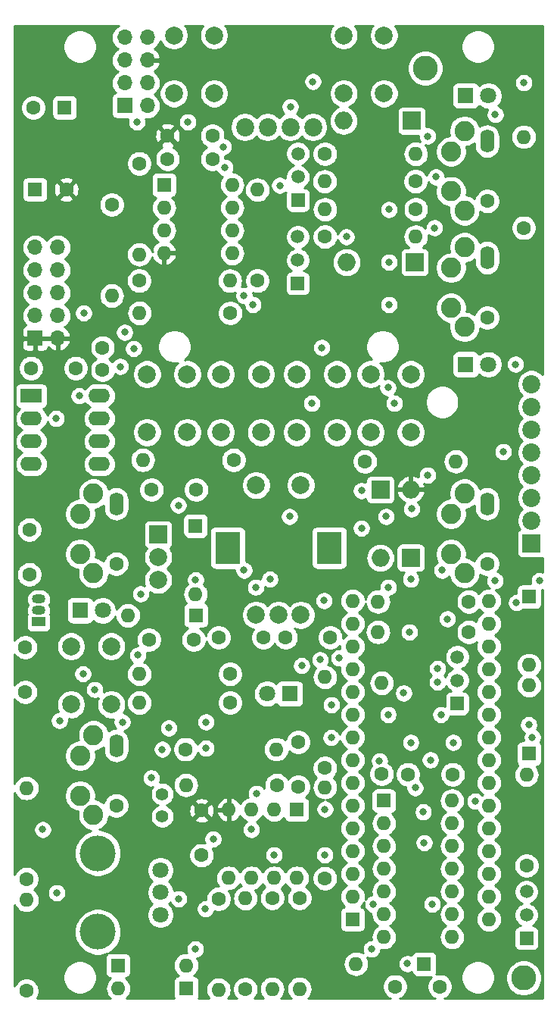
<source format=gbr>
G04 #@! TF.GenerationSoftware,KiCad,Pcbnew,(5.1.2)-1*
G04 #@! TF.CreationDate,2021-03-02T15:10:39-08:00*
G04 #@! TF.ProjectId,Spankulator,5370616e-6b75-46c6-9174-6f722e6b6963,2.2*
G04 #@! TF.SameCoordinates,Original*
G04 #@! TF.FileFunction,Copper,L3,Inr*
G04 #@! TF.FilePolarity,Positive*
%FSLAX46Y46*%
G04 Gerber Fmt 4.6, Leading zero omitted, Abs format (unit mm)*
G04 Created by KiCad (PCBNEW (5.1.2)-1) date 2021-03-02 15:10:39*
%MOMM*%
%LPD*%
G04 APERTURE LIST*
%ADD10C,2.020000*%
%ADD11R,2.020000X2.020000*%
%ADD12C,1.800000*%
%ADD13C,4.000000*%
%ADD14C,2.000000*%
%ADD15O,1.600000X1.600000*%
%ADD16C,1.600000*%
%ADD17R,1.600000X1.600000*%
%ADD18R,2.800000X3.600000*%
%ADD19R,1.800000X1.800000*%
%ADD20O,1.600000X2.600000*%
%ADD21C,2.250000*%
%ADD22C,2.800000*%
%ADD23R,2.000000X2.000000*%
%ADD24R,1.500000X1.500000*%
%ADD25C,1.500000*%
%ADD26O,2.000000X2.000000*%
%ADD27C,1.400000*%
%ADD28R,1.700000X1.700000*%
%ADD29O,1.700000X1.700000*%
%ADD30O,1.500000X1.050000*%
%ADD31R,1.500000X1.050000*%
%ADD32R,2.400000X1.600000*%
%ADD33O,2.400000X1.600000*%
%ADD34C,0.800000*%
%ADD35C,0.254000*%
G04 APERTURE END LIST*
D10*
X113510000Y-80210000D03*
X113510000Y-82750000D03*
X113510000Y-85290000D03*
X113510000Y-87830000D03*
X113510000Y-90370000D03*
X113510000Y-92910000D03*
X113510000Y-95450000D03*
D11*
X113510000Y-97990000D03*
D12*
X72000000Y-139500000D03*
X72000000Y-137000000D03*
X72000000Y-134500000D03*
D13*
X65000000Y-141400000D03*
X65000000Y-132600000D03*
D14*
X78750000Y-79100000D03*
X83250000Y-79100000D03*
X78750000Y-85600000D03*
X83250000Y-85600000D03*
D15*
X100560000Y-63750000D03*
D16*
X90400000Y-63750000D03*
D15*
X108740000Y-104440000D03*
X93500000Y-104440000D03*
X108740000Y-140000000D03*
X93500000Y-106980000D03*
X108740000Y-137460000D03*
X93500000Y-109520000D03*
X108740000Y-134920000D03*
X93500000Y-112060000D03*
X108740000Y-132380000D03*
X93500000Y-114600000D03*
X108740000Y-129840000D03*
X93500000Y-117140000D03*
X108740000Y-127300000D03*
X93500000Y-119680000D03*
X108740000Y-124760000D03*
X93500000Y-122220000D03*
X108740000Y-122220000D03*
X93500000Y-124760000D03*
X108740000Y-119680000D03*
X93500000Y-127300000D03*
X108740000Y-117140000D03*
X93500000Y-129840000D03*
X108740000Y-114600000D03*
X93500000Y-132380000D03*
X108740000Y-112060000D03*
X93500000Y-134920000D03*
X108740000Y-109520000D03*
X93500000Y-137460000D03*
X108740000Y-106980000D03*
D17*
X93500000Y-140000000D03*
D14*
X87700000Y-106000000D03*
X85200000Y-106000000D03*
X82700000Y-106000000D03*
X87700000Y-91500000D03*
X82700000Y-91500000D03*
D18*
X90900000Y-98500000D03*
X79500000Y-98500000D03*
D16*
X61460000Y-58480000D03*
D17*
X57960000Y-58480000D03*
D16*
X57780000Y-49320000D03*
D17*
X61280000Y-49320000D03*
D12*
X108700000Y-48000000D03*
D19*
X106160000Y-48000000D03*
D12*
X108700000Y-78000000D03*
D19*
X106160000Y-78000000D03*
D12*
X65540000Y-105500000D03*
D19*
X63000000Y-105500000D03*
D16*
X67050000Y-100270000D03*
D20*
X67050000Y-93590000D03*
D21*
X64500000Y-92430000D03*
X63000000Y-94730000D03*
X63000000Y-99180000D03*
X64500000Y-101330000D03*
D16*
X108550000Y-59770000D03*
D20*
X108550000Y-53090000D03*
D21*
X106000000Y-51930000D03*
X104500000Y-54230000D03*
X104500000Y-58680000D03*
X106000000Y-60830000D03*
D16*
X108550000Y-72770000D03*
D20*
X108550000Y-66090000D03*
D21*
X106000000Y-64930000D03*
X104500000Y-67230000D03*
X104500000Y-71680000D03*
X106000000Y-73830000D03*
D16*
X108550000Y-100270000D03*
D20*
X108550000Y-93590000D03*
D21*
X106000000Y-92430000D03*
X104500000Y-94730000D03*
X104500000Y-99180000D03*
X106000000Y-101330000D03*
D16*
X67050000Y-127270000D03*
D20*
X67050000Y-120590000D03*
D21*
X64500000Y-119430000D03*
X63000000Y-121730000D03*
X63000000Y-126180000D03*
X64500000Y-128330000D03*
D15*
X69640000Y-112600000D03*
D16*
X79800000Y-112600000D03*
D15*
X112650000Y-52590000D03*
D16*
X112650000Y-62750000D03*
D15*
X96750000Y-113590000D03*
D16*
X96750000Y-123750000D03*
D15*
X69640000Y-115800000D03*
D16*
X79800000Y-115800000D03*
D15*
X57000000Y-125340000D03*
D16*
X57000000Y-135500000D03*
D15*
X57000000Y-137840000D03*
D16*
X57000000Y-148000000D03*
D15*
X69630000Y-65720000D03*
D16*
X69630000Y-55560000D03*
D15*
X96340000Y-104500000D03*
D16*
X106500000Y-104500000D03*
D15*
X100560000Y-54500000D03*
D16*
X90400000Y-54500000D03*
D14*
X73500000Y-41250000D03*
X78000000Y-41250000D03*
X73500000Y-47750000D03*
X78000000Y-47750000D03*
X92500000Y-41250000D03*
X97000000Y-41250000D03*
X92500000Y-47750000D03*
X97000000Y-47750000D03*
X62000000Y-109500000D03*
X66500000Y-109500000D03*
X62000000Y-116000000D03*
X66500000Y-116000000D03*
X87250000Y-79100000D03*
X91750000Y-79100000D03*
X87250000Y-85600000D03*
X91750000Y-85600000D03*
X70500000Y-79100000D03*
X75000000Y-79100000D03*
X70500000Y-85600000D03*
X75000000Y-85600000D03*
X95500000Y-79100000D03*
X100000000Y-79100000D03*
X95500000Y-85600000D03*
X100000000Y-85600000D03*
D22*
X112625000Y-146550000D03*
D15*
X104620000Y-126750000D03*
X97000000Y-141990000D03*
X104620000Y-129290000D03*
X97000000Y-139450000D03*
X104620000Y-131830000D03*
X97000000Y-136910000D03*
X104620000Y-134370000D03*
X97000000Y-134370000D03*
X104620000Y-136910000D03*
X97000000Y-131830000D03*
X104620000Y-139450000D03*
X97000000Y-129290000D03*
X104620000Y-141990000D03*
D17*
X97000000Y-126750000D03*
D14*
X71750000Y-102080000D03*
X71750000Y-99540000D03*
D23*
X71750000Y-97000000D03*
D16*
X75700000Y-108750000D03*
X70700000Y-108750000D03*
X76000000Y-92000000D03*
X71000000Y-92000000D03*
X99700000Y-123800000D03*
X104700000Y-123800000D03*
X98250000Y-147500000D03*
X103250000Y-147500000D03*
X72800000Y-55050000D03*
X77800000Y-55050000D03*
X72800000Y-52450000D03*
X77800000Y-52450000D03*
D10*
X89060000Y-51500000D03*
X86520000Y-51500000D03*
X83980000Y-51500000D03*
X81440000Y-51500000D03*
D15*
X96340000Y-107900000D03*
D16*
X106500000Y-107900000D03*
D24*
X105200000Y-115900000D03*
D25*
X105200000Y-110700000D03*
X105200000Y-113300000D03*
D12*
X83930000Y-114800000D03*
D19*
X86470000Y-114800000D03*
D15*
X84500000Y-147760000D03*
D16*
X84500000Y-137600000D03*
D15*
X90400000Y-112940000D03*
D16*
X90400000Y-123100000D03*
D15*
X84960000Y-121000000D03*
D16*
X74800000Y-121000000D03*
D15*
X74840000Y-125000000D03*
D16*
X85000000Y-125000000D03*
D15*
X90400000Y-125240000D03*
D16*
X90400000Y-135400000D03*
D15*
X81500000Y-137640000D03*
D16*
X81500000Y-147800000D03*
D15*
X78500000Y-147860000D03*
D16*
X78500000Y-137700000D03*
X87400000Y-120200000D03*
X87400000Y-125200000D03*
X76600000Y-127850000D03*
X76600000Y-132850000D03*
X91000000Y-108500000D03*
X86000000Y-108500000D03*
X78500000Y-108500000D03*
X83500000Y-108500000D03*
D23*
X100100000Y-50800000D03*
D26*
X92480000Y-50800000D03*
D23*
X96600000Y-92000000D03*
D26*
X96600000Y-99620000D03*
D27*
X72200000Y-126000000D03*
X72200000Y-128500000D03*
D23*
X100450000Y-66600000D03*
D26*
X92830000Y-66600000D03*
X100000000Y-91980000D03*
D23*
X100000000Y-99600000D03*
D16*
X87550000Y-137600000D03*
D15*
X87550000Y-147760000D03*
D28*
X68000000Y-49100000D03*
D29*
X70540000Y-49100000D03*
X68000000Y-46560000D03*
X70540000Y-46560000D03*
X68000000Y-44020000D03*
X70540000Y-44020000D03*
X68000000Y-41480000D03*
X70540000Y-41480000D03*
D16*
X80180000Y-88680000D03*
D15*
X70020000Y-88680000D03*
D17*
X72400000Y-57950000D03*
D15*
X80020000Y-65570000D03*
X72400000Y-60490000D03*
X80020000Y-63030000D03*
X72400000Y-63030000D03*
X80020000Y-60490000D03*
X72400000Y-65570000D03*
X80020000Y-57950000D03*
X87250000Y-135370000D03*
X79630000Y-127750000D03*
X84710000Y-135370000D03*
X82170000Y-127750000D03*
X82170000Y-135370000D03*
X84710000Y-127750000D03*
X79630000Y-135370000D03*
D17*
X87250000Y-127750000D03*
D22*
X101620000Y-44930000D03*
D25*
X112950000Y-139500000D03*
X112950000Y-136900000D03*
D24*
X112950000Y-142100000D03*
D16*
X112950000Y-134000000D03*
D15*
X112950000Y-123840000D03*
D17*
X113230000Y-121500000D03*
D15*
X113230000Y-113880000D03*
X93880000Y-144975000D03*
D17*
X101500000Y-144975000D03*
D16*
X66550000Y-60170000D03*
D15*
X66550000Y-70330000D03*
D16*
X56870000Y-109600000D03*
X56870000Y-114600000D03*
X57320000Y-96460000D03*
X57320000Y-101460000D03*
D30*
X58370000Y-105500000D03*
X58370000Y-104230000D03*
D31*
X58370000Y-106770000D03*
D24*
X87360000Y-68960000D03*
D25*
X87360000Y-63760000D03*
X87360000Y-66360000D03*
X87390000Y-57070000D03*
X87390000Y-54470000D03*
D24*
X87390000Y-59670000D03*
D15*
X90410000Y-60700000D03*
D16*
X100570000Y-60700000D03*
X100520000Y-57570000D03*
D15*
X90360000Y-57570000D03*
D16*
X79810000Y-72270000D03*
D15*
X69650000Y-72270000D03*
D16*
X69610000Y-68670000D03*
D15*
X79770000Y-68670000D03*
X82850000Y-58510000D03*
D16*
X82850000Y-68670000D03*
D28*
X57980000Y-75090000D03*
D29*
X60520000Y-75090000D03*
X57980000Y-72550000D03*
X60520000Y-72550000D03*
X57980000Y-70010000D03*
X60520000Y-70010000D03*
X57980000Y-67470000D03*
X60520000Y-67470000D03*
X57980000Y-64930000D03*
X60520000Y-64930000D03*
D16*
X65520000Y-78630000D03*
X65520000Y-76130000D03*
X57530000Y-78420000D03*
X62530000Y-78420000D03*
D32*
X57550000Y-81510000D03*
D33*
X65170000Y-89130000D03*
X57550000Y-84050000D03*
X65170000Y-86590000D03*
X57550000Y-86590000D03*
X65170000Y-84050000D03*
X57550000Y-89130000D03*
X65170000Y-81510000D03*
D17*
X67240000Y-145130000D03*
D15*
X74860000Y-145130000D03*
X67280000Y-147720000D03*
D17*
X74900000Y-147720000D03*
X75930000Y-96040000D03*
D15*
X75930000Y-103660000D03*
X68350000Y-106040000D03*
D17*
X75970000Y-106040000D03*
X113230000Y-103980000D03*
D15*
X113230000Y-111600000D03*
D16*
X94880000Y-88840000D03*
D15*
X105040000Y-88840000D03*
D34*
X79210000Y-56010000D03*
X79040000Y-53700000D03*
X111720000Y-78000000D03*
X67500000Y-78250000D03*
X69000000Y-76250000D03*
X103500000Y-101000000D03*
X81350000Y-101000000D03*
X81340000Y-70330000D03*
X60700000Y-117800000D03*
X60394345Y-137025655D03*
X103374999Y-117140000D03*
X102400000Y-138300000D03*
X95800000Y-138300000D03*
X95600000Y-143325001D03*
X103000000Y-113500000D03*
X75898003Y-143325001D03*
X113600000Y-119670000D03*
X114400000Y-102180000D03*
X109440000Y-102180000D03*
X88930000Y-82360000D03*
X98180000Y-82360000D03*
X91124999Y-116025001D03*
X91100000Y-119700000D03*
X103000000Y-112000000D03*
X102660000Y-62750000D03*
X102820000Y-57070000D03*
X104100000Y-106450000D03*
X107200000Y-126800000D03*
X97500000Y-102900000D03*
X82650000Y-102900000D03*
X97550000Y-66600000D03*
X82350000Y-71330000D03*
X97550000Y-71330000D03*
X97550000Y-60710000D03*
X60330000Y-84050000D03*
X75930000Y-102080000D03*
X99850000Y-107900000D03*
X100000000Y-120250000D03*
X104750000Y-120250000D03*
X87800000Y-111650000D03*
X89850000Y-111000000D03*
X90300000Y-104400000D03*
X111824999Y-104625001D03*
X94480000Y-92110000D03*
X94480000Y-96310000D03*
X64640001Y-114330001D03*
X96500000Y-122300000D03*
X92800000Y-63750000D03*
X97250000Y-95000000D03*
X86450000Y-95000000D03*
X85350000Y-58010000D03*
X63325001Y-112574999D03*
X99200000Y-114715001D03*
X100100001Y-94149999D03*
X101400000Y-128000000D03*
X74000000Y-93750000D03*
X97460000Y-117140000D03*
X72925000Y-118625000D03*
X99610000Y-144950000D03*
X69364999Y-50928589D03*
X75061411Y-50928589D03*
X113204999Y-118265001D03*
X84250000Y-102000000D03*
X100000000Y-102000000D03*
X100500000Y-125300000D03*
X86520000Y-49230000D03*
X109450000Y-50100000D03*
X110350000Y-87760000D03*
X102200000Y-122200000D03*
X101890001Y-52509999D03*
X101874999Y-90375001D03*
X89054999Y-46424999D03*
X67738095Y-117961905D03*
X77091667Y-117958333D03*
X77080000Y-120890000D03*
X82750000Y-125950000D03*
X92000000Y-110800000D03*
X77025001Y-138825001D03*
X90400000Y-127700000D03*
X90390000Y-132790000D03*
X84710000Y-132790000D03*
X101500000Y-131450000D03*
X72200000Y-121000000D03*
X74030000Y-137710000D03*
X58820010Y-129969990D03*
X82170000Y-129970000D03*
X63410000Y-72270000D03*
X112650000Y-46550000D03*
X97454999Y-80605001D03*
X70969999Y-124200001D03*
X90050000Y-76130000D03*
X67995001Y-74424999D03*
X62910000Y-81510000D03*
X77900000Y-131030001D03*
X69790000Y-103650000D03*
X69475001Y-110500000D03*
D35*
G36*
X67170986Y-40239294D02*
G01*
X66944866Y-40424866D01*
X66759294Y-40650986D01*
X66621401Y-40908966D01*
X66536487Y-41188889D01*
X66507815Y-41480000D01*
X66536487Y-41771111D01*
X66621401Y-42051034D01*
X66759294Y-42309014D01*
X66944866Y-42535134D01*
X67170986Y-42720706D01*
X67225791Y-42750000D01*
X67170986Y-42779294D01*
X66944866Y-42964866D01*
X66759294Y-43190986D01*
X66621401Y-43448966D01*
X66536487Y-43728889D01*
X66507815Y-44020000D01*
X66536487Y-44311111D01*
X66621401Y-44591034D01*
X66759294Y-44849014D01*
X66944866Y-45075134D01*
X67170986Y-45260706D01*
X67225791Y-45290000D01*
X67170986Y-45319294D01*
X66944866Y-45504866D01*
X66759294Y-45730986D01*
X66621401Y-45988966D01*
X66536487Y-46268889D01*
X66507815Y-46560000D01*
X66536487Y-46851111D01*
X66621401Y-47131034D01*
X66759294Y-47389014D01*
X66944866Y-47615134D01*
X66974687Y-47639607D01*
X66905820Y-47660498D01*
X66795506Y-47719463D01*
X66698815Y-47798815D01*
X66619463Y-47895506D01*
X66560498Y-48005820D01*
X66524188Y-48125518D01*
X66511928Y-48250000D01*
X66511928Y-49950000D01*
X66524188Y-50074482D01*
X66560498Y-50194180D01*
X66619463Y-50304494D01*
X66698815Y-50401185D01*
X66795506Y-50480537D01*
X66905820Y-50539502D01*
X67025518Y-50575812D01*
X67150000Y-50588072D01*
X68385770Y-50588072D01*
X68369773Y-50626691D01*
X68329999Y-50826650D01*
X68329999Y-51030528D01*
X68369773Y-51230487D01*
X68447794Y-51418845D01*
X68561062Y-51588363D01*
X68705225Y-51732526D01*
X68874743Y-51845794D01*
X69063101Y-51923815D01*
X69263060Y-51963589D01*
X69466938Y-51963589D01*
X69666897Y-51923815D01*
X69855255Y-51845794D01*
X70024773Y-51732526D01*
X70168936Y-51588363D01*
X70256510Y-51457298D01*
X71986903Y-51457298D01*
X72800000Y-52270395D01*
X73613097Y-51457298D01*
X73541514Y-51213329D01*
X73286004Y-51092429D01*
X73011816Y-51023700D01*
X72729488Y-51009783D01*
X72449870Y-51051213D01*
X72183708Y-51146397D01*
X72058486Y-51213329D01*
X71986903Y-51457298D01*
X70256510Y-51457298D01*
X70282204Y-51418845D01*
X70360225Y-51230487D01*
X70399999Y-51030528D01*
X70399999Y-50826650D01*
X74026411Y-50826650D01*
X74026411Y-51030528D01*
X74066185Y-51230487D01*
X74144206Y-51418845D01*
X74257474Y-51588363D01*
X74401637Y-51732526D01*
X74571155Y-51845794D01*
X74759513Y-51923815D01*
X74959472Y-51963589D01*
X75163350Y-51963589D01*
X75363309Y-51923815D01*
X75551667Y-51845794D01*
X75721185Y-51732526D01*
X75865348Y-51588363D01*
X75978616Y-51418845D01*
X76056637Y-51230487D01*
X76096411Y-51030528D01*
X76096411Y-50826650D01*
X76056637Y-50626691D01*
X75978616Y-50438333D01*
X75865348Y-50268815D01*
X75721185Y-50124652D01*
X75551667Y-50011384D01*
X75363309Y-49933363D01*
X75163350Y-49893589D01*
X74959472Y-49893589D01*
X74759513Y-49933363D01*
X74571155Y-50011384D01*
X74401637Y-50124652D01*
X74257474Y-50268815D01*
X74144206Y-50438333D01*
X74066185Y-50626691D01*
X74026411Y-50826650D01*
X70399999Y-50826650D01*
X70360225Y-50626691D01*
X70337678Y-50572258D01*
X70467050Y-50585000D01*
X70612950Y-50585000D01*
X70831111Y-50563513D01*
X71111034Y-50478599D01*
X71369014Y-50340706D01*
X71595134Y-50155134D01*
X71780706Y-49929014D01*
X71918599Y-49671034D01*
X72003513Y-49391111D01*
X72032185Y-49100000D01*
X72003513Y-48808889D01*
X71918599Y-48528966D01*
X71780706Y-48270986D01*
X71595134Y-48044866D01*
X71369014Y-47859294D01*
X71314209Y-47830000D01*
X71369014Y-47800706D01*
X71595134Y-47615134D01*
X71616608Y-47588967D01*
X71865000Y-47588967D01*
X71865000Y-47911033D01*
X71927832Y-48226912D01*
X72051082Y-48524463D01*
X72230013Y-48792252D01*
X72457748Y-49019987D01*
X72725537Y-49198918D01*
X73023088Y-49322168D01*
X73338967Y-49385000D01*
X73661033Y-49385000D01*
X73976912Y-49322168D01*
X74274463Y-49198918D01*
X74542252Y-49019987D01*
X74769987Y-48792252D01*
X74948918Y-48524463D01*
X75072168Y-48226912D01*
X75135000Y-47911033D01*
X75135000Y-47588967D01*
X76365000Y-47588967D01*
X76365000Y-47911033D01*
X76427832Y-48226912D01*
X76551082Y-48524463D01*
X76730013Y-48792252D01*
X76957748Y-49019987D01*
X77225537Y-49198918D01*
X77523088Y-49322168D01*
X77838967Y-49385000D01*
X78161033Y-49385000D01*
X78476912Y-49322168D01*
X78774463Y-49198918D01*
X79042252Y-49019987D01*
X79269987Y-48792252D01*
X79448918Y-48524463D01*
X79572168Y-48226912D01*
X79635000Y-47911033D01*
X79635000Y-47588967D01*
X79572168Y-47273088D01*
X79448918Y-46975537D01*
X79269987Y-46707748D01*
X79042252Y-46480013D01*
X78807356Y-46323060D01*
X88019999Y-46323060D01*
X88019999Y-46526938D01*
X88059773Y-46726897D01*
X88137794Y-46915255D01*
X88251062Y-47084773D01*
X88395225Y-47228936D01*
X88564743Y-47342204D01*
X88753101Y-47420225D01*
X88953060Y-47459999D01*
X89156938Y-47459999D01*
X89356897Y-47420225D01*
X89545255Y-47342204D01*
X89714773Y-47228936D01*
X89858936Y-47084773D01*
X89972204Y-46915255D01*
X90050225Y-46726897D01*
X90089999Y-46526938D01*
X90089999Y-46323060D01*
X90050225Y-46123101D01*
X89972204Y-45934743D01*
X89858936Y-45765225D01*
X89714773Y-45621062D01*
X89545255Y-45507794D01*
X89356897Y-45429773D01*
X89156938Y-45389999D01*
X88953060Y-45389999D01*
X88753101Y-45429773D01*
X88564743Y-45507794D01*
X88395225Y-45621062D01*
X88251062Y-45765225D01*
X88137794Y-45934743D01*
X88059773Y-46123101D01*
X88019999Y-46323060D01*
X78807356Y-46323060D01*
X78774463Y-46301082D01*
X78476912Y-46177832D01*
X78161033Y-46115000D01*
X77838967Y-46115000D01*
X77523088Y-46177832D01*
X77225537Y-46301082D01*
X76957748Y-46480013D01*
X76730013Y-46707748D01*
X76551082Y-46975537D01*
X76427832Y-47273088D01*
X76365000Y-47588967D01*
X75135000Y-47588967D01*
X75072168Y-47273088D01*
X74948918Y-46975537D01*
X74769987Y-46707748D01*
X74542252Y-46480013D01*
X74274463Y-46301082D01*
X73976912Y-46177832D01*
X73661033Y-46115000D01*
X73338967Y-46115000D01*
X73023088Y-46177832D01*
X72725537Y-46301082D01*
X72457748Y-46480013D01*
X72230013Y-46707748D01*
X72051082Y-46975537D01*
X71927832Y-47273088D01*
X71865000Y-47588967D01*
X71616608Y-47588967D01*
X71780706Y-47389014D01*
X71918599Y-47131034D01*
X72003513Y-46851111D01*
X72032185Y-46560000D01*
X72003513Y-46268889D01*
X71918599Y-45988966D01*
X71780706Y-45730986D01*
X71595134Y-45504866D01*
X71369014Y-45319294D01*
X71304477Y-45284799D01*
X71421355Y-45215178D01*
X71637588Y-45020269D01*
X71811641Y-44786920D01*
X71838957Y-44729570D01*
X99585000Y-44729570D01*
X99585000Y-45130430D01*
X99663204Y-45523587D01*
X99816607Y-45893934D01*
X100039313Y-46227237D01*
X100322763Y-46510687D01*
X100656066Y-46733393D01*
X101026413Y-46886796D01*
X101419570Y-46965000D01*
X101820430Y-46965000D01*
X102213587Y-46886796D01*
X102583934Y-46733393D01*
X102917237Y-46510687D01*
X102979863Y-46448061D01*
X111615000Y-46448061D01*
X111615000Y-46651939D01*
X111654774Y-46851898D01*
X111732795Y-47040256D01*
X111846063Y-47209774D01*
X111990226Y-47353937D01*
X112159744Y-47467205D01*
X112348102Y-47545226D01*
X112548061Y-47585000D01*
X112751939Y-47585000D01*
X112951898Y-47545226D01*
X113140256Y-47467205D01*
X113309774Y-47353937D01*
X113453937Y-47209774D01*
X113567205Y-47040256D01*
X113645226Y-46851898D01*
X113685000Y-46651939D01*
X113685000Y-46448061D01*
X113645226Y-46248102D01*
X113567205Y-46059744D01*
X113453937Y-45890226D01*
X113309774Y-45746063D01*
X113140256Y-45632795D01*
X112951898Y-45554774D01*
X112751939Y-45515000D01*
X112548061Y-45515000D01*
X112348102Y-45554774D01*
X112159744Y-45632795D01*
X111990226Y-45746063D01*
X111846063Y-45890226D01*
X111732795Y-46059744D01*
X111654774Y-46248102D01*
X111615000Y-46448061D01*
X102979863Y-46448061D01*
X103200687Y-46227237D01*
X103423393Y-45893934D01*
X103576796Y-45523587D01*
X103655000Y-45130430D01*
X103655000Y-44729570D01*
X103576796Y-44336413D01*
X103423393Y-43966066D01*
X103200687Y-43632763D01*
X102917237Y-43349313D01*
X102583934Y-43126607D01*
X102213587Y-42973204D01*
X101820430Y-42895000D01*
X101419570Y-42895000D01*
X101026413Y-42973204D01*
X100656066Y-43126607D01*
X100322763Y-43349313D01*
X100039313Y-43632763D01*
X99816607Y-43966066D01*
X99663204Y-44336413D01*
X99585000Y-44729570D01*
X71838957Y-44729570D01*
X71936825Y-44524099D01*
X71981476Y-44376890D01*
X71860155Y-44147000D01*
X70667000Y-44147000D01*
X70667000Y-44167000D01*
X70413000Y-44167000D01*
X70413000Y-44147000D01*
X70393000Y-44147000D01*
X70393000Y-43893000D01*
X70413000Y-43893000D01*
X70413000Y-43873000D01*
X70667000Y-43873000D01*
X70667000Y-43893000D01*
X71860155Y-43893000D01*
X71981476Y-43663110D01*
X71936825Y-43515901D01*
X71811641Y-43253080D01*
X71637588Y-43019731D01*
X71421355Y-42824822D01*
X71304477Y-42755201D01*
X71369014Y-42720706D01*
X71595134Y-42535134D01*
X71780706Y-42309014D01*
X71918599Y-42051034D01*
X71979259Y-41851067D01*
X72051082Y-42024463D01*
X72230013Y-42292252D01*
X72457748Y-42519987D01*
X72725537Y-42698918D01*
X73023088Y-42822168D01*
X73338967Y-42885000D01*
X73661033Y-42885000D01*
X73976912Y-42822168D01*
X74274463Y-42698918D01*
X74542252Y-42519987D01*
X74769987Y-42292252D01*
X74948918Y-42024463D01*
X75072168Y-41726912D01*
X75135000Y-41411033D01*
X75135000Y-41088967D01*
X75072168Y-40773088D01*
X74948918Y-40475537D01*
X74769987Y-40207748D01*
X74722239Y-40160000D01*
X76777761Y-40160000D01*
X76730013Y-40207748D01*
X76551082Y-40475537D01*
X76427832Y-40773088D01*
X76365000Y-41088967D01*
X76365000Y-41411033D01*
X76427832Y-41726912D01*
X76551082Y-42024463D01*
X76730013Y-42292252D01*
X76957748Y-42519987D01*
X77225537Y-42698918D01*
X77523088Y-42822168D01*
X77838967Y-42885000D01*
X78161033Y-42885000D01*
X78476912Y-42822168D01*
X78774463Y-42698918D01*
X79042252Y-42519987D01*
X79269987Y-42292252D01*
X79448918Y-42024463D01*
X79572168Y-41726912D01*
X79635000Y-41411033D01*
X79635000Y-41088967D01*
X79572168Y-40773088D01*
X79448918Y-40475537D01*
X79269987Y-40207748D01*
X79222239Y-40160000D01*
X91277761Y-40160000D01*
X91230013Y-40207748D01*
X91051082Y-40475537D01*
X90927832Y-40773088D01*
X90865000Y-41088967D01*
X90865000Y-41411033D01*
X90927832Y-41726912D01*
X91051082Y-42024463D01*
X91230013Y-42292252D01*
X91457748Y-42519987D01*
X91725537Y-42698918D01*
X92023088Y-42822168D01*
X92338967Y-42885000D01*
X92661033Y-42885000D01*
X92976912Y-42822168D01*
X93274463Y-42698918D01*
X93542252Y-42519987D01*
X93769987Y-42292252D01*
X93948918Y-42024463D01*
X94072168Y-41726912D01*
X94135000Y-41411033D01*
X94135000Y-41088967D01*
X94072168Y-40773088D01*
X93948918Y-40475537D01*
X93769987Y-40207748D01*
X93722239Y-40160000D01*
X95777761Y-40160000D01*
X95730013Y-40207748D01*
X95551082Y-40475537D01*
X95427832Y-40773088D01*
X95365000Y-41088967D01*
X95365000Y-41411033D01*
X95427832Y-41726912D01*
X95551082Y-42024463D01*
X95730013Y-42292252D01*
X95957748Y-42519987D01*
X96225537Y-42698918D01*
X96523088Y-42822168D01*
X96838967Y-42885000D01*
X97161033Y-42885000D01*
X97476912Y-42822168D01*
X97774463Y-42698918D01*
X98042252Y-42519987D01*
X98247895Y-42314344D01*
X105615000Y-42314344D01*
X105615000Y-42685656D01*
X105687439Y-43049834D01*
X105829534Y-43392882D01*
X106035825Y-43701618D01*
X106298382Y-43964175D01*
X106607118Y-44170466D01*
X106950166Y-44312561D01*
X107314344Y-44385000D01*
X107685656Y-44385000D01*
X108049834Y-44312561D01*
X108392882Y-44170466D01*
X108701618Y-43964175D01*
X108964175Y-43701618D01*
X109170466Y-43392882D01*
X109312561Y-43049834D01*
X109385000Y-42685656D01*
X109385000Y-42314344D01*
X109312561Y-41950166D01*
X109170466Y-41607118D01*
X108964175Y-41298382D01*
X108701618Y-41035825D01*
X108392882Y-40829534D01*
X108049834Y-40687439D01*
X107685656Y-40615000D01*
X107314344Y-40615000D01*
X106950166Y-40687439D01*
X106607118Y-40829534D01*
X106298382Y-41035825D01*
X106035825Y-41298382D01*
X105829534Y-41607118D01*
X105687439Y-41950166D01*
X105615000Y-42314344D01*
X98247895Y-42314344D01*
X98269987Y-42292252D01*
X98448918Y-42024463D01*
X98572168Y-41726912D01*
X98635000Y-41411033D01*
X98635000Y-41088967D01*
X98572168Y-40773088D01*
X98448918Y-40475537D01*
X98269987Y-40207748D01*
X98222239Y-40160000D01*
X114740000Y-40160000D01*
X114740000Y-79113619D01*
X114558626Y-78932245D01*
X114289199Y-78752220D01*
X113989829Y-78628217D01*
X113672018Y-78565000D01*
X113347982Y-78565000D01*
X113030171Y-78628217D01*
X112730801Y-78752220D01*
X112461374Y-78932245D01*
X112232245Y-79161374D01*
X112052220Y-79430801D01*
X111928217Y-79730171D01*
X111865000Y-80047982D01*
X111865000Y-80372018D01*
X111928217Y-80689829D01*
X112052220Y-80989199D01*
X112232245Y-81258626D01*
X112453619Y-81480000D01*
X112232245Y-81701374D01*
X112052220Y-81970801D01*
X111928217Y-82270171D01*
X111865000Y-82587982D01*
X111865000Y-82912018D01*
X111928217Y-83229829D01*
X112052220Y-83529199D01*
X112232245Y-83798626D01*
X112453619Y-84020000D01*
X112232245Y-84241374D01*
X112052220Y-84510801D01*
X111928217Y-84810171D01*
X111865000Y-85127982D01*
X111865000Y-85452018D01*
X111928217Y-85769829D01*
X112052220Y-86069199D01*
X112232245Y-86338626D01*
X112453619Y-86560000D01*
X112232245Y-86781374D01*
X112052220Y-87050801D01*
X111928217Y-87350171D01*
X111865000Y-87667982D01*
X111865000Y-87992018D01*
X111928217Y-88309829D01*
X112052220Y-88609199D01*
X112232245Y-88878626D01*
X112453619Y-89100000D01*
X112232245Y-89321374D01*
X112052220Y-89590801D01*
X111928217Y-89890171D01*
X111865000Y-90207982D01*
X111865000Y-90532018D01*
X111928217Y-90849829D01*
X112052220Y-91149199D01*
X112232245Y-91418626D01*
X112453619Y-91640000D01*
X112232245Y-91861374D01*
X112052220Y-92130801D01*
X111928217Y-92430171D01*
X111865000Y-92747982D01*
X111865000Y-93072018D01*
X111928217Y-93389829D01*
X112052220Y-93689199D01*
X112232245Y-93958626D01*
X112453619Y-94180000D01*
X112232245Y-94401374D01*
X112052220Y-94670801D01*
X111928217Y-94970171D01*
X111865000Y-95287982D01*
X111865000Y-95612018D01*
X111928217Y-95929829D01*
X112052220Y-96229199D01*
X112185214Y-96428238D01*
X112145506Y-96449463D01*
X112048815Y-96528815D01*
X111969463Y-96625506D01*
X111910498Y-96735820D01*
X111874188Y-96855518D01*
X111861928Y-96980000D01*
X111861928Y-99000000D01*
X111874188Y-99124482D01*
X111910498Y-99244180D01*
X111969463Y-99354494D01*
X112048815Y-99451185D01*
X112145506Y-99530537D01*
X112255820Y-99589502D01*
X112375518Y-99625812D01*
X112500000Y-99638072D01*
X114520000Y-99638072D01*
X114644482Y-99625812D01*
X114740001Y-99596837D01*
X114740001Y-101200557D01*
X114701898Y-101184774D01*
X114501939Y-101145000D01*
X114298061Y-101145000D01*
X114098102Y-101184774D01*
X113909744Y-101262795D01*
X113740226Y-101376063D01*
X113596063Y-101520226D01*
X113482795Y-101689744D01*
X113404774Y-101878102D01*
X113365000Y-102078061D01*
X113365000Y-102281939D01*
X113404774Y-102481898D01*
X113429639Y-102541928D01*
X112430000Y-102541928D01*
X112305518Y-102554188D01*
X112185820Y-102590498D01*
X112075506Y-102649463D01*
X111978815Y-102728815D01*
X111899463Y-102825506D01*
X111840498Y-102935820D01*
X111804188Y-103055518D01*
X111791928Y-103180000D01*
X111791928Y-103590001D01*
X111723060Y-103590001D01*
X111523101Y-103629775D01*
X111334743Y-103707796D01*
X111165225Y-103821064D01*
X111021062Y-103965227D01*
X110907794Y-104134745D01*
X110829773Y-104323103D01*
X110789999Y-104523062D01*
X110789999Y-104726940D01*
X110829773Y-104926899D01*
X110907794Y-105115257D01*
X111021062Y-105284775D01*
X111165225Y-105428938D01*
X111334743Y-105542206D01*
X111523101Y-105620227D01*
X111723060Y-105660001D01*
X111926938Y-105660001D01*
X112126897Y-105620227D01*
X112315255Y-105542206D01*
X112484773Y-105428938D01*
X112495639Y-105418072D01*
X114030000Y-105418072D01*
X114154482Y-105405812D01*
X114274180Y-105369502D01*
X114384494Y-105310537D01*
X114481185Y-105231185D01*
X114560537Y-105134494D01*
X114619502Y-105024180D01*
X114655812Y-104904482D01*
X114668072Y-104780000D01*
X114668072Y-103181954D01*
X114701898Y-103175226D01*
X114740001Y-103159443D01*
X114740001Y-148840000D01*
X103764788Y-148840000D01*
X103929727Y-148771680D01*
X104164759Y-148614637D01*
X104364637Y-148414759D01*
X104521680Y-148179727D01*
X104629853Y-147918574D01*
X104685000Y-147641335D01*
X104685000Y-147358665D01*
X104629853Y-147081426D01*
X104521680Y-146820273D01*
X104364637Y-146585241D01*
X104164759Y-146385363D01*
X104058472Y-146314344D01*
X105615000Y-146314344D01*
X105615000Y-146685656D01*
X105687439Y-147049834D01*
X105829534Y-147392882D01*
X106035825Y-147701618D01*
X106298382Y-147964175D01*
X106607118Y-148170466D01*
X106950166Y-148312561D01*
X107314344Y-148385000D01*
X107685656Y-148385000D01*
X108049834Y-148312561D01*
X108392882Y-148170466D01*
X108701618Y-147964175D01*
X108964175Y-147701618D01*
X109170466Y-147392882D01*
X109312561Y-147049834D01*
X109385000Y-146685656D01*
X109385000Y-146349570D01*
X110590000Y-146349570D01*
X110590000Y-146750430D01*
X110668204Y-147143587D01*
X110821607Y-147513934D01*
X111044313Y-147847237D01*
X111327763Y-148130687D01*
X111661066Y-148353393D01*
X112031413Y-148506796D01*
X112424570Y-148585000D01*
X112825430Y-148585000D01*
X113218587Y-148506796D01*
X113588934Y-148353393D01*
X113922237Y-148130687D01*
X114205687Y-147847237D01*
X114428393Y-147513934D01*
X114581796Y-147143587D01*
X114660000Y-146750430D01*
X114660000Y-146349570D01*
X114581796Y-145956413D01*
X114428393Y-145586066D01*
X114205687Y-145252763D01*
X113922237Y-144969313D01*
X113588934Y-144746607D01*
X113218587Y-144593204D01*
X112825430Y-144515000D01*
X112424570Y-144515000D01*
X112031413Y-144593204D01*
X111661066Y-144746607D01*
X111327763Y-144969313D01*
X111044313Y-145252763D01*
X110821607Y-145586066D01*
X110668204Y-145956413D01*
X110590000Y-146349570D01*
X109385000Y-146349570D01*
X109385000Y-146314344D01*
X109312561Y-145950166D01*
X109170466Y-145607118D01*
X108964175Y-145298382D01*
X108701618Y-145035825D01*
X108392882Y-144829534D01*
X108049834Y-144687439D01*
X107685656Y-144615000D01*
X107314344Y-144615000D01*
X106950166Y-144687439D01*
X106607118Y-144829534D01*
X106298382Y-145035825D01*
X106035825Y-145298382D01*
X105829534Y-145607118D01*
X105687439Y-145950166D01*
X105615000Y-146314344D01*
X104058472Y-146314344D01*
X103929727Y-146228320D01*
X103668574Y-146120147D01*
X103391335Y-146065000D01*
X103108665Y-146065000D01*
X102836022Y-146119233D01*
X102889502Y-146019180D01*
X102925812Y-145899482D01*
X102938072Y-145775000D01*
X102938072Y-144175000D01*
X102925812Y-144050518D01*
X102889502Y-143930820D01*
X102830537Y-143820506D01*
X102751185Y-143723815D01*
X102654494Y-143644463D01*
X102544180Y-143585498D01*
X102424482Y-143549188D01*
X102300000Y-143536928D01*
X100700000Y-143536928D01*
X100575518Y-143549188D01*
X100455820Y-143585498D01*
X100345506Y-143644463D01*
X100248815Y-143723815D01*
X100169463Y-143820506D01*
X100110498Y-143930820D01*
X100081874Y-144025181D01*
X99911898Y-143954774D01*
X99711939Y-143915000D01*
X99508061Y-143915000D01*
X99308102Y-143954774D01*
X99119744Y-144032795D01*
X98950226Y-144146063D01*
X98806063Y-144290226D01*
X98692795Y-144459744D01*
X98614774Y-144648102D01*
X98575000Y-144848061D01*
X98575000Y-145051939D01*
X98614774Y-145251898D01*
X98692795Y-145440256D01*
X98806063Y-145609774D01*
X98950226Y-145753937D01*
X99119744Y-145867205D01*
X99308102Y-145945226D01*
X99508061Y-145985000D01*
X99711939Y-145985000D01*
X99911898Y-145945226D01*
X100072155Y-145878845D01*
X100074188Y-145899482D01*
X100110498Y-146019180D01*
X100169463Y-146129494D01*
X100248815Y-146226185D01*
X100345506Y-146305537D01*
X100455820Y-146364502D01*
X100575518Y-146400812D01*
X100700000Y-146413072D01*
X102300000Y-146413072D01*
X102308355Y-146412249D01*
X102135363Y-146585241D01*
X101978320Y-146820273D01*
X101870147Y-147081426D01*
X101815000Y-147358665D01*
X101815000Y-147641335D01*
X101870147Y-147918574D01*
X101978320Y-148179727D01*
X102135363Y-148414759D01*
X102335241Y-148614637D01*
X102570273Y-148771680D01*
X102735212Y-148840000D01*
X98764788Y-148840000D01*
X98929727Y-148771680D01*
X99164759Y-148614637D01*
X99364637Y-148414759D01*
X99521680Y-148179727D01*
X99629853Y-147918574D01*
X99685000Y-147641335D01*
X99685000Y-147358665D01*
X99629853Y-147081426D01*
X99521680Y-146820273D01*
X99364637Y-146585241D01*
X99164759Y-146385363D01*
X98929727Y-146228320D01*
X98668574Y-146120147D01*
X98391335Y-146065000D01*
X98108665Y-146065000D01*
X97831426Y-146120147D01*
X97570273Y-146228320D01*
X97335241Y-146385363D01*
X97135363Y-146585241D01*
X96978320Y-146820273D01*
X96870147Y-147081426D01*
X96815000Y-147358665D01*
X96815000Y-147641335D01*
X96870147Y-147918574D01*
X96978320Y-148179727D01*
X97135363Y-148414759D01*
X97335241Y-148614637D01*
X97570273Y-148771680D01*
X97735212Y-148840000D01*
X88496020Y-148840000D01*
X88569608Y-148779608D01*
X88748932Y-148561101D01*
X88882182Y-148311808D01*
X88964236Y-148041309D01*
X88991943Y-147760000D01*
X88964236Y-147478691D01*
X88882182Y-147208192D01*
X88748932Y-146958899D01*
X88569608Y-146740392D01*
X88351101Y-146561068D01*
X88101808Y-146427818D01*
X87831309Y-146345764D01*
X87620492Y-146325000D01*
X87479508Y-146325000D01*
X87268691Y-146345764D01*
X86998192Y-146427818D01*
X86748899Y-146561068D01*
X86530392Y-146740392D01*
X86351068Y-146958899D01*
X86217818Y-147208192D01*
X86135764Y-147478691D01*
X86108057Y-147760000D01*
X86135764Y-148041309D01*
X86217818Y-148311808D01*
X86351068Y-148561101D01*
X86530392Y-148779608D01*
X86603980Y-148840000D01*
X85446020Y-148840000D01*
X85519608Y-148779608D01*
X85698932Y-148561101D01*
X85832182Y-148311808D01*
X85914236Y-148041309D01*
X85941943Y-147760000D01*
X85914236Y-147478691D01*
X85832182Y-147208192D01*
X85698932Y-146958899D01*
X85519608Y-146740392D01*
X85301101Y-146561068D01*
X85051808Y-146427818D01*
X84781309Y-146345764D01*
X84570492Y-146325000D01*
X84429508Y-146325000D01*
X84218691Y-146345764D01*
X83948192Y-146427818D01*
X83698899Y-146561068D01*
X83480392Y-146740392D01*
X83301068Y-146958899D01*
X83167818Y-147208192D01*
X83085764Y-147478691D01*
X83058057Y-147760000D01*
X83085764Y-148041309D01*
X83167818Y-148311808D01*
X83301068Y-148561101D01*
X83480392Y-148779608D01*
X83553980Y-148840000D01*
X82489396Y-148840000D01*
X82614637Y-148714759D01*
X82771680Y-148479727D01*
X82879853Y-148218574D01*
X82935000Y-147941335D01*
X82935000Y-147658665D01*
X82879853Y-147381426D01*
X82771680Y-147120273D01*
X82614637Y-146885241D01*
X82414759Y-146685363D01*
X82179727Y-146528320D01*
X81918574Y-146420147D01*
X81641335Y-146365000D01*
X81358665Y-146365000D01*
X81081426Y-146420147D01*
X80820273Y-146528320D01*
X80585241Y-146685363D01*
X80385363Y-146885241D01*
X80228320Y-147120273D01*
X80120147Y-147381426D01*
X80065000Y-147658665D01*
X80065000Y-147941335D01*
X80120147Y-148218574D01*
X80228320Y-148479727D01*
X80385363Y-148714759D01*
X80510604Y-148840000D01*
X79552113Y-148840000D01*
X79698932Y-148661101D01*
X79832182Y-148411808D01*
X79914236Y-148141309D01*
X79941943Y-147860000D01*
X79914236Y-147578691D01*
X79832182Y-147308192D01*
X79698932Y-147058899D01*
X79519608Y-146840392D01*
X79301101Y-146661068D01*
X79051808Y-146527818D01*
X78781309Y-146445764D01*
X78570492Y-146425000D01*
X78429508Y-146425000D01*
X78218691Y-146445764D01*
X77948192Y-146527818D01*
X77698899Y-146661068D01*
X77480392Y-146840392D01*
X77301068Y-147058899D01*
X77167818Y-147308192D01*
X77085764Y-147578691D01*
X77058057Y-147860000D01*
X77085764Y-148141309D01*
X77167818Y-148411808D01*
X77301068Y-148661101D01*
X77447887Y-148840000D01*
X76248975Y-148840000D01*
X76289502Y-148764180D01*
X76325812Y-148644482D01*
X76338072Y-148520000D01*
X76338072Y-146920000D01*
X76325812Y-146795518D01*
X76289502Y-146675820D01*
X76230537Y-146565506D01*
X76151185Y-146468815D01*
X76054494Y-146389463D01*
X75944180Y-146330498D01*
X75824482Y-146294188D01*
X75716407Y-146283544D01*
X75879608Y-146149608D01*
X76058932Y-145931101D01*
X76192182Y-145681808D01*
X76274236Y-145411309D01*
X76301943Y-145130000D01*
X76274236Y-144848691D01*
X76192182Y-144578192D01*
X76068290Y-144346406D01*
X76199901Y-144320227D01*
X76388259Y-144242206D01*
X76557777Y-144128938D01*
X76701940Y-143984775D01*
X76815208Y-143815257D01*
X76893229Y-143626899D01*
X76933003Y-143426940D01*
X76933003Y-143223062D01*
X76893229Y-143023103D01*
X76815208Y-142834745D01*
X76701940Y-142665227D01*
X76557777Y-142521064D01*
X76388259Y-142407796D01*
X76199901Y-142329775D01*
X75999942Y-142290001D01*
X75796064Y-142290001D01*
X75596105Y-142329775D01*
X75407747Y-142407796D01*
X75238229Y-142521064D01*
X75094066Y-142665227D01*
X74980798Y-142834745D01*
X74902777Y-143023103D01*
X74863003Y-143223062D01*
X74863003Y-143426940D01*
X74902777Y-143626899D01*
X74931007Y-143695051D01*
X74930492Y-143695000D01*
X74789508Y-143695000D01*
X74578691Y-143715764D01*
X74308192Y-143797818D01*
X74058899Y-143931068D01*
X73840392Y-144110392D01*
X73661068Y-144328899D01*
X73527818Y-144578192D01*
X73445764Y-144848691D01*
X73418057Y-145130000D01*
X73445764Y-145411309D01*
X73527818Y-145681808D01*
X73661068Y-145931101D01*
X73840392Y-146149608D01*
X74012165Y-146290579D01*
X73975518Y-146294188D01*
X73855820Y-146330498D01*
X73745506Y-146389463D01*
X73648815Y-146468815D01*
X73569463Y-146565506D01*
X73510498Y-146675820D01*
X73474188Y-146795518D01*
X73461928Y-146920000D01*
X73461928Y-148520000D01*
X73474188Y-148644482D01*
X73510498Y-148764180D01*
X73551025Y-148840000D01*
X68177280Y-148840000D01*
X68299608Y-148739608D01*
X68478932Y-148521101D01*
X68612182Y-148271808D01*
X68694236Y-148001309D01*
X68721943Y-147720000D01*
X68694236Y-147438691D01*
X68612182Y-147168192D01*
X68478932Y-146918899D01*
X68299608Y-146700392D01*
X68127835Y-146559421D01*
X68164482Y-146555812D01*
X68284180Y-146519502D01*
X68394494Y-146460537D01*
X68491185Y-146381185D01*
X68570537Y-146284494D01*
X68629502Y-146174180D01*
X68665812Y-146054482D01*
X68678072Y-145930000D01*
X68678072Y-144330000D01*
X68665812Y-144205518D01*
X68629502Y-144085820D01*
X68570537Y-143975506D01*
X68491185Y-143878815D01*
X68394494Y-143799463D01*
X68284180Y-143740498D01*
X68164482Y-143704188D01*
X68040000Y-143691928D01*
X66440000Y-143691928D01*
X66315518Y-143704188D01*
X66276868Y-143715912D01*
X66679715Y-143446738D01*
X67046738Y-143079715D01*
X67335107Y-142648141D01*
X67533739Y-142168601D01*
X67635000Y-141659525D01*
X67635000Y-141140475D01*
X67533739Y-140631399D01*
X67335107Y-140151859D01*
X67046738Y-139720285D01*
X66679715Y-139353262D01*
X66248141Y-139064893D01*
X65768601Y-138866261D01*
X65259525Y-138765000D01*
X64740475Y-138765000D01*
X64231399Y-138866261D01*
X63751859Y-139064893D01*
X63320285Y-139353262D01*
X62953262Y-139720285D01*
X62664893Y-140151859D01*
X62466261Y-140631399D01*
X62365000Y-141140475D01*
X62365000Y-141659525D01*
X62466261Y-142168601D01*
X62664893Y-142648141D01*
X62953262Y-143079715D01*
X63320285Y-143446738D01*
X63751859Y-143735107D01*
X64231399Y-143933739D01*
X64740475Y-144035000D01*
X65259525Y-144035000D01*
X65768601Y-143933739D01*
X66078102Y-143805540D01*
X65988815Y-143878815D01*
X65909463Y-143975506D01*
X65850498Y-144085820D01*
X65814188Y-144205518D01*
X65801928Y-144330000D01*
X65801928Y-145930000D01*
X65814188Y-146054482D01*
X65850498Y-146174180D01*
X65909463Y-146284494D01*
X65988815Y-146381185D01*
X66085506Y-146460537D01*
X66195820Y-146519502D01*
X66315518Y-146555812D01*
X66423593Y-146566456D01*
X66260392Y-146700392D01*
X66081068Y-146918899D01*
X65947818Y-147168192D01*
X65865764Y-147438691D01*
X65838057Y-147720000D01*
X65865764Y-148001309D01*
X65947818Y-148271808D01*
X66081068Y-148521101D01*
X66260392Y-148739608D01*
X66382720Y-148840000D01*
X58164589Y-148840000D01*
X58271680Y-148679727D01*
X58379853Y-148418574D01*
X58435000Y-148141335D01*
X58435000Y-147858665D01*
X58379853Y-147581426D01*
X58271680Y-147320273D01*
X58114637Y-147085241D01*
X57914759Y-146885363D01*
X57679727Y-146728320D01*
X57418574Y-146620147D01*
X57141335Y-146565000D01*
X56858665Y-146565000D01*
X56581426Y-146620147D01*
X56320273Y-146728320D01*
X56085241Y-146885363D01*
X55885363Y-147085241D01*
X55728320Y-147320273D01*
X55660000Y-147485212D01*
X55660000Y-146314344D01*
X61115000Y-146314344D01*
X61115000Y-146685656D01*
X61187439Y-147049834D01*
X61329534Y-147392882D01*
X61535825Y-147701618D01*
X61798382Y-147964175D01*
X62107118Y-148170466D01*
X62450166Y-148312561D01*
X62814344Y-148385000D01*
X63185656Y-148385000D01*
X63549834Y-148312561D01*
X63892882Y-148170466D01*
X64201618Y-147964175D01*
X64464175Y-147701618D01*
X64670466Y-147392882D01*
X64812561Y-147049834D01*
X64885000Y-146685656D01*
X64885000Y-146314344D01*
X64812561Y-145950166D01*
X64670466Y-145607118D01*
X64464175Y-145298382D01*
X64201618Y-145035825D01*
X63892882Y-144829534D01*
X63549834Y-144687439D01*
X63185656Y-144615000D01*
X62814344Y-144615000D01*
X62450166Y-144687439D01*
X62107118Y-144829534D01*
X61798382Y-145035825D01*
X61535825Y-145298382D01*
X61329534Y-145607118D01*
X61187439Y-145950166D01*
X61115000Y-146314344D01*
X55660000Y-146314344D01*
X55660000Y-138366035D01*
X55667818Y-138391808D01*
X55801068Y-138641101D01*
X55980392Y-138859608D01*
X56198899Y-139038932D01*
X56448192Y-139172182D01*
X56718691Y-139254236D01*
X56929508Y-139275000D01*
X57070492Y-139275000D01*
X57281309Y-139254236D01*
X57551808Y-139172182D01*
X57801101Y-139038932D01*
X58019608Y-138859608D01*
X58198932Y-138641101D01*
X58332182Y-138391808D01*
X58414236Y-138121309D01*
X58441943Y-137840000D01*
X58414236Y-137558691D01*
X58332182Y-137288192D01*
X58198932Y-137038899D01*
X58104404Y-136923716D01*
X59359345Y-136923716D01*
X59359345Y-137127594D01*
X59399119Y-137327553D01*
X59477140Y-137515911D01*
X59590408Y-137685429D01*
X59734571Y-137829592D01*
X59904089Y-137942860D01*
X60092447Y-138020881D01*
X60292406Y-138060655D01*
X60496284Y-138060655D01*
X60696243Y-138020881D01*
X60884601Y-137942860D01*
X61054119Y-137829592D01*
X61198282Y-137685429D01*
X61311550Y-137515911D01*
X61389571Y-137327553D01*
X61429345Y-137127594D01*
X61429345Y-136923716D01*
X61389571Y-136723757D01*
X61311550Y-136535399D01*
X61198282Y-136365881D01*
X61054119Y-136221718D01*
X60884601Y-136108450D01*
X60696243Y-136030429D01*
X60496284Y-135990655D01*
X60292406Y-135990655D01*
X60092447Y-136030429D01*
X59904089Y-136108450D01*
X59734571Y-136221718D01*
X59590408Y-136365881D01*
X59477140Y-136535399D01*
X59399119Y-136723757D01*
X59359345Y-136923716D01*
X58104404Y-136923716D01*
X58019608Y-136820392D01*
X57834357Y-136668360D01*
X57914759Y-136614637D01*
X58114637Y-136414759D01*
X58271680Y-136179727D01*
X58379853Y-135918574D01*
X58435000Y-135641335D01*
X58435000Y-135358665D01*
X58379853Y-135081426D01*
X58271680Y-134820273D01*
X58114637Y-134585241D01*
X57914759Y-134385363D01*
X57679727Y-134228320D01*
X57418574Y-134120147D01*
X57141335Y-134065000D01*
X56858665Y-134065000D01*
X56581426Y-134120147D01*
X56320273Y-134228320D01*
X56085241Y-134385363D01*
X55885363Y-134585241D01*
X55728320Y-134820273D01*
X55660000Y-134985212D01*
X55660000Y-129868051D01*
X57785010Y-129868051D01*
X57785010Y-130071929D01*
X57824784Y-130271888D01*
X57902805Y-130460246D01*
X58016073Y-130629764D01*
X58160236Y-130773927D01*
X58329754Y-130887195D01*
X58518112Y-130965216D01*
X58718071Y-131004990D01*
X58921949Y-131004990D01*
X59121908Y-130965216D01*
X59310266Y-130887195D01*
X59479784Y-130773927D01*
X59623947Y-130629764D01*
X59737215Y-130460246D01*
X59815236Y-130271888D01*
X59855010Y-130071929D01*
X59855010Y-129868051D01*
X59815236Y-129668092D01*
X59737215Y-129479734D01*
X59623947Y-129310216D01*
X59479784Y-129166053D01*
X59310266Y-129052785D01*
X59121908Y-128974764D01*
X58921949Y-128934990D01*
X58718071Y-128934990D01*
X58518112Y-128974764D01*
X58329754Y-129052785D01*
X58160236Y-129166053D01*
X58016073Y-129310216D01*
X57902805Y-129479734D01*
X57824784Y-129668092D01*
X57785010Y-129868051D01*
X55660000Y-129868051D01*
X55660000Y-125866035D01*
X55667818Y-125891808D01*
X55801068Y-126141101D01*
X55980392Y-126359608D01*
X56198899Y-126538932D01*
X56448192Y-126672182D01*
X56718691Y-126754236D01*
X56929508Y-126775000D01*
X57070492Y-126775000D01*
X57281309Y-126754236D01*
X57551808Y-126672182D01*
X57801101Y-126538932D01*
X58019608Y-126359608D01*
X58198932Y-126141101D01*
X58270794Y-126006655D01*
X61240000Y-126006655D01*
X61240000Y-126353345D01*
X61307636Y-126693373D01*
X61440308Y-127013673D01*
X61632919Y-127301935D01*
X61878065Y-127547081D01*
X62166327Y-127739692D01*
X62486627Y-127872364D01*
X62784753Y-127931665D01*
X62740000Y-128156655D01*
X62740000Y-128503345D01*
X62807636Y-128843373D01*
X62940308Y-129163673D01*
X63132919Y-129451935D01*
X63378065Y-129697081D01*
X63666327Y-129889692D01*
X63986627Y-130022364D01*
X64223584Y-130069498D01*
X63751859Y-130264893D01*
X63320285Y-130553262D01*
X62953262Y-130920285D01*
X62664893Y-131351859D01*
X62466261Y-131831399D01*
X62365000Y-132340475D01*
X62365000Y-132859525D01*
X62466261Y-133368601D01*
X62664893Y-133848141D01*
X62953262Y-134279715D01*
X63320285Y-134646738D01*
X63751859Y-134935107D01*
X64231399Y-135133739D01*
X64740475Y-135235000D01*
X65259525Y-135235000D01*
X65768601Y-135133739D01*
X66248141Y-134935107D01*
X66679715Y-134646738D01*
X66977637Y-134348816D01*
X70465000Y-134348816D01*
X70465000Y-134651184D01*
X70523989Y-134947743D01*
X70639701Y-135227095D01*
X70807688Y-135478505D01*
X71021495Y-135692312D01*
X71107831Y-135750000D01*
X71021495Y-135807688D01*
X70807688Y-136021495D01*
X70639701Y-136272905D01*
X70523989Y-136552257D01*
X70465000Y-136848816D01*
X70465000Y-137151184D01*
X70523989Y-137447743D01*
X70639701Y-137727095D01*
X70807688Y-137978505D01*
X71021495Y-138192312D01*
X71107831Y-138250000D01*
X71021495Y-138307688D01*
X70807688Y-138521495D01*
X70639701Y-138772905D01*
X70523989Y-139052257D01*
X70465000Y-139348816D01*
X70465000Y-139651184D01*
X70523989Y-139947743D01*
X70639701Y-140227095D01*
X70807688Y-140478505D01*
X71021495Y-140692312D01*
X71272905Y-140860299D01*
X71552257Y-140976011D01*
X71848816Y-141035000D01*
X72151184Y-141035000D01*
X72447743Y-140976011D01*
X72727095Y-140860299D01*
X72978505Y-140692312D01*
X73192312Y-140478505D01*
X73360299Y-140227095D01*
X73476011Y-139947743D01*
X73535000Y-139651184D01*
X73535000Y-139348816D01*
X73476011Y-139052257D01*
X73360299Y-138772905D01*
X73192312Y-138521495D01*
X72978505Y-138307688D01*
X72892169Y-138250000D01*
X72978505Y-138192312D01*
X73071135Y-138099682D01*
X73112795Y-138200256D01*
X73226063Y-138369774D01*
X73370226Y-138513937D01*
X73539744Y-138627205D01*
X73728102Y-138705226D01*
X73928061Y-138745000D01*
X74131939Y-138745000D01*
X74242229Y-138723062D01*
X75990001Y-138723062D01*
X75990001Y-138926940D01*
X76029775Y-139126899D01*
X76107796Y-139315257D01*
X76221064Y-139484775D01*
X76365227Y-139628938D01*
X76534745Y-139742206D01*
X76723103Y-139820227D01*
X76923062Y-139860001D01*
X77126940Y-139860001D01*
X77326899Y-139820227D01*
X77515257Y-139742206D01*
X77684775Y-139628938D01*
X77828938Y-139484775D01*
X77942206Y-139315257D01*
X78020227Y-139126899D01*
X78033531Y-139060014D01*
X78081426Y-139079853D01*
X78358665Y-139135000D01*
X78641335Y-139135000D01*
X78918574Y-139079853D01*
X79179727Y-138971680D01*
X79414759Y-138814637D01*
X79614637Y-138614759D01*
X79771680Y-138379727D01*
X79879853Y-138118574D01*
X79935000Y-137841335D01*
X79935000Y-137558665D01*
X79879853Y-137281426D01*
X79771680Y-137020273D01*
X79627840Y-136805000D01*
X79700492Y-136805000D01*
X79911309Y-136784236D01*
X80181808Y-136702182D01*
X80431101Y-136568932D01*
X80649608Y-136389608D01*
X80828932Y-136171101D01*
X80900000Y-136038142D01*
X80971068Y-136171101D01*
X81056344Y-136275011D01*
X80948192Y-136307818D01*
X80698899Y-136441068D01*
X80480392Y-136620392D01*
X80301068Y-136838899D01*
X80167818Y-137088192D01*
X80085764Y-137358691D01*
X80058057Y-137640000D01*
X80085764Y-137921309D01*
X80167818Y-138191808D01*
X80301068Y-138441101D01*
X80480392Y-138659608D01*
X80698899Y-138838932D01*
X80948192Y-138972182D01*
X81218691Y-139054236D01*
X81429508Y-139075000D01*
X81570492Y-139075000D01*
X81781309Y-139054236D01*
X82051808Y-138972182D01*
X82301101Y-138838932D01*
X82519608Y-138659608D01*
X82698932Y-138441101D01*
X82832182Y-138191808D01*
X82914236Y-137921309D01*
X82941943Y-137640000D01*
X82914236Y-137358691D01*
X82832182Y-137088192D01*
X82698932Y-136838899D01*
X82613656Y-136734989D01*
X82721808Y-136702182D01*
X82971101Y-136568932D01*
X83189608Y-136389608D01*
X83368932Y-136171101D01*
X83440000Y-136038142D01*
X83511068Y-136171101D01*
X83690392Y-136389608D01*
X83707516Y-136403661D01*
X83585241Y-136485363D01*
X83385363Y-136685241D01*
X83228320Y-136920273D01*
X83120147Y-137181426D01*
X83065000Y-137458665D01*
X83065000Y-137741335D01*
X83120147Y-138018574D01*
X83228320Y-138279727D01*
X83385363Y-138514759D01*
X83585241Y-138714637D01*
X83820273Y-138871680D01*
X84081426Y-138979853D01*
X84358665Y-139035000D01*
X84641335Y-139035000D01*
X84918574Y-138979853D01*
X85179727Y-138871680D01*
X85414759Y-138714637D01*
X85614637Y-138514759D01*
X85771680Y-138279727D01*
X85879853Y-138018574D01*
X85935000Y-137741335D01*
X85935000Y-137458665D01*
X85879853Y-137181426D01*
X85771680Y-136920273D01*
X85614637Y-136685241D01*
X85502777Y-136573381D01*
X85511101Y-136568932D01*
X85729608Y-136389608D01*
X85908932Y-136171101D01*
X85980000Y-136038142D01*
X86051068Y-136171101D01*
X86230392Y-136389608D01*
X86448899Y-136568932D01*
X86515873Y-136604731D01*
X86435363Y-136685241D01*
X86278320Y-136920273D01*
X86170147Y-137181426D01*
X86115000Y-137458665D01*
X86115000Y-137741335D01*
X86170147Y-138018574D01*
X86278320Y-138279727D01*
X86435363Y-138514759D01*
X86635241Y-138714637D01*
X86870273Y-138871680D01*
X87131426Y-138979853D01*
X87408665Y-139035000D01*
X87691335Y-139035000D01*
X87968574Y-138979853D01*
X88229727Y-138871680D01*
X88464759Y-138714637D01*
X88664637Y-138514759D01*
X88821680Y-138279727D01*
X88929853Y-138018574D01*
X88985000Y-137741335D01*
X88985000Y-137458665D01*
X88929853Y-137181426D01*
X88821680Y-136920273D01*
X88664637Y-136685241D01*
X88464759Y-136485363D01*
X88287969Y-136367236D01*
X88448932Y-136171101D01*
X88582182Y-135921808D01*
X88664236Y-135651309D01*
X88691943Y-135370000D01*
X88680978Y-135258665D01*
X88965000Y-135258665D01*
X88965000Y-135541335D01*
X89020147Y-135818574D01*
X89128320Y-136079727D01*
X89285363Y-136314759D01*
X89485241Y-136514637D01*
X89720273Y-136671680D01*
X89981426Y-136779853D01*
X90258665Y-136835000D01*
X90541335Y-136835000D01*
X90818574Y-136779853D01*
X91079727Y-136671680D01*
X91314759Y-136514637D01*
X91514637Y-136314759D01*
X91671680Y-136079727D01*
X91779853Y-135818574D01*
X91835000Y-135541335D01*
X91835000Y-135258665D01*
X91779853Y-134981426D01*
X91671680Y-134720273D01*
X91514637Y-134485241D01*
X91314759Y-134285363D01*
X91079727Y-134128320D01*
X90818574Y-134020147D01*
X90541335Y-133965000D01*
X90258665Y-133965000D01*
X89981426Y-134020147D01*
X89720273Y-134128320D01*
X89485241Y-134285363D01*
X89285363Y-134485241D01*
X89128320Y-134720273D01*
X89020147Y-134981426D01*
X88965000Y-135258665D01*
X88680978Y-135258665D01*
X88664236Y-135088691D01*
X88582182Y-134818192D01*
X88448932Y-134568899D01*
X88269608Y-134350392D01*
X88051101Y-134171068D01*
X87801808Y-134037818D01*
X87531309Y-133955764D01*
X87320492Y-133935000D01*
X87179508Y-133935000D01*
X86968691Y-133955764D01*
X86698192Y-134037818D01*
X86448899Y-134171068D01*
X86230392Y-134350392D01*
X86051068Y-134568899D01*
X85980000Y-134701858D01*
X85908932Y-134568899D01*
X85729608Y-134350392D01*
X85511101Y-134171068D01*
X85261808Y-134037818D01*
X84991309Y-133955764D01*
X84780492Y-133935000D01*
X84639508Y-133935000D01*
X84428691Y-133955764D01*
X84158192Y-134037818D01*
X83908899Y-134171068D01*
X83690392Y-134350392D01*
X83511068Y-134568899D01*
X83440000Y-134701858D01*
X83368932Y-134568899D01*
X83189608Y-134350392D01*
X82971101Y-134171068D01*
X82721808Y-134037818D01*
X82451309Y-133955764D01*
X82240492Y-133935000D01*
X82099508Y-133935000D01*
X81888691Y-133955764D01*
X81618192Y-134037818D01*
X81368899Y-134171068D01*
X81150392Y-134350392D01*
X80971068Y-134568899D01*
X80900000Y-134701858D01*
X80828932Y-134568899D01*
X80649608Y-134350392D01*
X80431101Y-134171068D01*
X80181808Y-134037818D01*
X79911309Y-133955764D01*
X79700492Y-133935000D01*
X79559508Y-133935000D01*
X79348691Y-133955764D01*
X79078192Y-134037818D01*
X78828899Y-134171068D01*
X78610392Y-134350392D01*
X78431068Y-134568899D01*
X78297818Y-134818192D01*
X78215764Y-135088691D01*
X78188057Y-135370000D01*
X78215764Y-135651309D01*
X78297818Y-135921808D01*
X78431068Y-136171101D01*
X78508129Y-136265000D01*
X78358665Y-136265000D01*
X78081426Y-136320147D01*
X77820273Y-136428320D01*
X77585241Y-136585363D01*
X77385363Y-136785241D01*
X77228320Y-137020273D01*
X77120147Y-137281426D01*
X77065000Y-137558665D01*
X77065000Y-137790001D01*
X76923062Y-137790001D01*
X76723103Y-137829775D01*
X76534745Y-137907796D01*
X76365227Y-138021064D01*
X76221064Y-138165227D01*
X76107796Y-138334745D01*
X76029775Y-138523103D01*
X75990001Y-138723062D01*
X74242229Y-138723062D01*
X74331898Y-138705226D01*
X74520256Y-138627205D01*
X74689774Y-138513937D01*
X74833937Y-138369774D01*
X74947205Y-138200256D01*
X75025226Y-138011898D01*
X75065000Y-137811939D01*
X75065000Y-137608061D01*
X75025226Y-137408102D01*
X74947205Y-137219744D01*
X74833937Y-137050226D01*
X74689774Y-136906063D01*
X74520256Y-136792795D01*
X74331898Y-136714774D01*
X74131939Y-136675000D01*
X73928061Y-136675000D01*
X73728102Y-136714774D01*
X73539744Y-136792795D01*
X73525721Y-136802165D01*
X73476011Y-136552257D01*
X73360299Y-136272905D01*
X73192312Y-136021495D01*
X72978505Y-135807688D01*
X72892169Y-135750000D01*
X72978505Y-135692312D01*
X73192312Y-135478505D01*
X73360299Y-135227095D01*
X73476011Y-134947743D01*
X73535000Y-134651184D01*
X73535000Y-134348816D01*
X73476011Y-134052257D01*
X73360299Y-133772905D01*
X73192312Y-133521495D01*
X72978505Y-133307688D01*
X72727095Y-133139701D01*
X72447743Y-133023989D01*
X72151184Y-132965000D01*
X71848816Y-132965000D01*
X71552257Y-133023989D01*
X71272905Y-133139701D01*
X71021495Y-133307688D01*
X70807688Y-133521495D01*
X70639701Y-133772905D01*
X70523989Y-134052257D01*
X70465000Y-134348816D01*
X66977637Y-134348816D01*
X67046738Y-134279715D01*
X67335107Y-133848141D01*
X67533739Y-133368601D01*
X67635000Y-132859525D01*
X67635000Y-132708665D01*
X75165000Y-132708665D01*
X75165000Y-132991335D01*
X75220147Y-133268574D01*
X75328320Y-133529727D01*
X75485363Y-133764759D01*
X75685241Y-133964637D01*
X75920273Y-134121680D01*
X76181426Y-134229853D01*
X76458665Y-134285000D01*
X76741335Y-134285000D01*
X77018574Y-134229853D01*
X77279727Y-134121680D01*
X77514759Y-133964637D01*
X77714637Y-133764759D01*
X77871680Y-133529727D01*
X77979853Y-133268574D01*
X78035000Y-132991335D01*
X78035000Y-132708665D01*
X78030902Y-132688061D01*
X83675000Y-132688061D01*
X83675000Y-132891939D01*
X83714774Y-133091898D01*
X83792795Y-133280256D01*
X83906063Y-133449774D01*
X84050226Y-133593937D01*
X84219744Y-133707205D01*
X84408102Y-133785226D01*
X84608061Y-133825000D01*
X84811939Y-133825000D01*
X85011898Y-133785226D01*
X85200256Y-133707205D01*
X85369774Y-133593937D01*
X85513937Y-133449774D01*
X85627205Y-133280256D01*
X85705226Y-133091898D01*
X85745000Y-132891939D01*
X85745000Y-132688061D01*
X89355000Y-132688061D01*
X89355000Y-132891939D01*
X89394774Y-133091898D01*
X89472795Y-133280256D01*
X89586063Y-133449774D01*
X89730226Y-133593937D01*
X89899744Y-133707205D01*
X90088102Y-133785226D01*
X90288061Y-133825000D01*
X90491939Y-133825000D01*
X90691898Y-133785226D01*
X90880256Y-133707205D01*
X91049774Y-133593937D01*
X91193937Y-133449774D01*
X91307205Y-133280256D01*
X91385226Y-133091898D01*
X91425000Y-132891939D01*
X91425000Y-132688061D01*
X91385226Y-132488102D01*
X91307205Y-132299744D01*
X91193937Y-132130226D01*
X91049774Y-131986063D01*
X90880256Y-131872795D01*
X90691898Y-131794774D01*
X90491939Y-131755000D01*
X90288061Y-131755000D01*
X90088102Y-131794774D01*
X89899744Y-131872795D01*
X89730226Y-131986063D01*
X89586063Y-132130226D01*
X89472795Y-132299744D01*
X89394774Y-132488102D01*
X89355000Y-132688061D01*
X85745000Y-132688061D01*
X85705226Y-132488102D01*
X85627205Y-132299744D01*
X85513937Y-132130226D01*
X85369774Y-131986063D01*
X85200256Y-131872795D01*
X85011898Y-131794774D01*
X84811939Y-131755000D01*
X84608061Y-131755000D01*
X84408102Y-131794774D01*
X84219744Y-131872795D01*
X84050226Y-131986063D01*
X83906063Y-132130226D01*
X83792795Y-132299744D01*
X83714774Y-132488102D01*
X83675000Y-132688061D01*
X78030902Y-132688061D01*
X77979853Y-132431426D01*
X77871680Y-132170273D01*
X77801340Y-132065001D01*
X78001939Y-132065001D01*
X78201898Y-132025227D01*
X78390256Y-131947206D01*
X78559774Y-131833938D01*
X78703937Y-131689775D01*
X78817205Y-131520257D01*
X78895226Y-131331899D01*
X78935000Y-131131940D01*
X78935000Y-130928062D01*
X78895226Y-130728103D01*
X78817205Y-130539745D01*
X78703937Y-130370227D01*
X78559774Y-130226064D01*
X78390256Y-130112796D01*
X78201898Y-130034775D01*
X78001939Y-129995001D01*
X77798061Y-129995001D01*
X77598102Y-130034775D01*
X77409744Y-130112796D01*
X77240226Y-130226064D01*
X77096063Y-130370227D01*
X76982795Y-130539745D01*
X76904774Y-130728103D01*
X76865000Y-130928062D01*
X76865000Y-131131940D01*
X76904774Y-131331899D01*
X76956962Y-131457891D01*
X76741335Y-131415000D01*
X76458665Y-131415000D01*
X76181426Y-131470147D01*
X75920273Y-131578320D01*
X75685241Y-131735363D01*
X75485363Y-131935241D01*
X75328320Y-132170273D01*
X75220147Y-132431426D01*
X75165000Y-132708665D01*
X67635000Y-132708665D01*
X67635000Y-132340475D01*
X67533739Y-131831399D01*
X67335107Y-131351859D01*
X67046738Y-130920285D01*
X66679715Y-130553262D01*
X66248141Y-130264893D01*
X65768601Y-130066261D01*
X65259525Y-129965000D01*
X65151863Y-129965000D01*
X65333673Y-129889692D01*
X65621935Y-129697081D01*
X65867081Y-129451935D01*
X66059692Y-129163673D01*
X66192364Y-128843373D01*
X66260000Y-128503345D01*
X66260000Y-128467998D01*
X66370273Y-128541680D01*
X66631426Y-128649853D01*
X66908665Y-128705000D01*
X67191335Y-128705000D01*
X67468574Y-128649853D01*
X67729727Y-128541680D01*
X67964759Y-128384637D01*
X68164637Y-128184759D01*
X68321680Y-127949727D01*
X68429853Y-127688574D01*
X68485000Y-127411335D01*
X68485000Y-127128665D01*
X68429853Y-126851426D01*
X68321680Y-126590273D01*
X68164637Y-126355241D01*
X67964759Y-126155363D01*
X67729727Y-125998320D01*
X67468574Y-125890147D01*
X67191335Y-125835000D01*
X66908665Y-125835000D01*
X66631426Y-125890147D01*
X66370273Y-125998320D01*
X66135241Y-126155363D01*
X65935363Y-126355241D01*
X65778320Y-126590273D01*
X65670147Y-126851426D01*
X65643650Y-126984634D01*
X65621935Y-126962919D01*
X65333673Y-126770308D01*
X65013373Y-126637636D01*
X64715247Y-126578335D01*
X64760000Y-126353345D01*
X64760000Y-126006655D01*
X64692364Y-125666627D01*
X64559692Y-125346327D01*
X64367081Y-125058065D01*
X64121935Y-124812919D01*
X63833673Y-124620308D01*
X63513373Y-124487636D01*
X63173345Y-124420000D01*
X62826655Y-124420000D01*
X62486627Y-124487636D01*
X62166327Y-124620308D01*
X61878065Y-124812919D01*
X61632919Y-125058065D01*
X61440308Y-125346327D01*
X61307636Y-125666627D01*
X61240000Y-126006655D01*
X58270794Y-126006655D01*
X58332182Y-125891808D01*
X58414236Y-125621309D01*
X58441943Y-125340000D01*
X58414236Y-125058691D01*
X58332182Y-124788192D01*
X58198932Y-124538899D01*
X58019608Y-124320392D01*
X57801101Y-124141068D01*
X57720643Y-124098062D01*
X69934999Y-124098062D01*
X69934999Y-124301940D01*
X69974773Y-124501899D01*
X70052794Y-124690257D01*
X70166062Y-124859775D01*
X70310225Y-125003938D01*
X70479743Y-125117206D01*
X70668101Y-125195227D01*
X70868060Y-125235001D01*
X71071938Y-125235001D01*
X71110720Y-125227287D01*
X71016939Y-125367641D01*
X70916304Y-125610595D01*
X70865000Y-125868514D01*
X70865000Y-126131486D01*
X70916304Y-126389405D01*
X71016939Y-126632359D01*
X71163038Y-126851013D01*
X71348987Y-127036962D01*
X71567641Y-127183061D01*
X71729246Y-127250000D01*
X71567641Y-127316939D01*
X71348987Y-127463038D01*
X71163038Y-127648987D01*
X71016939Y-127867641D01*
X70916304Y-128110595D01*
X70865000Y-128368514D01*
X70865000Y-128631486D01*
X70916304Y-128889405D01*
X71016939Y-129132359D01*
X71163038Y-129351013D01*
X71348987Y-129536962D01*
X71567641Y-129683061D01*
X71810595Y-129783696D01*
X72068514Y-129835000D01*
X72331486Y-129835000D01*
X72589405Y-129783696D01*
X72832359Y-129683061D01*
X73051013Y-129536962D01*
X73236962Y-129351013D01*
X73383061Y-129132359D01*
X73483696Y-128889405D01*
X73492985Y-128842702D01*
X75786903Y-128842702D01*
X75858486Y-129086671D01*
X76113996Y-129207571D01*
X76388184Y-129276300D01*
X76670512Y-129290217D01*
X76950130Y-129248787D01*
X77216292Y-129153603D01*
X77341514Y-129086671D01*
X77413097Y-128842702D01*
X76600000Y-128029605D01*
X75786903Y-128842702D01*
X73492985Y-128842702D01*
X73535000Y-128631486D01*
X73535000Y-128368514D01*
X73483696Y-128110595D01*
X73404961Y-127920512D01*
X75159783Y-127920512D01*
X75201213Y-128200130D01*
X75296397Y-128466292D01*
X75363329Y-128591514D01*
X75607298Y-128663097D01*
X76420395Y-127850000D01*
X76779605Y-127850000D01*
X77592702Y-128663097D01*
X77836671Y-128591514D01*
X77957571Y-128336004D01*
X78016969Y-128099040D01*
X78238091Y-128099040D01*
X78332930Y-128363881D01*
X78477615Y-128605131D01*
X78666586Y-128813519D01*
X78892580Y-128981037D01*
X79146913Y-129101246D01*
X79280961Y-129141904D01*
X79503000Y-129019915D01*
X79503000Y-127877000D01*
X78359376Y-127877000D01*
X78238091Y-128099040D01*
X78016969Y-128099040D01*
X78026300Y-128061816D01*
X78040217Y-127779488D01*
X77998787Y-127499870D01*
X77963416Y-127400960D01*
X78238091Y-127400960D01*
X78359376Y-127623000D01*
X79503000Y-127623000D01*
X79503000Y-126480085D01*
X79757000Y-126480085D01*
X79757000Y-127623000D01*
X79777000Y-127623000D01*
X79777000Y-127877000D01*
X79757000Y-127877000D01*
X79757000Y-129019915D01*
X79979039Y-129141904D01*
X80113087Y-129101246D01*
X80367420Y-128981037D01*
X80593414Y-128813519D01*
X80782385Y-128605131D01*
X80897421Y-128413318D01*
X80971068Y-128551101D01*
X81150392Y-128769608D01*
X81368899Y-128948932D01*
X81618192Y-129082182D01*
X81630277Y-129085848D01*
X81510226Y-129166063D01*
X81366063Y-129310226D01*
X81252795Y-129479744D01*
X81174774Y-129668102D01*
X81135000Y-129868061D01*
X81135000Y-130071939D01*
X81174774Y-130271898D01*
X81252795Y-130460256D01*
X81366063Y-130629774D01*
X81510226Y-130773937D01*
X81679744Y-130887205D01*
X81868102Y-130965226D01*
X82068061Y-131005000D01*
X82271939Y-131005000D01*
X82471898Y-130965226D01*
X82660256Y-130887205D01*
X82829774Y-130773937D01*
X82973937Y-130629774D01*
X83087205Y-130460256D01*
X83165226Y-130271898D01*
X83205000Y-130071939D01*
X83205000Y-129868061D01*
X83165226Y-129668102D01*
X83087205Y-129479744D01*
X82973937Y-129310226D01*
X82829774Y-129166063D01*
X82709723Y-129085848D01*
X82721808Y-129082182D01*
X82971101Y-128948932D01*
X83189608Y-128769608D01*
X83368932Y-128551101D01*
X83440000Y-128418142D01*
X83511068Y-128551101D01*
X83690392Y-128769608D01*
X83908899Y-128948932D01*
X84158192Y-129082182D01*
X84428691Y-129164236D01*
X84639508Y-129185000D01*
X84780492Y-129185000D01*
X84991309Y-129164236D01*
X85261808Y-129082182D01*
X85511101Y-128948932D01*
X85729608Y-128769608D01*
X85822419Y-128656518D01*
X85824188Y-128674482D01*
X85860498Y-128794180D01*
X85919463Y-128904494D01*
X85998815Y-129001185D01*
X86095506Y-129080537D01*
X86205820Y-129139502D01*
X86325518Y-129175812D01*
X86450000Y-129188072D01*
X88050000Y-129188072D01*
X88174482Y-129175812D01*
X88294180Y-129139502D01*
X88404494Y-129080537D01*
X88501185Y-129001185D01*
X88580537Y-128904494D01*
X88639502Y-128794180D01*
X88675812Y-128674482D01*
X88688072Y-128550000D01*
X88688072Y-126950000D01*
X88675812Y-126825518D01*
X88639502Y-126705820D01*
X88580537Y-126595506D01*
X88501185Y-126498815D01*
X88404494Y-126419463D01*
X88294180Y-126360498D01*
X88261128Y-126350472D01*
X88314759Y-126314637D01*
X88514637Y-126114759D01*
X88671680Y-125879727D01*
X88779853Y-125618574D01*
X88835000Y-125341335D01*
X88835000Y-125240000D01*
X88958057Y-125240000D01*
X88985764Y-125521309D01*
X89067818Y-125791808D01*
X89201068Y-126041101D01*
X89380392Y-126259608D01*
X89598899Y-126438932D01*
X89848192Y-126572182D01*
X90118691Y-126654236D01*
X90274851Y-126669617D01*
X90098102Y-126704774D01*
X89909744Y-126782795D01*
X89740226Y-126896063D01*
X89596063Y-127040226D01*
X89482795Y-127209744D01*
X89404774Y-127398102D01*
X89365000Y-127598061D01*
X89365000Y-127801939D01*
X89404774Y-128001898D01*
X89482795Y-128190256D01*
X89596063Y-128359774D01*
X89740226Y-128503937D01*
X89909744Y-128617205D01*
X90098102Y-128695226D01*
X90298061Y-128735000D01*
X90501939Y-128735000D01*
X90701898Y-128695226D01*
X90890256Y-128617205D01*
X91059774Y-128503937D01*
X91203937Y-128359774D01*
X91317205Y-128190256D01*
X91395226Y-128001898D01*
X91435000Y-127801939D01*
X91435000Y-127598061D01*
X91395226Y-127398102D01*
X91317205Y-127209744D01*
X91203937Y-127040226D01*
X91059774Y-126896063D01*
X90890256Y-126782795D01*
X90701898Y-126704774D01*
X90525149Y-126669617D01*
X90681309Y-126654236D01*
X90951808Y-126572182D01*
X91201101Y-126438932D01*
X91419608Y-126259608D01*
X91598932Y-126041101D01*
X91732182Y-125791808D01*
X91814236Y-125521309D01*
X91841943Y-125240000D01*
X91814236Y-124958691D01*
X91732182Y-124688192D01*
X91598932Y-124438899D01*
X91419608Y-124220392D01*
X91358859Y-124170537D01*
X91514637Y-124014759D01*
X91671680Y-123779727D01*
X91779853Y-123518574D01*
X91835000Y-123241335D01*
X91835000Y-122958665D01*
X91779853Y-122681426D01*
X91671680Y-122420273D01*
X91514637Y-122185241D01*
X91314759Y-121985363D01*
X91079727Y-121828320D01*
X90818574Y-121720147D01*
X90541335Y-121665000D01*
X90258665Y-121665000D01*
X89981426Y-121720147D01*
X89720273Y-121828320D01*
X89485241Y-121985363D01*
X89285363Y-122185241D01*
X89128320Y-122420273D01*
X89020147Y-122681426D01*
X88965000Y-122958665D01*
X88965000Y-123241335D01*
X89020147Y-123518574D01*
X89128320Y-123779727D01*
X89285363Y-124014759D01*
X89441141Y-124170537D01*
X89380392Y-124220392D01*
X89201068Y-124438899D01*
X89067818Y-124688192D01*
X88985764Y-124958691D01*
X88958057Y-125240000D01*
X88835000Y-125240000D01*
X88835000Y-125058665D01*
X88779853Y-124781426D01*
X88671680Y-124520273D01*
X88514637Y-124285241D01*
X88314759Y-124085363D01*
X88079727Y-123928320D01*
X87818574Y-123820147D01*
X87541335Y-123765000D01*
X87258665Y-123765000D01*
X86981426Y-123820147D01*
X86720273Y-123928320D01*
X86485241Y-124085363D01*
X86285363Y-124285241D01*
X86266818Y-124312996D01*
X86114637Y-124085241D01*
X85914759Y-123885363D01*
X85679727Y-123728320D01*
X85418574Y-123620147D01*
X85141335Y-123565000D01*
X84858665Y-123565000D01*
X84581426Y-123620147D01*
X84320273Y-123728320D01*
X84085241Y-123885363D01*
X83885363Y-124085241D01*
X83728320Y-124320273D01*
X83620147Y-124581426D01*
X83565000Y-124858665D01*
X83565000Y-125141335D01*
X83611860Y-125376915D01*
X83553937Y-125290226D01*
X83409774Y-125146063D01*
X83240256Y-125032795D01*
X83051898Y-124954774D01*
X82851939Y-124915000D01*
X82648061Y-124915000D01*
X82448102Y-124954774D01*
X82259744Y-125032795D01*
X82090226Y-125146063D01*
X81946063Y-125290226D01*
X81832795Y-125459744D01*
X81754774Y-125648102D01*
X81715000Y-125848061D01*
X81715000Y-126051939D01*
X81754774Y-126251898D01*
X81800583Y-126362491D01*
X81618192Y-126417818D01*
X81368899Y-126551068D01*
X81150392Y-126730392D01*
X80971068Y-126948899D01*
X80897421Y-127086682D01*
X80782385Y-126894869D01*
X80593414Y-126686481D01*
X80367420Y-126518963D01*
X80113087Y-126398754D01*
X79979039Y-126358096D01*
X79757000Y-126480085D01*
X79503000Y-126480085D01*
X79280961Y-126358096D01*
X79146913Y-126398754D01*
X78892580Y-126518963D01*
X78666586Y-126686481D01*
X78477615Y-126894869D01*
X78332930Y-127136119D01*
X78238091Y-127400960D01*
X77963416Y-127400960D01*
X77903603Y-127233708D01*
X77836671Y-127108486D01*
X77592702Y-127036903D01*
X76779605Y-127850000D01*
X76420395Y-127850000D01*
X75607298Y-127036903D01*
X75363329Y-127108486D01*
X75242429Y-127363996D01*
X75173700Y-127638184D01*
X75159783Y-127920512D01*
X73404961Y-127920512D01*
X73383061Y-127867641D01*
X73236962Y-127648987D01*
X73051013Y-127463038D01*
X72832359Y-127316939D01*
X72670754Y-127250000D01*
X72832359Y-127183061D01*
X73051013Y-127036962D01*
X73230677Y-126857298D01*
X75786903Y-126857298D01*
X76600000Y-127670395D01*
X77413097Y-126857298D01*
X77341514Y-126613329D01*
X77086004Y-126492429D01*
X76811816Y-126423700D01*
X76529488Y-126409783D01*
X76249870Y-126451213D01*
X75983708Y-126546397D01*
X75858486Y-126613329D01*
X75786903Y-126857298D01*
X73230677Y-126857298D01*
X73236962Y-126851013D01*
X73383061Y-126632359D01*
X73483696Y-126389405D01*
X73535000Y-126131486D01*
X73535000Y-125868514D01*
X73483696Y-125610595D01*
X73383061Y-125367641D01*
X73236962Y-125148987D01*
X73087975Y-125000000D01*
X73398057Y-125000000D01*
X73425764Y-125281309D01*
X73507818Y-125551808D01*
X73641068Y-125801101D01*
X73820392Y-126019608D01*
X74038899Y-126198932D01*
X74288192Y-126332182D01*
X74558691Y-126414236D01*
X74769508Y-126435000D01*
X74910492Y-126435000D01*
X75121309Y-126414236D01*
X75391808Y-126332182D01*
X75641101Y-126198932D01*
X75859608Y-126019608D01*
X76038932Y-125801101D01*
X76172182Y-125551808D01*
X76254236Y-125281309D01*
X76281943Y-125000000D01*
X76254236Y-124718691D01*
X76172182Y-124448192D01*
X76038932Y-124198899D01*
X75859608Y-123980392D01*
X75641101Y-123801068D01*
X75391808Y-123667818D01*
X75121309Y-123585764D01*
X74910492Y-123565000D01*
X74769508Y-123565000D01*
X74558691Y-123585764D01*
X74288192Y-123667818D01*
X74038899Y-123801068D01*
X73820392Y-123980392D01*
X73641068Y-124198899D01*
X73507818Y-124448192D01*
X73425764Y-124718691D01*
X73398057Y-125000000D01*
X73087975Y-125000000D01*
X73051013Y-124963038D01*
X72832359Y-124816939D01*
X72589405Y-124716304D01*
X72331486Y-124665000D01*
X72068514Y-124665000D01*
X71878875Y-124702722D01*
X71887204Y-124690257D01*
X71965225Y-124501899D01*
X72004999Y-124301940D01*
X72004999Y-124098062D01*
X71965225Y-123898103D01*
X71887204Y-123709745D01*
X71773936Y-123540227D01*
X71629773Y-123396064D01*
X71460255Y-123282796D01*
X71271897Y-123204775D01*
X71071938Y-123165001D01*
X70868060Y-123165001D01*
X70668101Y-123204775D01*
X70479743Y-123282796D01*
X70310225Y-123396064D01*
X70166062Y-123540227D01*
X70052794Y-123709745D01*
X69974773Y-123898103D01*
X69934999Y-124098062D01*
X57720643Y-124098062D01*
X57551808Y-124007818D01*
X57281309Y-123925764D01*
X57070492Y-123905000D01*
X56929508Y-123905000D01*
X56718691Y-123925764D01*
X56448192Y-124007818D01*
X56198899Y-124141068D01*
X55980392Y-124320392D01*
X55801068Y-124538899D01*
X55667818Y-124788192D01*
X55660000Y-124813965D01*
X55660000Y-121556655D01*
X61240000Y-121556655D01*
X61240000Y-121903345D01*
X61307636Y-122243373D01*
X61440308Y-122563673D01*
X61632919Y-122851935D01*
X61878065Y-123097081D01*
X62166327Y-123289692D01*
X62486627Y-123422364D01*
X62826655Y-123490000D01*
X63173345Y-123490000D01*
X63513373Y-123422364D01*
X63833673Y-123289692D01*
X64121935Y-123097081D01*
X64367081Y-122851935D01*
X64559692Y-122563673D01*
X64692364Y-122243373D01*
X64760000Y-121903345D01*
X64760000Y-121556655D01*
X64692364Y-121216627D01*
X64680727Y-121188532D01*
X65013373Y-121122364D01*
X65333673Y-120989692D01*
X65615000Y-120801715D01*
X65615000Y-121160492D01*
X65635764Y-121371309D01*
X65717818Y-121641808D01*
X65851068Y-121891101D01*
X66030393Y-122109608D01*
X66248900Y-122288932D01*
X66498193Y-122422182D01*
X66768692Y-122504236D01*
X67050000Y-122531943D01*
X67331309Y-122504236D01*
X67601808Y-122422182D01*
X67851101Y-122288932D01*
X68069608Y-122109608D01*
X68248932Y-121891101D01*
X68382182Y-121641808D01*
X68464236Y-121371309D01*
X68485000Y-121160492D01*
X68485000Y-120898061D01*
X71165000Y-120898061D01*
X71165000Y-121101939D01*
X71204774Y-121301898D01*
X71282795Y-121490256D01*
X71396063Y-121659774D01*
X71540226Y-121803937D01*
X71709744Y-121917205D01*
X71898102Y-121995226D01*
X72098061Y-122035000D01*
X72301939Y-122035000D01*
X72501898Y-121995226D01*
X72690256Y-121917205D01*
X72859774Y-121803937D01*
X73003937Y-121659774D01*
X73117205Y-121490256D01*
X73195226Y-121301898D01*
X73235000Y-121101939D01*
X73235000Y-120898061D01*
X73227164Y-120858665D01*
X73365000Y-120858665D01*
X73365000Y-121141335D01*
X73420147Y-121418574D01*
X73528320Y-121679727D01*
X73685363Y-121914759D01*
X73885241Y-122114637D01*
X74120273Y-122271680D01*
X74381426Y-122379853D01*
X74658665Y-122435000D01*
X74941335Y-122435000D01*
X75218574Y-122379853D01*
X75479727Y-122271680D01*
X75714759Y-122114637D01*
X75914637Y-121914759D01*
X76071680Y-121679727D01*
X76179853Y-121418574D01*
X76181813Y-121408719D01*
X76276063Y-121549774D01*
X76420226Y-121693937D01*
X76589744Y-121807205D01*
X76778102Y-121885226D01*
X76978061Y-121925000D01*
X77181939Y-121925000D01*
X77381898Y-121885226D01*
X77570256Y-121807205D01*
X77739774Y-121693937D01*
X77883937Y-121549774D01*
X77997205Y-121380256D01*
X78075226Y-121191898D01*
X78113396Y-121000000D01*
X83518057Y-121000000D01*
X83545764Y-121281309D01*
X83627818Y-121551808D01*
X83761068Y-121801101D01*
X83940392Y-122019608D01*
X84158899Y-122198932D01*
X84408192Y-122332182D01*
X84678691Y-122414236D01*
X84889508Y-122435000D01*
X85030492Y-122435000D01*
X85241309Y-122414236D01*
X85511808Y-122332182D01*
X85761101Y-122198932D01*
X85979608Y-122019608D01*
X86158932Y-121801101D01*
X86292182Y-121551808D01*
X86374236Y-121281309D01*
X86381201Y-121210597D01*
X86485241Y-121314637D01*
X86720273Y-121471680D01*
X86981426Y-121579853D01*
X87258665Y-121635000D01*
X87541335Y-121635000D01*
X87818574Y-121579853D01*
X88079727Y-121471680D01*
X88314759Y-121314637D01*
X88514637Y-121114759D01*
X88671680Y-120879727D01*
X88779853Y-120618574D01*
X88835000Y-120341335D01*
X88835000Y-120058665D01*
X88779853Y-119781426D01*
X88671680Y-119520273D01*
X88514637Y-119285241D01*
X88314759Y-119085363D01*
X88079727Y-118928320D01*
X87818574Y-118820147D01*
X87541335Y-118765000D01*
X87258665Y-118765000D01*
X86981426Y-118820147D01*
X86720273Y-118928320D01*
X86485241Y-119085363D01*
X86285363Y-119285241D01*
X86128320Y-119520273D01*
X86020147Y-119781426D01*
X85980382Y-119981335D01*
X85979608Y-119980392D01*
X85761101Y-119801068D01*
X85511808Y-119667818D01*
X85241309Y-119585764D01*
X85030492Y-119565000D01*
X84889508Y-119565000D01*
X84678691Y-119585764D01*
X84408192Y-119667818D01*
X84158899Y-119801068D01*
X83940392Y-119980392D01*
X83761068Y-120198899D01*
X83627818Y-120448192D01*
X83545764Y-120718691D01*
X83518057Y-121000000D01*
X78113396Y-121000000D01*
X78115000Y-120991939D01*
X78115000Y-120788061D01*
X78075226Y-120588102D01*
X77997205Y-120399744D01*
X77883937Y-120230226D01*
X77739774Y-120086063D01*
X77570256Y-119972795D01*
X77381898Y-119894774D01*
X77181939Y-119855000D01*
X76978061Y-119855000D01*
X76778102Y-119894774D01*
X76589744Y-119972795D01*
X76420226Y-120086063D01*
X76276063Y-120230226D01*
X76162795Y-120399744D01*
X76133696Y-120469994D01*
X76071680Y-120320273D01*
X75914637Y-120085241D01*
X75714759Y-119885363D01*
X75479727Y-119728320D01*
X75218574Y-119620147D01*
X74941335Y-119565000D01*
X74658665Y-119565000D01*
X74381426Y-119620147D01*
X74120273Y-119728320D01*
X73885241Y-119885363D01*
X73685363Y-120085241D01*
X73528320Y-120320273D01*
X73420147Y-120581426D01*
X73365000Y-120858665D01*
X73227164Y-120858665D01*
X73195226Y-120698102D01*
X73117205Y-120509744D01*
X73003937Y-120340226D01*
X72859774Y-120196063D01*
X72690256Y-120082795D01*
X72501898Y-120004774D01*
X72301939Y-119965000D01*
X72098061Y-119965000D01*
X71898102Y-120004774D01*
X71709744Y-120082795D01*
X71540226Y-120196063D01*
X71396063Y-120340226D01*
X71282795Y-120509744D01*
X71204774Y-120698102D01*
X71165000Y-120898061D01*
X68485000Y-120898061D01*
X68485000Y-120019508D01*
X68464236Y-119808691D01*
X68382182Y-119538192D01*
X68248932Y-119288899D01*
X68069607Y-119070392D01*
X67952745Y-118974486D01*
X68039993Y-118957131D01*
X68228351Y-118879110D01*
X68397869Y-118765842D01*
X68542032Y-118621679D01*
X68607926Y-118523061D01*
X71890000Y-118523061D01*
X71890000Y-118726939D01*
X71929774Y-118926898D01*
X72007795Y-119115256D01*
X72121063Y-119284774D01*
X72265226Y-119428937D01*
X72434744Y-119542205D01*
X72623102Y-119620226D01*
X72823061Y-119660000D01*
X73026939Y-119660000D01*
X73226898Y-119620226D01*
X73415256Y-119542205D01*
X73584774Y-119428937D01*
X73728937Y-119284774D01*
X73842205Y-119115256D01*
X73920226Y-118926898D01*
X73960000Y-118726939D01*
X73960000Y-118523061D01*
X73920226Y-118323102D01*
X73842205Y-118134744D01*
X73728937Y-117965226D01*
X73620105Y-117856394D01*
X76056667Y-117856394D01*
X76056667Y-118060272D01*
X76096441Y-118260231D01*
X76174462Y-118448589D01*
X76287730Y-118618107D01*
X76431893Y-118762270D01*
X76601411Y-118875538D01*
X76789769Y-118953559D01*
X76989728Y-118993333D01*
X77193606Y-118993333D01*
X77393565Y-118953559D01*
X77581923Y-118875538D01*
X77751441Y-118762270D01*
X77895604Y-118618107D01*
X78008872Y-118448589D01*
X78086893Y-118260231D01*
X78126667Y-118060272D01*
X78126667Y-117856394D01*
X78086893Y-117656435D01*
X78008872Y-117468077D01*
X77895604Y-117298559D01*
X77751441Y-117154396D01*
X77581923Y-117041128D01*
X77393565Y-116963107D01*
X77193606Y-116923333D01*
X76989728Y-116923333D01*
X76789769Y-116963107D01*
X76601411Y-117041128D01*
X76431893Y-117154396D01*
X76287730Y-117298559D01*
X76174462Y-117468077D01*
X76096441Y-117656435D01*
X76056667Y-117856394D01*
X73620105Y-117856394D01*
X73584774Y-117821063D01*
X73415256Y-117707795D01*
X73226898Y-117629774D01*
X73026939Y-117590000D01*
X72823061Y-117590000D01*
X72623102Y-117629774D01*
X72434744Y-117707795D01*
X72265226Y-117821063D01*
X72121063Y-117965226D01*
X72007795Y-118134744D01*
X71929774Y-118323102D01*
X71890000Y-118523061D01*
X68607926Y-118523061D01*
X68655300Y-118452161D01*
X68733321Y-118263803D01*
X68773095Y-118063844D01*
X68773095Y-117859966D01*
X68733321Y-117660007D01*
X68655300Y-117471649D01*
X68542032Y-117302131D01*
X68397869Y-117157968D01*
X68228351Y-117044700D01*
X68039993Y-116966679D01*
X67846235Y-116928138D01*
X67948918Y-116774463D01*
X68072168Y-116476912D01*
X68135000Y-116161033D01*
X68135000Y-115838967D01*
X68127250Y-115800000D01*
X68198057Y-115800000D01*
X68225764Y-116081309D01*
X68307818Y-116351808D01*
X68441068Y-116601101D01*
X68620392Y-116819608D01*
X68838899Y-116998932D01*
X69088192Y-117132182D01*
X69358691Y-117214236D01*
X69569508Y-117235000D01*
X69710492Y-117235000D01*
X69921309Y-117214236D01*
X70191808Y-117132182D01*
X70441101Y-116998932D01*
X70659608Y-116819608D01*
X70838932Y-116601101D01*
X70972182Y-116351808D01*
X71054236Y-116081309D01*
X71081943Y-115800000D01*
X71068023Y-115658665D01*
X78365000Y-115658665D01*
X78365000Y-115941335D01*
X78420147Y-116218574D01*
X78528320Y-116479727D01*
X78685363Y-116714759D01*
X78885241Y-116914637D01*
X79120273Y-117071680D01*
X79381426Y-117179853D01*
X79658665Y-117235000D01*
X79941335Y-117235000D01*
X80218574Y-117179853D01*
X80479727Y-117071680D01*
X80714759Y-116914637D01*
X80914637Y-116714759D01*
X81071680Y-116479727D01*
X81179853Y-116218574D01*
X81235000Y-115941335D01*
X81235000Y-115658665D01*
X81179853Y-115381426D01*
X81071680Y-115120273D01*
X80914637Y-114885241D01*
X80714759Y-114685363D01*
X80660063Y-114648816D01*
X82395000Y-114648816D01*
X82395000Y-114951184D01*
X82453989Y-115247743D01*
X82569701Y-115527095D01*
X82737688Y-115778505D01*
X82951495Y-115992312D01*
X83202905Y-116160299D01*
X83482257Y-116276011D01*
X83778816Y-116335000D01*
X84081184Y-116335000D01*
X84377743Y-116276011D01*
X84657095Y-116160299D01*
X84908505Y-115992312D01*
X84974944Y-115925873D01*
X84980498Y-115944180D01*
X85039463Y-116054494D01*
X85118815Y-116151185D01*
X85215506Y-116230537D01*
X85325820Y-116289502D01*
X85445518Y-116325812D01*
X85570000Y-116338072D01*
X87370000Y-116338072D01*
X87494482Y-116325812D01*
X87614180Y-116289502D01*
X87724494Y-116230537D01*
X87821185Y-116151185D01*
X87900537Y-116054494D01*
X87959502Y-115944180D01*
X87965908Y-115923062D01*
X90089999Y-115923062D01*
X90089999Y-116126940D01*
X90129773Y-116326899D01*
X90207794Y-116515257D01*
X90321062Y-116684775D01*
X90465225Y-116828938D01*
X90634743Y-116942206D01*
X90823101Y-117020227D01*
X91023060Y-117060001D01*
X91226938Y-117060001D01*
X91426897Y-117020227D01*
X91615255Y-116942206D01*
X91784773Y-116828938D01*
X91928936Y-116684775D01*
X92042204Y-116515257D01*
X92120225Y-116326899D01*
X92159999Y-116126940D01*
X92159999Y-115923062D01*
X92120225Y-115723103D01*
X92042204Y-115534745D01*
X91928936Y-115365227D01*
X91784773Y-115221064D01*
X91615255Y-115107796D01*
X91426897Y-115029775D01*
X91226938Y-114990001D01*
X91023060Y-114990001D01*
X90823101Y-115029775D01*
X90634743Y-115107796D01*
X90465225Y-115221064D01*
X90321062Y-115365227D01*
X90207794Y-115534745D01*
X90129773Y-115723103D01*
X90089999Y-115923062D01*
X87965908Y-115923062D01*
X87995812Y-115824482D01*
X88008072Y-115700000D01*
X88008072Y-113900000D01*
X87995812Y-113775518D01*
X87959502Y-113655820D01*
X87900537Y-113545506D01*
X87821185Y-113448815D01*
X87724494Y-113369463D01*
X87614180Y-113310498D01*
X87494482Y-113274188D01*
X87370000Y-113261928D01*
X85570000Y-113261928D01*
X85445518Y-113274188D01*
X85325820Y-113310498D01*
X85215506Y-113369463D01*
X85118815Y-113448815D01*
X85039463Y-113545506D01*
X84980498Y-113655820D01*
X84974944Y-113674127D01*
X84908505Y-113607688D01*
X84657095Y-113439701D01*
X84377743Y-113323989D01*
X84081184Y-113265000D01*
X83778816Y-113265000D01*
X83482257Y-113323989D01*
X83202905Y-113439701D01*
X82951495Y-113607688D01*
X82737688Y-113821495D01*
X82569701Y-114072905D01*
X82453989Y-114352257D01*
X82395000Y-114648816D01*
X80660063Y-114648816D01*
X80479727Y-114528320D01*
X80218574Y-114420147D01*
X79941335Y-114365000D01*
X79658665Y-114365000D01*
X79381426Y-114420147D01*
X79120273Y-114528320D01*
X78885241Y-114685363D01*
X78685363Y-114885241D01*
X78528320Y-115120273D01*
X78420147Y-115381426D01*
X78365000Y-115658665D01*
X71068023Y-115658665D01*
X71054236Y-115518691D01*
X70972182Y-115248192D01*
X70838932Y-114998899D01*
X70659608Y-114780392D01*
X70441101Y-114601068D01*
X70191808Y-114467818D01*
X69921309Y-114385764D01*
X69710492Y-114365000D01*
X69569508Y-114365000D01*
X69358691Y-114385764D01*
X69088192Y-114467818D01*
X68838899Y-114601068D01*
X68620392Y-114780392D01*
X68441068Y-114998899D01*
X68307818Y-115248192D01*
X68225764Y-115518691D01*
X68198057Y-115800000D01*
X68127250Y-115800000D01*
X68072168Y-115523088D01*
X67948918Y-115225537D01*
X67769987Y-114957748D01*
X67542252Y-114730013D01*
X67274463Y-114551082D01*
X66976912Y-114427832D01*
X66661033Y-114365000D01*
X66338967Y-114365000D01*
X66023088Y-114427832D01*
X65725537Y-114551082D01*
X65639924Y-114608287D01*
X65675001Y-114431940D01*
X65675001Y-114228062D01*
X65635227Y-114028103D01*
X65557206Y-113839745D01*
X65443938Y-113670227D01*
X65299775Y-113526064D01*
X65130257Y-113412796D01*
X64941899Y-113334775D01*
X64741940Y-113295001D01*
X64538062Y-113295001D01*
X64338103Y-113334775D01*
X64149745Y-113412796D01*
X63980227Y-113526064D01*
X63836064Y-113670227D01*
X63722796Y-113839745D01*
X63644775Y-114028103D01*
X63605001Y-114228062D01*
X63605001Y-114431940D01*
X63644775Y-114631899D01*
X63722796Y-114820257D01*
X63836064Y-114989775D01*
X63980227Y-115133938D01*
X64149745Y-115247206D01*
X64338103Y-115325227D01*
X64538062Y-115365001D01*
X64741940Y-115365001D01*
X64941899Y-115325227D01*
X65023850Y-115291282D01*
X64927832Y-115523088D01*
X64865000Y-115838967D01*
X64865000Y-116161033D01*
X64927832Y-116476912D01*
X65051082Y-116774463D01*
X65230013Y-117042252D01*
X65457748Y-117269987D01*
X65725537Y-117448918D01*
X66023088Y-117572168D01*
X66338967Y-117635000D01*
X66661033Y-117635000D01*
X66761505Y-117615015D01*
X66742869Y-117660007D01*
X66703095Y-117859966D01*
X66703095Y-118063844D01*
X66742869Y-118263803D01*
X66820890Y-118452161D01*
X66934158Y-118621679D01*
X66968558Y-118656079D01*
X66768691Y-118675764D01*
X66498192Y-118757818D01*
X66248899Y-118891068D01*
X66195927Y-118934541D01*
X66192364Y-118916627D01*
X66059692Y-118596327D01*
X65867081Y-118308065D01*
X65621935Y-118062919D01*
X65333673Y-117870308D01*
X65013373Y-117737636D01*
X64673345Y-117670000D01*
X64326655Y-117670000D01*
X63986627Y-117737636D01*
X63666327Y-117870308D01*
X63378065Y-118062919D01*
X63132919Y-118308065D01*
X62940308Y-118596327D01*
X62807636Y-118916627D01*
X62740000Y-119256655D01*
X62740000Y-119603345D01*
X62807636Y-119943373D01*
X62819273Y-119971468D01*
X62486627Y-120037636D01*
X62166327Y-120170308D01*
X61878065Y-120362919D01*
X61632919Y-120608065D01*
X61440308Y-120896327D01*
X61307636Y-121216627D01*
X61240000Y-121556655D01*
X55660000Y-121556655D01*
X55660000Y-117698061D01*
X59665000Y-117698061D01*
X59665000Y-117901939D01*
X59704774Y-118101898D01*
X59782795Y-118290256D01*
X59896063Y-118459774D01*
X60040226Y-118603937D01*
X60209744Y-118717205D01*
X60398102Y-118795226D01*
X60598061Y-118835000D01*
X60801939Y-118835000D01*
X61001898Y-118795226D01*
X61190256Y-118717205D01*
X61359774Y-118603937D01*
X61503937Y-118459774D01*
X61617205Y-118290256D01*
X61695226Y-118101898D01*
X61735000Y-117901939D01*
X61735000Y-117698061D01*
X61717657Y-117610870D01*
X61838967Y-117635000D01*
X62161033Y-117635000D01*
X62476912Y-117572168D01*
X62774463Y-117448918D01*
X63042252Y-117269987D01*
X63269987Y-117042252D01*
X63448918Y-116774463D01*
X63572168Y-116476912D01*
X63635000Y-116161033D01*
X63635000Y-115838967D01*
X63572168Y-115523088D01*
X63448918Y-115225537D01*
X63269987Y-114957748D01*
X63042252Y-114730013D01*
X62774463Y-114551082D01*
X62476912Y-114427832D01*
X62161033Y-114365000D01*
X61838967Y-114365000D01*
X61523088Y-114427832D01*
X61225537Y-114551082D01*
X60957748Y-114730013D01*
X60730013Y-114957748D01*
X60551082Y-115225537D01*
X60427832Y-115523088D01*
X60365000Y-115838967D01*
X60365000Y-116161033D01*
X60427832Y-116476912D01*
X60551037Y-116774354D01*
X60398102Y-116804774D01*
X60209744Y-116882795D01*
X60040226Y-116996063D01*
X59896063Y-117140226D01*
X59782795Y-117309744D01*
X59704774Y-117498102D01*
X59665000Y-117698061D01*
X55660000Y-117698061D01*
X55660000Y-115372038D01*
X55755363Y-115514759D01*
X55955241Y-115714637D01*
X56190273Y-115871680D01*
X56451426Y-115979853D01*
X56728665Y-116035000D01*
X57011335Y-116035000D01*
X57288574Y-115979853D01*
X57549727Y-115871680D01*
X57784759Y-115714637D01*
X57984637Y-115514759D01*
X58141680Y-115279727D01*
X58249853Y-115018574D01*
X58305000Y-114741335D01*
X58305000Y-114458665D01*
X58249853Y-114181426D01*
X58141680Y-113920273D01*
X57984637Y-113685241D01*
X57784759Y-113485363D01*
X57549727Y-113328320D01*
X57288574Y-113220147D01*
X57011335Y-113165000D01*
X56728665Y-113165000D01*
X56451426Y-113220147D01*
X56190273Y-113328320D01*
X55955241Y-113485363D01*
X55755363Y-113685241D01*
X55660000Y-113827962D01*
X55660000Y-112473060D01*
X62290001Y-112473060D01*
X62290001Y-112676938D01*
X62329775Y-112876897D01*
X62407796Y-113065255D01*
X62521064Y-113234773D01*
X62665227Y-113378936D01*
X62834745Y-113492204D01*
X63023103Y-113570225D01*
X63223062Y-113609999D01*
X63426940Y-113609999D01*
X63626899Y-113570225D01*
X63815257Y-113492204D01*
X63984775Y-113378936D01*
X64128938Y-113234773D01*
X64242206Y-113065255D01*
X64320227Y-112876897D01*
X64360001Y-112676938D01*
X64360001Y-112600000D01*
X68198057Y-112600000D01*
X68225764Y-112881309D01*
X68307818Y-113151808D01*
X68441068Y-113401101D01*
X68620392Y-113619608D01*
X68838899Y-113798932D01*
X69088192Y-113932182D01*
X69358691Y-114014236D01*
X69569508Y-114035000D01*
X69710492Y-114035000D01*
X69921309Y-114014236D01*
X70191808Y-113932182D01*
X70441101Y-113798932D01*
X70659608Y-113619608D01*
X70838932Y-113401101D01*
X70972182Y-113151808D01*
X71054236Y-112881309D01*
X71081943Y-112600000D01*
X71068023Y-112458665D01*
X78365000Y-112458665D01*
X78365000Y-112741335D01*
X78420147Y-113018574D01*
X78528320Y-113279727D01*
X78685363Y-113514759D01*
X78885241Y-113714637D01*
X79120273Y-113871680D01*
X79381426Y-113979853D01*
X79658665Y-114035000D01*
X79941335Y-114035000D01*
X80218574Y-113979853D01*
X80479727Y-113871680D01*
X80714759Y-113714637D01*
X80914637Y-113514759D01*
X81071680Y-113279727D01*
X81179853Y-113018574D01*
X81235000Y-112741335D01*
X81235000Y-112458665D01*
X81179853Y-112181426D01*
X81071680Y-111920273D01*
X80914637Y-111685241D01*
X80777457Y-111548061D01*
X86765000Y-111548061D01*
X86765000Y-111751939D01*
X86804774Y-111951898D01*
X86882795Y-112140256D01*
X86996063Y-112309774D01*
X87140226Y-112453937D01*
X87309744Y-112567205D01*
X87498102Y-112645226D01*
X87698061Y-112685000D01*
X87901939Y-112685000D01*
X88101898Y-112645226D01*
X88290256Y-112567205D01*
X88459774Y-112453937D01*
X88603937Y-112309774D01*
X88717205Y-112140256D01*
X88795226Y-111951898D01*
X88835000Y-111751939D01*
X88835000Y-111548061D01*
X88795226Y-111348102D01*
X88717205Y-111159744D01*
X88603937Y-110990226D01*
X88511772Y-110898061D01*
X88815000Y-110898061D01*
X88815000Y-111101939D01*
X88854774Y-111301898D01*
X88932795Y-111490256D01*
X89046063Y-111659774D01*
X89190226Y-111803937D01*
X89359744Y-111917205D01*
X89377106Y-111924396D01*
X89201068Y-112138899D01*
X89067818Y-112388192D01*
X88985764Y-112658691D01*
X88958057Y-112940000D01*
X88985764Y-113221309D01*
X89067818Y-113491808D01*
X89201068Y-113741101D01*
X89380392Y-113959608D01*
X89598899Y-114138932D01*
X89848192Y-114272182D01*
X90118691Y-114354236D01*
X90329508Y-114375000D01*
X90470492Y-114375000D01*
X90681309Y-114354236D01*
X90951808Y-114272182D01*
X91201101Y-114138932D01*
X91419608Y-113959608D01*
X91598932Y-113741101D01*
X91732182Y-113491808D01*
X91814236Y-113221309D01*
X91841943Y-112940000D01*
X91814236Y-112658691D01*
X91732182Y-112388192D01*
X91598932Y-112138899D01*
X91419608Y-111920392D01*
X91201101Y-111741068D01*
X90951808Y-111607818D01*
X90733002Y-111541445D01*
X90767205Y-111490256D01*
X90845226Y-111301898D01*
X90885000Y-111101939D01*
X90885000Y-110898061D01*
X90845226Y-110698102D01*
X90767205Y-110509744D01*
X90653937Y-110340226D01*
X90509774Y-110196063D01*
X90340256Y-110082795D01*
X90151898Y-110004774D01*
X89951939Y-109965000D01*
X89748061Y-109965000D01*
X89548102Y-110004774D01*
X89359744Y-110082795D01*
X89190226Y-110196063D01*
X89046063Y-110340226D01*
X88932795Y-110509744D01*
X88854774Y-110698102D01*
X88815000Y-110898061D01*
X88511772Y-110898061D01*
X88459774Y-110846063D01*
X88290256Y-110732795D01*
X88101898Y-110654774D01*
X87901939Y-110615000D01*
X87698061Y-110615000D01*
X87498102Y-110654774D01*
X87309744Y-110732795D01*
X87140226Y-110846063D01*
X86996063Y-110990226D01*
X86882795Y-111159744D01*
X86804774Y-111348102D01*
X86765000Y-111548061D01*
X80777457Y-111548061D01*
X80714759Y-111485363D01*
X80479727Y-111328320D01*
X80218574Y-111220147D01*
X79941335Y-111165000D01*
X79658665Y-111165000D01*
X79381426Y-111220147D01*
X79120273Y-111328320D01*
X78885241Y-111485363D01*
X78685363Y-111685241D01*
X78528320Y-111920273D01*
X78420147Y-112181426D01*
X78365000Y-112458665D01*
X71068023Y-112458665D01*
X71054236Y-112318691D01*
X70972182Y-112048192D01*
X70838932Y-111798899D01*
X70659608Y-111580392D01*
X70441101Y-111401068D01*
X70191808Y-111267818D01*
X70175762Y-111262950D01*
X70278938Y-111159774D01*
X70392206Y-110990256D01*
X70470227Y-110801898D01*
X70510001Y-110601939D01*
X70510001Y-110398061D01*
X70470227Y-110198102D01*
X70456372Y-110164652D01*
X70558665Y-110185000D01*
X70841335Y-110185000D01*
X71118574Y-110129853D01*
X71379727Y-110021680D01*
X71614759Y-109864637D01*
X71814637Y-109664759D01*
X71971680Y-109429727D01*
X72079853Y-109168574D01*
X72135000Y-108891335D01*
X72135000Y-108608665D01*
X74265000Y-108608665D01*
X74265000Y-108891335D01*
X74320147Y-109168574D01*
X74428320Y-109429727D01*
X74585363Y-109664759D01*
X74785241Y-109864637D01*
X75020273Y-110021680D01*
X75281426Y-110129853D01*
X75558665Y-110185000D01*
X75841335Y-110185000D01*
X76118574Y-110129853D01*
X76379727Y-110021680D01*
X76614759Y-109864637D01*
X76814637Y-109664759D01*
X76971680Y-109429727D01*
X77079853Y-109168574D01*
X77126521Y-108933962D01*
X77228320Y-109179727D01*
X77385363Y-109414759D01*
X77585241Y-109614637D01*
X77820273Y-109771680D01*
X78081426Y-109879853D01*
X78358665Y-109935000D01*
X78641335Y-109935000D01*
X78918574Y-109879853D01*
X79179727Y-109771680D01*
X79414759Y-109614637D01*
X79614637Y-109414759D01*
X79771680Y-109179727D01*
X79879853Y-108918574D01*
X79935000Y-108641335D01*
X79935000Y-108358665D01*
X79879853Y-108081426D01*
X79771680Y-107820273D01*
X79614637Y-107585241D01*
X79414759Y-107385363D01*
X79179727Y-107228320D01*
X78918574Y-107120147D01*
X78641335Y-107065000D01*
X78358665Y-107065000D01*
X78081426Y-107120147D01*
X77820273Y-107228320D01*
X77585241Y-107385363D01*
X77385363Y-107585241D01*
X77228320Y-107820273D01*
X77120147Y-108081426D01*
X77073479Y-108316038D01*
X76971680Y-108070273D01*
X76814637Y-107835241D01*
X76614759Y-107635363D01*
X76379727Y-107478320D01*
X76379128Y-107478072D01*
X76770000Y-107478072D01*
X76894482Y-107465812D01*
X77014180Y-107429502D01*
X77124494Y-107370537D01*
X77221185Y-107291185D01*
X77300537Y-107194494D01*
X77359502Y-107084180D01*
X77395812Y-106964482D01*
X77408072Y-106840000D01*
X77408072Y-105838967D01*
X81065000Y-105838967D01*
X81065000Y-106161033D01*
X81127832Y-106476912D01*
X81251082Y-106774463D01*
X81430013Y-107042252D01*
X81657748Y-107269987D01*
X81925537Y-107448918D01*
X82223088Y-107572168D01*
X82374036Y-107602193D01*
X82228320Y-107820273D01*
X82120147Y-108081426D01*
X82065000Y-108358665D01*
X82065000Y-108641335D01*
X82120147Y-108918574D01*
X82228320Y-109179727D01*
X82385363Y-109414759D01*
X82585241Y-109614637D01*
X82820273Y-109771680D01*
X83081426Y-109879853D01*
X83358665Y-109935000D01*
X83641335Y-109935000D01*
X83918574Y-109879853D01*
X84179727Y-109771680D01*
X84414759Y-109614637D01*
X84614637Y-109414759D01*
X84750000Y-109212173D01*
X84885363Y-109414759D01*
X85085241Y-109614637D01*
X85320273Y-109771680D01*
X85581426Y-109879853D01*
X85858665Y-109935000D01*
X86141335Y-109935000D01*
X86418574Y-109879853D01*
X86679727Y-109771680D01*
X86914759Y-109614637D01*
X87114637Y-109414759D01*
X87271680Y-109179727D01*
X87379853Y-108918574D01*
X87435000Y-108641335D01*
X87435000Y-108358665D01*
X89565000Y-108358665D01*
X89565000Y-108641335D01*
X89620147Y-108918574D01*
X89728320Y-109179727D01*
X89885363Y-109414759D01*
X90085241Y-109614637D01*
X90320273Y-109771680D01*
X90581426Y-109879853D01*
X90858665Y-109935000D01*
X91141335Y-109935000D01*
X91418574Y-109879853D01*
X91679727Y-109771680D01*
X91914759Y-109614637D01*
X92063373Y-109466023D01*
X92058057Y-109520000D01*
X92082188Y-109765000D01*
X91898061Y-109765000D01*
X91698102Y-109804774D01*
X91509744Y-109882795D01*
X91340226Y-109996063D01*
X91196063Y-110140226D01*
X91082795Y-110309744D01*
X91004774Y-110498102D01*
X90965000Y-110698061D01*
X90965000Y-110901939D01*
X91004774Y-111101898D01*
X91082795Y-111290256D01*
X91196063Y-111459774D01*
X91340226Y-111603937D01*
X91509744Y-111717205D01*
X91698102Y-111795226D01*
X91898061Y-111835000D01*
X92080218Y-111835000D01*
X92058057Y-112060000D01*
X92085764Y-112341309D01*
X92167818Y-112611808D01*
X92301068Y-112861101D01*
X92480392Y-113079608D01*
X92698899Y-113258932D01*
X92831858Y-113330000D01*
X92698899Y-113401068D01*
X92480392Y-113580392D01*
X92301068Y-113798899D01*
X92167818Y-114048192D01*
X92085764Y-114318691D01*
X92058057Y-114600000D01*
X92085764Y-114881309D01*
X92167818Y-115151808D01*
X92301068Y-115401101D01*
X92480392Y-115619608D01*
X92698899Y-115798932D01*
X92831858Y-115870000D01*
X92698899Y-115941068D01*
X92480392Y-116120392D01*
X92301068Y-116338899D01*
X92167818Y-116588192D01*
X92085764Y-116858691D01*
X92058057Y-117140000D01*
X92085764Y-117421309D01*
X92167818Y-117691808D01*
X92301068Y-117941101D01*
X92480392Y-118159608D01*
X92698899Y-118338932D01*
X92831858Y-118410000D01*
X92698899Y-118481068D01*
X92480392Y-118660392D01*
X92301068Y-118878899D01*
X92167818Y-119128192D01*
X92089867Y-119385165D01*
X92017205Y-119209744D01*
X91903937Y-119040226D01*
X91759774Y-118896063D01*
X91590256Y-118782795D01*
X91401898Y-118704774D01*
X91201939Y-118665000D01*
X90998061Y-118665000D01*
X90798102Y-118704774D01*
X90609744Y-118782795D01*
X90440226Y-118896063D01*
X90296063Y-119040226D01*
X90182795Y-119209744D01*
X90104774Y-119398102D01*
X90065000Y-119598061D01*
X90065000Y-119801939D01*
X90104774Y-120001898D01*
X90182795Y-120190256D01*
X90296063Y-120359774D01*
X90440226Y-120503937D01*
X90609744Y-120617205D01*
X90798102Y-120695226D01*
X90998061Y-120735000D01*
X91201939Y-120735000D01*
X91401898Y-120695226D01*
X91590256Y-120617205D01*
X91759774Y-120503937D01*
X91903937Y-120359774D01*
X92017205Y-120190256D01*
X92095226Y-120001898D01*
X92096355Y-119996223D01*
X92167818Y-120231808D01*
X92301068Y-120481101D01*
X92480392Y-120699608D01*
X92698899Y-120878932D01*
X92831858Y-120950000D01*
X92698899Y-121021068D01*
X92480392Y-121200392D01*
X92301068Y-121418899D01*
X92167818Y-121668192D01*
X92085764Y-121938691D01*
X92058057Y-122220000D01*
X92085764Y-122501309D01*
X92167818Y-122771808D01*
X92301068Y-123021101D01*
X92480392Y-123239608D01*
X92698899Y-123418932D01*
X92831858Y-123490000D01*
X92698899Y-123561068D01*
X92480392Y-123740392D01*
X92301068Y-123958899D01*
X92167818Y-124208192D01*
X92085764Y-124478691D01*
X92058057Y-124760000D01*
X92085764Y-125041309D01*
X92167818Y-125311808D01*
X92301068Y-125561101D01*
X92480392Y-125779608D01*
X92698899Y-125958932D01*
X92831858Y-126030000D01*
X92698899Y-126101068D01*
X92480392Y-126280392D01*
X92301068Y-126498899D01*
X92167818Y-126748192D01*
X92085764Y-127018691D01*
X92058057Y-127300000D01*
X92085764Y-127581309D01*
X92167818Y-127851808D01*
X92301068Y-128101101D01*
X92480392Y-128319608D01*
X92698899Y-128498932D01*
X92831858Y-128570000D01*
X92698899Y-128641068D01*
X92480392Y-128820392D01*
X92301068Y-129038899D01*
X92167818Y-129288192D01*
X92085764Y-129558691D01*
X92058057Y-129840000D01*
X92085764Y-130121309D01*
X92167818Y-130391808D01*
X92301068Y-130641101D01*
X92480392Y-130859608D01*
X92698899Y-131038932D01*
X92831858Y-131110000D01*
X92698899Y-131181068D01*
X92480392Y-131360392D01*
X92301068Y-131578899D01*
X92167818Y-131828192D01*
X92085764Y-132098691D01*
X92058057Y-132380000D01*
X92085764Y-132661309D01*
X92167818Y-132931808D01*
X92301068Y-133181101D01*
X92480392Y-133399608D01*
X92698899Y-133578932D01*
X92831858Y-133650000D01*
X92698899Y-133721068D01*
X92480392Y-133900392D01*
X92301068Y-134118899D01*
X92167818Y-134368192D01*
X92085764Y-134638691D01*
X92058057Y-134920000D01*
X92085764Y-135201309D01*
X92167818Y-135471808D01*
X92301068Y-135721101D01*
X92480392Y-135939608D01*
X92698899Y-136118932D01*
X92831858Y-136190000D01*
X92698899Y-136261068D01*
X92480392Y-136440392D01*
X92301068Y-136658899D01*
X92167818Y-136908192D01*
X92085764Y-137178691D01*
X92058057Y-137460000D01*
X92085764Y-137741309D01*
X92167818Y-138011808D01*
X92301068Y-138261101D01*
X92480392Y-138479608D01*
X92593482Y-138572419D01*
X92575518Y-138574188D01*
X92455820Y-138610498D01*
X92345506Y-138669463D01*
X92248815Y-138748815D01*
X92169463Y-138845506D01*
X92110498Y-138955820D01*
X92074188Y-139075518D01*
X92061928Y-139200000D01*
X92061928Y-140800000D01*
X92074188Y-140924482D01*
X92110498Y-141044180D01*
X92169463Y-141154494D01*
X92248815Y-141251185D01*
X92345506Y-141330537D01*
X92455820Y-141389502D01*
X92575518Y-141425812D01*
X92700000Y-141438072D01*
X94300000Y-141438072D01*
X94424482Y-141425812D01*
X94544180Y-141389502D01*
X94654494Y-141330537D01*
X94751185Y-141251185D01*
X94830537Y-141154494D01*
X94889502Y-141044180D01*
X94925812Y-140924482D01*
X94938072Y-140800000D01*
X94938072Y-139200000D01*
X94925812Y-139075518D01*
X94889502Y-138955820D01*
X94830537Y-138845506D01*
X94751185Y-138748815D01*
X94654494Y-138669463D01*
X94544180Y-138610498D01*
X94424482Y-138574188D01*
X94406518Y-138572419D01*
X94519608Y-138479608D01*
X94698932Y-138261101D01*
X94784187Y-138101600D01*
X94765000Y-138198061D01*
X94765000Y-138401939D01*
X94804774Y-138601898D01*
X94882795Y-138790256D01*
X94996063Y-138959774D01*
X95140226Y-139103937D01*
X95309744Y-139217205D01*
X95498102Y-139295226D01*
X95571856Y-139309897D01*
X95558057Y-139450000D01*
X95585764Y-139731309D01*
X95667818Y-140001808D01*
X95801068Y-140251101D01*
X95980392Y-140469608D01*
X96198899Y-140648932D01*
X96331858Y-140720000D01*
X96198899Y-140791068D01*
X95980392Y-140970392D01*
X95801068Y-141188899D01*
X95667818Y-141438192D01*
X95585764Y-141708691D01*
X95558057Y-141990000D01*
X95585764Y-142271309D01*
X95591434Y-142290001D01*
X95498061Y-142290001D01*
X95298102Y-142329775D01*
X95109744Y-142407796D01*
X94940226Y-142521064D01*
X94796063Y-142665227D01*
X94682795Y-142834745D01*
X94604774Y-143023103D01*
X94565000Y-143223062D01*
X94565000Y-143426940D01*
X94604774Y-143626899D01*
X94662428Y-143766087D01*
X94431808Y-143642818D01*
X94161309Y-143560764D01*
X93950492Y-143540000D01*
X93809508Y-143540000D01*
X93598691Y-143560764D01*
X93328192Y-143642818D01*
X93078899Y-143776068D01*
X92860392Y-143955392D01*
X92681068Y-144173899D01*
X92547818Y-144423192D01*
X92465764Y-144693691D01*
X92438057Y-144975000D01*
X92465764Y-145256309D01*
X92547818Y-145526808D01*
X92681068Y-145776101D01*
X92860392Y-145994608D01*
X93078899Y-146173932D01*
X93328192Y-146307182D01*
X93598691Y-146389236D01*
X93809508Y-146410000D01*
X93950492Y-146410000D01*
X94161309Y-146389236D01*
X94431808Y-146307182D01*
X94681101Y-146173932D01*
X94899608Y-145994608D01*
X95078932Y-145776101D01*
X95212182Y-145526808D01*
X95294236Y-145256309D01*
X95321943Y-144975000D01*
X95294236Y-144693691D01*
X95212182Y-144423192D01*
X95117063Y-144245238D01*
X95298102Y-144320227D01*
X95498061Y-144360001D01*
X95701939Y-144360001D01*
X95901898Y-144320227D01*
X96090256Y-144242206D01*
X96259774Y-144128938D01*
X96403937Y-143984775D01*
X96517205Y-143815257D01*
X96595226Y-143626899D01*
X96635000Y-143426940D01*
X96635000Y-143378849D01*
X96718691Y-143404236D01*
X96929508Y-143425000D01*
X97070492Y-143425000D01*
X97281309Y-143404236D01*
X97551808Y-143322182D01*
X97801101Y-143188932D01*
X98019608Y-143009608D01*
X98198932Y-142791101D01*
X98332182Y-142541808D01*
X98414236Y-142271309D01*
X98441943Y-141990000D01*
X98414236Y-141708691D01*
X98332182Y-141438192D01*
X98198932Y-141188899D01*
X98019608Y-140970392D01*
X97801101Y-140791068D01*
X97668142Y-140720000D01*
X97801101Y-140648932D01*
X98019608Y-140469608D01*
X98198932Y-140251101D01*
X98332182Y-140001808D01*
X98414236Y-139731309D01*
X98441943Y-139450000D01*
X98414236Y-139168691D01*
X98332182Y-138898192D01*
X98198932Y-138648899D01*
X98019608Y-138430392D01*
X97801101Y-138251068D01*
X97701932Y-138198061D01*
X101365000Y-138198061D01*
X101365000Y-138401939D01*
X101404774Y-138601898D01*
X101482795Y-138790256D01*
X101596063Y-138959774D01*
X101740226Y-139103937D01*
X101909744Y-139217205D01*
X102098102Y-139295226D01*
X102298061Y-139335000D01*
X102501939Y-139335000D01*
X102701898Y-139295226D01*
X102890256Y-139217205D01*
X103059774Y-139103937D01*
X103203937Y-138959774D01*
X103317205Y-138790256D01*
X103395226Y-138601898D01*
X103435000Y-138401939D01*
X103435000Y-138198061D01*
X103395226Y-137998102D01*
X103317205Y-137809744D01*
X103203937Y-137640226D01*
X103059774Y-137496063D01*
X102890256Y-137382795D01*
X102701898Y-137304774D01*
X102501939Y-137265000D01*
X102298061Y-137265000D01*
X102098102Y-137304774D01*
X101909744Y-137382795D01*
X101740226Y-137496063D01*
X101596063Y-137640226D01*
X101482795Y-137809744D01*
X101404774Y-137998102D01*
X101365000Y-138198061D01*
X97701932Y-138198061D01*
X97668142Y-138180000D01*
X97801101Y-138108932D01*
X98019608Y-137929608D01*
X98198932Y-137711101D01*
X98332182Y-137461808D01*
X98414236Y-137191309D01*
X98441943Y-136910000D01*
X98414236Y-136628691D01*
X98332182Y-136358192D01*
X98198932Y-136108899D01*
X98019608Y-135890392D01*
X97801101Y-135711068D01*
X97668142Y-135640000D01*
X97801101Y-135568932D01*
X98019608Y-135389608D01*
X98198932Y-135171101D01*
X98332182Y-134921808D01*
X98414236Y-134651309D01*
X98441943Y-134370000D01*
X98414236Y-134088691D01*
X98332182Y-133818192D01*
X98198932Y-133568899D01*
X98019608Y-133350392D01*
X97801101Y-133171068D01*
X97668142Y-133100000D01*
X97801101Y-133028932D01*
X98019608Y-132849608D01*
X98198932Y-132631101D01*
X98332182Y-132381808D01*
X98414236Y-132111309D01*
X98441943Y-131830000D01*
X98414236Y-131548691D01*
X98353377Y-131348061D01*
X100465000Y-131348061D01*
X100465000Y-131551939D01*
X100504774Y-131751898D01*
X100582795Y-131940256D01*
X100696063Y-132109774D01*
X100840226Y-132253937D01*
X101009744Y-132367205D01*
X101198102Y-132445226D01*
X101398061Y-132485000D01*
X101601939Y-132485000D01*
X101801898Y-132445226D01*
X101990256Y-132367205D01*
X102159774Y-132253937D01*
X102303937Y-132109774D01*
X102417205Y-131940256D01*
X102495226Y-131751898D01*
X102535000Y-131551939D01*
X102535000Y-131348061D01*
X102495226Y-131148102D01*
X102417205Y-130959744D01*
X102303937Y-130790226D01*
X102159774Y-130646063D01*
X101990256Y-130532795D01*
X101801898Y-130454774D01*
X101601939Y-130415000D01*
X101398061Y-130415000D01*
X101198102Y-130454774D01*
X101009744Y-130532795D01*
X100840226Y-130646063D01*
X100696063Y-130790226D01*
X100582795Y-130959744D01*
X100504774Y-131148102D01*
X100465000Y-131348061D01*
X98353377Y-131348061D01*
X98332182Y-131278192D01*
X98198932Y-131028899D01*
X98019608Y-130810392D01*
X97801101Y-130631068D01*
X97668142Y-130560000D01*
X97801101Y-130488932D01*
X98019608Y-130309608D01*
X98198932Y-130091101D01*
X98332182Y-129841808D01*
X98414236Y-129571309D01*
X98441943Y-129290000D01*
X98414236Y-129008691D01*
X98332182Y-128738192D01*
X98198932Y-128488899D01*
X98019608Y-128270392D01*
X97906518Y-128177581D01*
X97924482Y-128175812D01*
X98044180Y-128139502D01*
X98154494Y-128080537D01*
X98251185Y-128001185D01*
X98330537Y-127904494D01*
X98333975Y-127898061D01*
X100365000Y-127898061D01*
X100365000Y-128101939D01*
X100404774Y-128301898D01*
X100482795Y-128490256D01*
X100596063Y-128659774D01*
X100740226Y-128803937D01*
X100909744Y-128917205D01*
X101098102Y-128995226D01*
X101298061Y-129035000D01*
X101501939Y-129035000D01*
X101701898Y-128995226D01*
X101890256Y-128917205D01*
X102059774Y-128803937D01*
X102203937Y-128659774D01*
X102317205Y-128490256D01*
X102395226Y-128301898D01*
X102435000Y-128101939D01*
X102435000Y-127898061D01*
X102395226Y-127698102D01*
X102317205Y-127509744D01*
X102203937Y-127340226D01*
X102059774Y-127196063D01*
X101890256Y-127082795D01*
X101701898Y-127004774D01*
X101501939Y-126965000D01*
X101298061Y-126965000D01*
X101098102Y-127004774D01*
X100909744Y-127082795D01*
X100740226Y-127196063D01*
X100596063Y-127340226D01*
X100482795Y-127509744D01*
X100404774Y-127698102D01*
X100365000Y-127898061D01*
X98333975Y-127898061D01*
X98389502Y-127794180D01*
X98425812Y-127674482D01*
X98438072Y-127550000D01*
X98438072Y-126750000D01*
X103178057Y-126750000D01*
X103205764Y-127031309D01*
X103287818Y-127301808D01*
X103421068Y-127551101D01*
X103600392Y-127769608D01*
X103818899Y-127948932D01*
X103951858Y-128020000D01*
X103818899Y-128091068D01*
X103600392Y-128270392D01*
X103421068Y-128488899D01*
X103287818Y-128738192D01*
X103205764Y-129008691D01*
X103178057Y-129290000D01*
X103205764Y-129571309D01*
X103287818Y-129841808D01*
X103421068Y-130091101D01*
X103600392Y-130309608D01*
X103818899Y-130488932D01*
X103951858Y-130560000D01*
X103818899Y-130631068D01*
X103600392Y-130810392D01*
X103421068Y-131028899D01*
X103287818Y-131278192D01*
X103205764Y-131548691D01*
X103178057Y-131830000D01*
X103205764Y-132111309D01*
X103287818Y-132381808D01*
X103421068Y-132631101D01*
X103600392Y-132849608D01*
X103818899Y-133028932D01*
X103951858Y-133100000D01*
X103818899Y-133171068D01*
X103600392Y-133350392D01*
X103421068Y-133568899D01*
X103287818Y-133818192D01*
X103205764Y-134088691D01*
X103178057Y-134370000D01*
X103205764Y-134651309D01*
X103287818Y-134921808D01*
X103421068Y-135171101D01*
X103600392Y-135389608D01*
X103818899Y-135568932D01*
X103951858Y-135640000D01*
X103818899Y-135711068D01*
X103600392Y-135890392D01*
X103421068Y-136108899D01*
X103287818Y-136358192D01*
X103205764Y-136628691D01*
X103178057Y-136910000D01*
X103205764Y-137191309D01*
X103287818Y-137461808D01*
X103421068Y-137711101D01*
X103600392Y-137929608D01*
X103818899Y-138108932D01*
X103951858Y-138180000D01*
X103818899Y-138251068D01*
X103600392Y-138430392D01*
X103421068Y-138648899D01*
X103287818Y-138898192D01*
X103205764Y-139168691D01*
X103178057Y-139450000D01*
X103205764Y-139731309D01*
X103287818Y-140001808D01*
X103421068Y-140251101D01*
X103600392Y-140469608D01*
X103818899Y-140648932D01*
X103951858Y-140720000D01*
X103818899Y-140791068D01*
X103600392Y-140970392D01*
X103421068Y-141188899D01*
X103287818Y-141438192D01*
X103205764Y-141708691D01*
X103178057Y-141990000D01*
X103205764Y-142271309D01*
X103287818Y-142541808D01*
X103421068Y-142791101D01*
X103600392Y-143009608D01*
X103818899Y-143188932D01*
X104068192Y-143322182D01*
X104338691Y-143404236D01*
X104549508Y-143425000D01*
X104690492Y-143425000D01*
X104901309Y-143404236D01*
X105171808Y-143322182D01*
X105421101Y-143188932D01*
X105639608Y-143009608D01*
X105818932Y-142791101D01*
X105952182Y-142541808D01*
X106034236Y-142271309D01*
X106061943Y-141990000D01*
X106034236Y-141708691D01*
X105952182Y-141438192D01*
X105818932Y-141188899D01*
X105639608Y-140970392D01*
X105421101Y-140791068D01*
X105288142Y-140720000D01*
X105421101Y-140648932D01*
X105639608Y-140469608D01*
X105818932Y-140251101D01*
X105952182Y-140001808D01*
X106034236Y-139731309D01*
X106061943Y-139450000D01*
X106034236Y-139168691D01*
X105952182Y-138898192D01*
X105818932Y-138648899D01*
X105639608Y-138430392D01*
X105421101Y-138251068D01*
X105288142Y-138180000D01*
X105421101Y-138108932D01*
X105639608Y-137929608D01*
X105818932Y-137711101D01*
X105952182Y-137461808D01*
X106034236Y-137191309D01*
X106061943Y-136910000D01*
X106034236Y-136628691D01*
X105952182Y-136358192D01*
X105818932Y-136108899D01*
X105639608Y-135890392D01*
X105421101Y-135711068D01*
X105288142Y-135640000D01*
X105421101Y-135568932D01*
X105639608Y-135389608D01*
X105818932Y-135171101D01*
X105952182Y-134921808D01*
X106034236Y-134651309D01*
X106061943Y-134370000D01*
X106034236Y-134088691D01*
X105952182Y-133818192D01*
X105818932Y-133568899D01*
X105639608Y-133350392D01*
X105421101Y-133171068D01*
X105288142Y-133100000D01*
X105421101Y-133028932D01*
X105639608Y-132849608D01*
X105818932Y-132631101D01*
X105952182Y-132381808D01*
X106034236Y-132111309D01*
X106061943Y-131830000D01*
X106034236Y-131548691D01*
X105952182Y-131278192D01*
X105818932Y-131028899D01*
X105639608Y-130810392D01*
X105421101Y-130631068D01*
X105288142Y-130560000D01*
X105421101Y-130488932D01*
X105639608Y-130309608D01*
X105818932Y-130091101D01*
X105952182Y-129841808D01*
X106034236Y-129571309D01*
X106061943Y-129290000D01*
X106034236Y-129008691D01*
X105952182Y-128738192D01*
X105818932Y-128488899D01*
X105639608Y-128270392D01*
X105421101Y-128091068D01*
X105288142Y-128020000D01*
X105421101Y-127948932D01*
X105639608Y-127769608D01*
X105818932Y-127551101D01*
X105952182Y-127301808D01*
X106034236Y-127031309D01*
X106061943Y-126750000D01*
X106034236Y-126468691D01*
X105952182Y-126198192D01*
X105818932Y-125948899D01*
X105639608Y-125730392D01*
X105421101Y-125551068D01*
X105171808Y-125417818D01*
X104901309Y-125335764D01*
X104690492Y-125315000D01*
X104549508Y-125315000D01*
X104338691Y-125335764D01*
X104068192Y-125417818D01*
X103818899Y-125551068D01*
X103600392Y-125730392D01*
X103421068Y-125948899D01*
X103287818Y-126198192D01*
X103205764Y-126468691D01*
X103178057Y-126750000D01*
X98438072Y-126750000D01*
X98438072Y-125950000D01*
X98425812Y-125825518D01*
X98389502Y-125705820D01*
X98330537Y-125595506D01*
X98251185Y-125498815D01*
X98154494Y-125419463D01*
X98044180Y-125360498D01*
X97924482Y-125324188D01*
X97800000Y-125311928D01*
X96200000Y-125311928D01*
X96075518Y-125324188D01*
X95955820Y-125360498D01*
X95845506Y-125419463D01*
X95748815Y-125498815D01*
X95669463Y-125595506D01*
X95610498Y-125705820D01*
X95574188Y-125825518D01*
X95561928Y-125950000D01*
X95561928Y-127550000D01*
X95574188Y-127674482D01*
X95610498Y-127794180D01*
X95669463Y-127904494D01*
X95748815Y-128001185D01*
X95845506Y-128080537D01*
X95955820Y-128139502D01*
X96075518Y-128175812D01*
X96093482Y-128177581D01*
X95980392Y-128270392D01*
X95801068Y-128488899D01*
X95667818Y-128738192D01*
X95585764Y-129008691D01*
X95558057Y-129290000D01*
X95585764Y-129571309D01*
X95667818Y-129841808D01*
X95801068Y-130091101D01*
X95980392Y-130309608D01*
X96198899Y-130488932D01*
X96331858Y-130560000D01*
X96198899Y-130631068D01*
X95980392Y-130810392D01*
X95801068Y-131028899D01*
X95667818Y-131278192D01*
X95585764Y-131548691D01*
X95558057Y-131830000D01*
X95585764Y-132111309D01*
X95667818Y-132381808D01*
X95801068Y-132631101D01*
X95980392Y-132849608D01*
X96198899Y-133028932D01*
X96331858Y-133100000D01*
X96198899Y-133171068D01*
X95980392Y-133350392D01*
X95801068Y-133568899D01*
X95667818Y-133818192D01*
X95585764Y-134088691D01*
X95558057Y-134370000D01*
X95585764Y-134651309D01*
X95667818Y-134921808D01*
X95801068Y-135171101D01*
X95980392Y-135389608D01*
X96198899Y-135568932D01*
X96331858Y-135640000D01*
X96198899Y-135711068D01*
X95980392Y-135890392D01*
X95801068Y-136108899D01*
X95667818Y-136358192D01*
X95585764Y-136628691D01*
X95558057Y-136910000D01*
X95585764Y-137191309D01*
X95613236Y-137281873D01*
X95498102Y-137304774D01*
X95309744Y-137382795D01*
X95140226Y-137496063D01*
X94996063Y-137640226D01*
X94902358Y-137780466D01*
X94914236Y-137741309D01*
X94941943Y-137460000D01*
X94914236Y-137178691D01*
X94832182Y-136908192D01*
X94698932Y-136658899D01*
X94519608Y-136440392D01*
X94301101Y-136261068D01*
X94168142Y-136190000D01*
X94301101Y-136118932D01*
X94519608Y-135939608D01*
X94698932Y-135721101D01*
X94832182Y-135471808D01*
X94914236Y-135201309D01*
X94941943Y-134920000D01*
X94914236Y-134638691D01*
X94832182Y-134368192D01*
X94698932Y-134118899D01*
X94519608Y-133900392D01*
X94301101Y-133721068D01*
X94168142Y-133650000D01*
X94301101Y-133578932D01*
X94519608Y-133399608D01*
X94698932Y-133181101D01*
X94832182Y-132931808D01*
X94914236Y-132661309D01*
X94941943Y-132380000D01*
X94914236Y-132098691D01*
X94832182Y-131828192D01*
X94698932Y-131578899D01*
X94519608Y-131360392D01*
X94301101Y-131181068D01*
X94168142Y-131110000D01*
X94301101Y-131038932D01*
X94519608Y-130859608D01*
X94698932Y-130641101D01*
X94832182Y-130391808D01*
X94914236Y-130121309D01*
X94941943Y-129840000D01*
X94914236Y-129558691D01*
X94832182Y-129288192D01*
X94698932Y-129038899D01*
X94519608Y-128820392D01*
X94301101Y-128641068D01*
X94168142Y-128570000D01*
X94301101Y-128498932D01*
X94519608Y-128319608D01*
X94698932Y-128101101D01*
X94832182Y-127851808D01*
X94914236Y-127581309D01*
X94941943Y-127300000D01*
X94914236Y-127018691D01*
X94832182Y-126748192D01*
X94698932Y-126498899D01*
X94519608Y-126280392D01*
X94301101Y-126101068D01*
X94168142Y-126030000D01*
X94301101Y-125958932D01*
X94519608Y-125779608D01*
X94698932Y-125561101D01*
X94832182Y-125311808D01*
X94914236Y-125041309D01*
X94941943Y-124760000D01*
X94914236Y-124478691D01*
X94832182Y-124208192D01*
X94698932Y-123958899D01*
X94519608Y-123740392D01*
X94359099Y-123608665D01*
X95315000Y-123608665D01*
X95315000Y-123891335D01*
X95370147Y-124168574D01*
X95478320Y-124429727D01*
X95635363Y-124664759D01*
X95835241Y-124864637D01*
X96070273Y-125021680D01*
X96331426Y-125129853D01*
X96608665Y-125185000D01*
X96891335Y-125185000D01*
X97168574Y-125129853D01*
X97429727Y-125021680D01*
X97664759Y-124864637D01*
X97864637Y-124664759D01*
X98021680Y-124429727D01*
X98129853Y-124168574D01*
X98185000Y-123891335D01*
X98185000Y-123658665D01*
X98265000Y-123658665D01*
X98265000Y-123941335D01*
X98320147Y-124218574D01*
X98428320Y-124479727D01*
X98585363Y-124714759D01*
X98785241Y-124914637D01*
X99020273Y-125071680D01*
X99281426Y-125179853D01*
X99465000Y-125216369D01*
X99465000Y-125401939D01*
X99504774Y-125601898D01*
X99582795Y-125790256D01*
X99696063Y-125959774D01*
X99840226Y-126103937D01*
X100009744Y-126217205D01*
X100198102Y-126295226D01*
X100398061Y-126335000D01*
X100601939Y-126335000D01*
X100801898Y-126295226D01*
X100990256Y-126217205D01*
X101159774Y-126103937D01*
X101303937Y-125959774D01*
X101417205Y-125790256D01*
X101495226Y-125601898D01*
X101535000Y-125401939D01*
X101535000Y-125198061D01*
X101495226Y-124998102D01*
X101417205Y-124809744D01*
X101303937Y-124640226D01*
X101159774Y-124496063D01*
X101007154Y-124394086D01*
X101079853Y-124218574D01*
X101135000Y-123941335D01*
X101135000Y-123658665D01*
X103265000Y-123658665D01*
X103265000Y-123941335D01*
X103320147Y-124218574D01*
X103428320Y-124479727D01*
X103585363Y-124714759D01*
X103785241Y-124914637D01*
X104020273Y-125071680D01*
X104281426Y-125179853D01*
X104558665Y-125235000D01*
X104841335Y-125235000D01*
X105118574Y-125179853D01*
X105379727Y-125071680D01*
X105614759Y-124914637D01*
X105814637Y-124714759D01*
X105971680Y-124479727D01*
X106079853Y-124218574D01*
X106135000Y-123941335D01*
X106135000Y-123658665D01*
X106079853Y-123381426D01*
X105971680Y-123120273D01*
X105814637Y-122885241D01*
X105614759Y-122685363D01*
X105379727Y-122528320D01*
X105118574Y-122420147D01*
X104841335Y-122365000D01*
X104558665Y-122365000D01*
X104281426Y-122420147D01*
X104020273Y-122528320D01*
X103785241Y-122685363D01*
X103585363Y-122885241D01*
X103428320Y-123120273D01*
X103320147Y-123381426D01*
X103265000Y-123658665D01*
X101135000Y-123658665D01*
X101079853Y-123381426D01*
X100971680Y-123120273D01*
X100814637Y-122885241D01*
X100614759Y-122685363D01*
X100379727Y-122528320D01*
X100118574Y-122420147D01*
X99841335Y-122365000D01*
X99558665Y-122365000D01*
X99281426Y-122420147D01*
X99020273Y-122528320D01*
X98785241Y-122685363D01*
X98585363Y-122885241D01*
X98428320Y-123120273D01*
X98320147Y-123381426D01*
X98265000Y-123658665D01*
X98185000Y-123658665D01*
X98185000Y-123608665D01*
X98129853Y-123331426D01*
X98021680Y-123070273D01*
X97864637Y-122835241D01*
X97664759Y-122635363D01*
X97509239Y-122531448D01*
X97535000Y-122401939D01*
X97535000Y-122198061D01*
X97515109Y-122098061D01*
X101165000Y-122098061D01*
X101165000Y-122301939D01*
X101204774Y-122501898D01*
X101282795Y-122690256D01*
X101396063Y-122859774D01*
X101540226Y-123003937D01*
X101709744Y-123117205D01*
X101898102Y-123195226D01*
X102098061Y-123235000D01*
X102301939Y-123235000D01*
X102501898Y-123195226D01*
X102690256Y-123117205D01*
X102859774Y-123003937D01*
X103003937Y-122859774D01*
X103117205Y-122690256D01*
X103195226Y-122501898D01*
X103235000Y-122301939D01*
X103235000Y-122098061D01*
X103195226Y-121898102D01*
X103117205Y-121709744D01*
X103003937Y-121540226D01*
X102859774Y-121396063D01*
X102690256Y-121282795D01*
X102501898Y-121204774D01*
X102301939Y-121165000D01*
X102098061Y-121165000D01*
X101898102Y-121204774D01*
X101709744Y-121282795D01*
X101540226Y-121396063D01*
X101396063Y-121540226D01*
X101282795Y-121709744D01*
X101204774Y-121898102D01*
X101165000Y-122098061D01*
X97515109Y-122098061D01*
X97495226Y-121998102D01*
X97417205Y-121809744D01*
X97303937Y-121640226D01*
X97159774Y-121496063D01*
X96990256Y-121382795D01*
X96801898Y-121304774D01*
X96601939Y-121265000D01*
X96398061Y-121265000D01*
X96198102Y-121304774D01*
X96009744Y-121382795D01*
X95840226Y-121496063D01*
X95696063Y-121640226D01*
X95582795Y-121809744D01*
X95504774Y-121998102D01*
X95465000Y-122198061D01*
X95465000Y-122401939D01*
X95504774Y-122601898D01*
X95582795Y-122790256D01*
X95624108Y-122852085D01*
X95478320Y-123070273D01*
X95370147Y-123331426D01*
X95315000Y-123608665D01*
X94359099Y-123608665D01*
X94301101Y-123561068D01*
X94168142Y-123490000D01*
X94301101Y-123418932D01*
X94519608Y-123239608D01*
X94698932Y-123021101D01*
X94832182Y-122771808D01*
X94914236Y-122501309D01*
X94941943Y-122220000D01*
X94914236Y-121938691D01*
X94832182Y-121668192D01*
X94698932Y-121418899D01*
X94519608Y-121200392D01*
X94301101Y-121021068D01*
X94168142Y-120950000D01*
X94301101Y-120878932D01*
X94519608Y-120699608D01*
X94698932Y-120481101D01*
X94832182Y-120231808D01*
X94857586Y-120148061D01*
X98965000Y-120148061D01*
X98965000Y-120351939D01*
X99004774Y-120551898D01*
X99082795Y-120740256D01*
X99196063Y-120909774D01*
X99340226Y-121053937D01*
X99509744Y-121167205D01*
X99698102Y-121245226D01*
X99898061Y-121285000D01*
X100101939Y-121285000D01*
X100301898Y-121245226D01*
X100490256Y-121167205D01*
X100659774Y-121053937D01*
X100803937Y-120909774D01*
X100917205Y-120740256D01*
X100995226Y-120551898D01*
X101035000Y-120351939D01*
X101035000Y-120148061D01*
X103715000Y-120148061D01*
X103715000Y-120351939D01*
X103754774Y-120551898D01*
X103832795Y-120740256D01*
X103946063Y-120909774D01*
X104090226Y-121053937D01*
X104259744Y-121167205D01*
X104448102Y-121245226D01*
X104648061Y-121285000D01*
X104851939Y-121285000D01*
X105051898Y-121245226D01*
X105240256Y-121167205D01*
X105409774Y-121053937D01*
X105553937Y-120909774D01*
X105667205Y-120740256D01*
X105745226Y-120551898D01*
X105785000Y-120351939D01*
X105785000Y-120148061D01*
X105745226Y-119948102D01*
X105667205Y-119759744D01*
X105553937Y-119590226D01*
X105409774Y-119446063D01*
X105240256Y-119332795D01*
X105051898Y-119254774D01*
X104851939Y-119215000D01*
X104648061Y-119215000D01*
X104448102Y-119254774D01*
X104259744Y-119332795D01*
X104090226Y-119446063D01*
X103946063Y-119590226D01*
X103832795Y-119759744D01*
X103754774Y-119948102D01*
X103715000Y-120148061D01*
X101035000Y-120148061D01*
X100995226Y-119948102D01*
X100917205Y-119759744D01*
X100803937Y-119590226D01*
X100659774Y-119446063D01*
X100490256Y-119332795D01*
X100301898Y-119254774D01*
X100101939Y-119215000D01*
X99898061Y-119215000D01*
X99698102Y-119254774D01*
X99509744Y-119332795D01*
X99340226Y-119446063D01*
X99196063Y-119590226D01*
X99082795Y-119759744D01*
X99004774Y-119948102D01*
X98965000Y-120148061D01*
X94857586Y-120148061D01*
X94914236Y-119961309D01*
X94941943Y-119680000D01*
X94914236Y-119398691D01*
X94832182Y-119128192D01*
X94698932Y-118878899D01*
X94519608Y-118660392D01*
X94301101Y-118481068D01*
X94168142Y-118410000D01*
X94301101Y-118338932D01*
X94519608Y-118159608D01*
X94698932Y-117941101D01*
X94832182Y-117691808D01*
X94914236Y-117421309D01*
X94941943Y-117140000D01*
X94931903Y-117038061D01*
X96425000Y-117038061D01*
X96425000Y-117241939D01*
X96464774Y-117441898D01*
X96542795Y-117630256D01*
X96656063Y-117799774D01*
X96800226Y-117943937D01*
X96969744Y-118057205D01*
X97158102Y-118135226D01*
X97358061Y-118175000D01*
X97561939Y-118175000D01*
X97761898Y-118135226D01*
X97950256Y-118057205D01*
X98119774Y-117943937D01*
X98263937Y-117799774D01*
X98377205Y-117630256D01*
X98455226Y-117441898D01*
X98495000Y-117241939D01*
X98495000Y-117038061D01*
X98455226Y-116838102D01*
X98377205Y-116649744D01*
X98263937Y-116480226D01*
X98119774Y-116336063D01*
X97950256Y-116222795D01*
X97761898Y-116144774D01*
X97561939Y-116105000D01*
X97358061Y-116105000D01*
X97158102Y-116144774D01*
X96969744Y-116222795D01*
X96800226Y-116336063D01*
X96656063Y-116480226D01*
X96542795Y-116649744D01*
X96464774Y-116838102D01*
X96425000Y-117038061D01*
X94931903Y-117038061D01*
X94914236Y-116858691D01*
X94832182Y-116588192D01*
X94698932Y-116338899D01*
X94519608Y-116120392D01*
X94301101Y-115941068D01*
X94168142Y-115870000D01*
X94301101Y-115798932D01*
X94519608Y-115619608D01*
X94698932Y-115401101D01*
X94832182Y-115151808D01*
X94914236Y-114881309D01*
X94941943Y-114600000D01*
X94914236Y-114318691D01*
X94832182Y-114048192D01*
X94698932Y-113798899D01*
X94527494Y-113590000D01*
X95308057Y-113590000D01*
X95335764Y-113871309D01*
X95417818Y-114141808D01*
X95551068Y-114391101D01*
X95730392Y-114609608D01*
X95948899Y-114788932D01*
X96198192Y-114922182D01*
X96468691Y-115004236D01*
X96679508Y-115025000D01*
X96820492Y-115025000D01*
X97031309Y-115004236D01*
X97301808Y-114922182D01*
X97551101Y-114788932D01*
X97765399Y-114613062D01*
X98165000Y-114613062D01*
X98165000Y-114816940D01*
X98204774Y-115016899D01*
X98282795Y-115205257D01*
X98396063Y-115374775D01*
X98540226Y-115518938D01*
X98709744Y-115632206D01*
X98898102Y-115710227D01*
X99098061Y-115750001D01*
X99301939Y-115750001D01*
X99501898Y-115710227D01*
X99690256Y-115632206D01*
X99859774Y-115518938D01*
X100003937Y-115374775D01*
X100117205Y-115205257D01*
X100195226Y-115016899D01*
X100235000Y-114816940D01*
X100235000Y-114613062D01*
X100195226Y-114413103D01*
X100117205Y-114224745D01*
X100003937Y-114055227D01*
X99859774Y-113911064D01*
X99690256Y-113797796D01*
X99501898Y-113719775D01*
X99301939Y-113680001D01*
X99098061Y-113680001D01*
X98898102Y-113719775D01*
X98709744Y-113797796D01*
X98540226Y-113911064D01*
X98396063Y-114055227D01*
X98282795Y-114224745D01*
X98204774Y-114413103D01*
X98165000Y-114613062D01*
X97765399Y-114613062D01*
X97769608Y-114609608D01*
X97948932Y-114391101D01*
X98082182Y-114141808D01*
X98164236Y-113871309D01*
X98191943Y-113590000D01*
X98164236Y-113308691D01*
X98082182Y-113038192D01*
X97948932Y-112788899D01*
X97769608Y-112570392D01*
X97551101Y-112391068D01*
X97301808Y-112257818D01*
X97031309Y-112175764D01*
X96820492Y-112155000D01*
X96679508Y-112155000D01*
X96468691Y-112175764D01*
X96198192Y-112257818D01*
X95948899Y-112391068D01*
X95730392Y-112570392D01*
X95551068Y-112788899D01*
X95417818Y-113038192D01*
X95335764Y-113308691D01*
X95308057Y-113590000D01*
X94527494Y-113590000D01*
X94519608Y-113580392D01*
X94301101Y-113401068D01*
X94168142Y-113330000D01*
X94301101Y-113258932D01*
X94519608Y-113079608D01*
X94698932Y-112861101D01*
X94832182Y-112611808D01*
X94914236Y-112341309D01*
X94941943Y-112060000D01*
X94925994Y-111898061D01*
X101965000Y-111898061D01*
X101965000Y-112101939D01*
X102004774Y-112301898D01*
X102082795Y-112490256D01*
X102196063Y-112659774D01*
X102286289Y-112750000D01*
X102196063Y-112840226D01*
X102082795Y-113009744D01*
X102004774Y-113198102D01*
X101965000Y-113398061D01*
X101965000Y-113601939D01*
X102004774Y-113801898D01*
X102082795Y-113990256D01*
X102196063Y-114159774D01*
X102340226Y-114303937D01*
X102509744Y-114417205D01*
X102698102Y-114495226D01*
X102898061Y-114535000D01*
X103101939Y-114535000D01*
X103301898Y-114495226D01*
X103490256Y-114417205D01*
X103659774Y-114303937D01*
X103803937Y-114159774D01*
X103917205Y-113990256D01*
X103952003Y-113906247D01*
X103972629Y-113956043D01*
X104124201Y-114182886D01*
X104317114Y-114375799D01*
X104520845Y-114511928D01*
X104450000Y-114511928D01*
X104325518Y-114524188D01*
X104205820Y-114560498D01*
X104095506Y-114619463D01*
X103998815Y-114698815D01*
X103919463Y-114795506D01*
X103860498Y-114905820D01*
X103824188Y-115025518D01*
X103811928Y-115150000D01*
X103811928Y-116200706D01*
X103676897Y-116144774D01*
X103476938Y-116105000D01*
X103273060Y-116105000D01*
X103073101Y-116144774D01*
X102884743Y-116222795D01*
X102715225Y-116336063D01*
X102571062Y-116480226D01*
X102457794Y-116649744D01*
X102379773Y-116838102D01*
X102339999Y-117038061D01*
X102339999Y-117241939D01*
X102379773Y-117441898D01*
X102457794Y-117630256D01*
X102571062Y-117799774D01*
X102715225Y-117943937D01*
X102884743Y-118057205D01*
X103073101Y-118135226D01*
X103273060Y-118175000D01*
X103476938Y-118175000D01*
X103676897Y-118135226D01*
X103865255Y-118057205D01*
X104034773Y-117943937D01*
X104178936Y-117799774D01*
X104292204Y-117630256D01*
X104370225Y-117441898D01*
X104401768Y-117283322D01*
X104450000Y-117288072D01*
X105950000Y-117288072D01*
X106074482Y-117275812D01*
X106194180Y-117239502D01*
X106304494Y-117180537D01*
X106401185Y-117101185D01*
X106480537Y-117004494D01*
X106539502Y-116894180D01*
X106575812Y-116774482D01*
X106588072Y-116650000D01*
X106588072Y-115150000D01*
X106575812Y-115025518D01*
X106539502Y-114905820D01*
X106480537Y-114795506D01*
X106401185Y-114698815D01*
X106304494Y-114619463D01*
X106194180Y-114560498D01*
X106074482Y-114524188D01*
X105950000Y-114511928D01*
X105879155Y-114511928D01*
X106082886Y-114375799D01*
X106275799Y-114182886D01*
X106427371Y-113956043D01*
X106531775Y-113703989D01*
X106585000Y-113436411D01*
X106585000Y-113163589D01*
X106531775Y-112896011D01*
X106427371Y-112643957D01*
X106275799Y-112417114D01*
X106082886Y-112224201D01*
X105856043Y-112072629D01*
X105680701Y-112000000D01*
X105856043Y-111927371D01*
X106082886Y-111775799D01*
X106275799Y-111582886D01*
X106427371Y-111356043D01*
X106531775Y-111103989D01*
X106585000Y-110836411D01*
X106585000Y-110563589D01*
X106531775Y-110296011D01*
X106427371Y-110043957D01*
X106275799Y-109817114D01*
X106082886Y-109624201D01*
X105856043Y-109472629D01*
X105603989Y-109368225D01*
X105336411Y-109315000D01*
X105063589Y-109315000D01*
X104796011Y-109368225D01*
X104543957Y-109472629D01*
X104317114Y-109624201D01*
X104124201Y-109817114D01*
X103972629Y-110043957D01*
X103868225Y-110296011D01*
X103815000Y-110563589D01*
X103815000Y-110836411D01*
X103868225Y-111103989D01*
X103972629Y-111356043D01*
X104124201Y-111582886D01*
X104317114Y-111775799D01*
X104543957Y-111927371D01*
X104719299Y-112000000D01*
X104543957Y-112072629D01*
X104317114Y-112224201D01*
X104124201Y-112417114D01*
X103972629Y-112643957D01*
X103868225Y-112896011D01*
X103862028Y-112927165D01*
X103803937Y-112840226D01*
X103713711Y-112750000D01*
X103803937Y-112659774D01*
X103917205Y-112490256D01*
X103995226Y-112301898D01*
X104035000Y-112101939D01*
X104035000Y-111898061D01*
X103995226Y-111698102D01*
X103917205Y-111509744D01*
X103803937Y-111340226D01*
X103659774Y-111196063D01*
X103490256Y-111082795D01*
X103301898Y-111004774D01*
X103101939Y-110965000D01*
X102898061Y-110965000D01*
X102698102Y-111004774D01*
X102509744Y-111082795D01*
X102340226Y-111196063D01*
X102196063Y-111340226D01*
X102082795Y-111509744D01*
X102004774Y-111698102D01*
X101965000Y-111898061D01*
X94925994Y-111898061D01*
X94914236Y-111778691D01*
X94832182Y-111508192D01*
X94698932Y-111258899D01*
X94519608Y-111040392D01*
X94301101Y-110861068D01*
X94168142Y-110790000D01*
X94301101Y-110718932D01*
X94519608Y-110539608D01*
X94698932Y-110321101D01*
X94832182Y-110071808D01*
X94914236Y-109801309D01*
X94941943Y-109520000D01*
X94914236Y-109238691D01*
X94832182Y-108968192D01*
X94698932Y-108718899D01*
X94519608Y-108500392D01*
X94301101Y-108321068D01*
X94168142Y-108250000D01*
X94301101Y-108178932D01*
X94519608Y-107999608D01*
X94601354Y-107900000D01*
X94898057Y-107900000D01*
X94925764Y-108181309D01*
X95007818Y-108451808D01*
X95141068Y-108701101D01*
X95320392Y-108919608D01*
X95538899Y-109098932D01*
X95788192Y-109232182D01*
X96058691Y-109314236D01*
X96269508Y-109335000D01*
X96410492Y-109335000D01*
X96621309Y-109314236D01*
X96891808Y-109232182D01*
X97141101Y-109098932D01*
X97359608Y-108919608D01*
X97538932Y-108701101D01*
X97672182Y-108451808D01*
X97754236Y-108181309D01*
X97781943Y-107900000D01*
X97771903Y-107798061D01*
X98815000Y-107798061D01*
X98815000Y-108001939D01*
X98854774Y-108201898D01*
X98932795Y-108390256D01*
X99046063Y-108559774D01*
X99190226Y-108703937D01*
X99359744Y-108817205D01*
X99548102Y-108895226D01*
X99748061Y-108935000D01*
X99951939Y-108935000D01*
X100151898Y-108895226D01*
X100340256Y-108817205D01*
X100509774Y-108703937D01*
X100653937Y-108559774D01*
X100767205Y-108390256D01*
X100845226Y-108201898D01*
X100885000Y-108001939D01*
X100885000Y-107798061D01*
X100845226Y-107598102D01*
X100767205Y-107409744D01*
X100653937Y-107240226D01*
X100509774Y-107096063D01*
X100340256Y-106982795D01*
X100151898Y-106904774D01*
X99951939Y-106865000D01*
X99748061Y-106865000D01*
X99548102Y-106904774D01*
X99359744Y-106982795D01*
X99190226Y-107096063D01*
X99046063Y-107240226D01*
X98932795Y-107409744D01*
X98854774Y-107598102D01*
X98815000Y-107798061D01*
X97771903Y-107798061D01*
X97754236Y-107618691D01*
X97672182Y-107348192D01*
X97538932Y-107098899D01*
X97359608Y-106880392D01*
X97141101Y-106701068D01*
X96891808Y-106567818D01*
X96621309Y-106485764D01*
X96410492Y-106465000D01*
X96269508Y-106465000D01*
X96058691Y-106485764D01*
X95788192Y-106567818D01*
X95538899Y-106701068D01*
X95320392Y-106880392D01*
X95141068Y-107098899D01*
X95007818Y-107348192D01*
X94925764Y-107618691D01*
X94898057Y-107900000D01*
X94601354Y-107900000D01*
X94698932Y-107781101D01*
X94832182Y-107531808D01*
X94914236Y-107261309D01*
X94941943Y-106980000D01*
X94914236Y-106698691D01*
X94832182Y-106428192D01*
X94789352Y-106348061D01*
X103065000Y-106348061D01*
X103065000Y-106551939D01*
X103104774Y-106751898D01*
X103182795Y-106940256D01*
X103296063Y-107109774D01*
X103440226Y-107253937D01*
X103609744Y-107367205D01*
X103798102Y-107445226D01*
X103998061Y-107485000D01*
X104201939Y-107485000D01*
X104401898Y-107445226D01*
X104590256Y-107367205D01*
X104759774Y-107253937D01*
X104903937Y-107109774D01*
X105017205Y-106940256D01*
X105095226Y-106751898D01*
X105135000Y-106551939D01*
X105135000Y-106348061D01*
X105095226Y-106148102D01*
X105017205Y-105959744D01*
X104903937Y-105790226D01*
X104759774Y-105646063D01*
X104590256Y-105532795D01*
X104401898Y-105454774D01*
X104201939Y-105415000D01*
X103998061Y-105415000D01*
X103798102Y-105454774D01*
X103609744Y-105532795D01*
X103440226Y-105646063D01*
X103296063Y-105790226D01*
X103182795Y-105959744D01*
X103104774Y-106148102D01*
X103065000Y-106348061D01*
X94789352Y-106348061D01*
X94698932Y-106178899D01*
X94519608Y-105960392D01*
X94301101Y-105781068D01*
X94168142Y-105710000D01*
X94301101Y-105638932D01*
X94519608Y-105459608D01*
X94698932Y-105241101D01*
X94832182Y-104991808D01*
X94914236Y-104721309D01*
X94917045Y-104692787D01*
X94925764Y-104781309D01*
X95007818Y-105051808D01*
X95141068Y-105301101D01*
X95320392Y-105519608D01*
X95538899Y-105698932D01*
X95788192Y-105832182D01*
X96058691Y-105914236D01*
X96269508Y-105935000D01*
X96410492Y-105935000D01*
X96621309Y-105914236D01*
X96891808Y-105832182D01*
X97141101Y-105698932D01*
X97359608Y-105519608D01*
X97538932Y-105301101D01*
X97672182Y-105051808D01*
X97754236Y-104781309D01*
X97781943Y-104500000D01*
X97754236Y-104218691D01*
X97672182Y-103948192D01*
X97659058Y-103923638D01*
X97801898Y-103895226D01*
X97990256Y-103817205D01*
X98159774Y-103703937D01*
X98303937Y-103559774D01*
X98417205Y-103390256D01*
X98495226Y-103201898D01*
X98535000Y-103001939D01*
X98535000Y-102798061D01*
X98495226Y-102598102D01*
X98417205Y-102409744D01*
X98303937Y-102240226D01*
X98159774Y-102096063D01*
X97990256Y-101982795D01*
X97801898Y-101904774D01*
X97601939Y-101865000D01*
X97398061Y-101865000D01*
X97198102Y-101904774D01*
X97009744Y-101982795D01*
X96840226Y-102096063D01*
X96696063Y-102240226D01*
X96582795Y-102409744D01*
X96504774Y-102598102D01*
X96465000Y-102798061D01*
X96465000Y-103001939D01*
X96478883Y-103071736D01*
X96410492Y-103065000D01*
X96269508Y-103065000D01*
X96058691Y-103085764D01*
X95788192Y-103167818D01*
X95538899Y-103301068D01*
X95320392Y-103480392D01*
X95141068Y-103698899D01*
X95007818Y-103948192D01*
X94925764Y-104218691D01*
X94922955Y-104247213D01*
X94914236Y-104158691D01*
X94832182Y-103888192D01*
X94698932Y-103638899D01*
X94519608Y-103420392D01*
X94301101Y-103241068D01*
X94051808Y-103107818D01*
X93781309Y-103025764D01*
X93570492Y-103005000D01*
X93429508Y-103005000D01*
X93218691Y-103025764D01*
X92948192Y-103107818D01*
X92698899Y-103241068D01*
X92480392Y-103420392D01*
X92301068Y-103638899D01*
X92167818Y-103888192D01*
X92085764Y-104158691D01*
X92058057Y-104440000D01*
X92085764Y-104721309D01*
X92167818Y-104991808D01*
X92301068Y-105241101D01*
X92480392Y-105459608D01*
X92698899Y-105638932D01*
X92831858Y-105710000D01*
X92698899Y-105781068D01*
X92480392Y-105960392D01*
X92301068Y-106178899D01*
X92167818Y-106428192D01*
X92085764Y-106698691D01*
X92058057Y-106980000D01*
X92085764Y-107261309D01*
X92167818Y-107531808D01*
X92301068Y-107781101D01*
X92480392Y-107999608D01*
X92698899Y-108178932D01*
X92831858Y-108250000D01*
X92698899Y-108321068D01*
X92480392Y-108500392D01*
X92435000Y-108555702D01*
X92435000Y-108358665D01*
X92379853Y-108081426D01*
X92271680Y-107820273D01*
X92114637Y-107585241D01*
X91914759Y-107385363D01*
X91679727Y-107228320D01*
X91418574Y-107120147D01*
X91141335Y-107065000D01*
X90858665Y-107065000D01*
X90581426Y-107120147D01*
X90320273Y-107228320D01*
X90085241Y-107385363D01*
X89885363Y-107585241D01*
X89728320Y-107820273D01*
X89620147Y-108081426D01*
X89565000Y-108358665D01*
X87435000Y-108358665D01*
X87379853Y-108081426D01*
X87271680Y-107820273D01*
X87114637Y-107585241D01*
X87015633Y-107486237D01*
X87223088Y-107572168D01*
X87538967Y-107635000D01*
X87861033Y-107635000D01*
X88176912Y-107572168D01*
X88474463Y-107448918D01*
X88742252Y-107269987D01*
X88969987Y-107042252D01*
X89148918Y-106774463D01*
X89272168Y-106476912D01*
X89335000Y-106161033D01*
X89335000Y-105838967D01*
X89272168Y-105523088D01*
X89148918Y-105225537D01*
X88969987Y-104957748D01*
X88742252Y-104730013D01*
X88474463Y-104551082D01*
X88176912Y-104427832D01*
X87861033Y-104365000D01*
X87538967Y-104365000D01*
X87223088Y-104427832D01*
X86925537Y-104551082D01*
X86657748Y-104730013D01*
X86450000Y-104937761D01*
X86242252Y-104730013D01*
X85974463Y-104551082D01*
X85676912Y-104427832D01*
X85361033Y-104365000D01*
X85038967Y-104365000D01*
X84723088Y-104427832D01*
X84425537Y-104551082D01*
X84157748Y-104730013D01*
X83950000Y-104937761D01*
X83742252Y-104730013D01*
X83474463Y-104551082D01*
X83176912Y-104427832D01*
X82861033Y-104365000D01*
X82538967Y-104365000D01*
X82223088Y-104427832D01*
X81925537Y-104551082D01*
X81657748Y-104730013D01*
X81430013Y-104957748D01*
X81251082Y-105225537D01*
X81127832Y-105523088D01*
X81065000Y-105838967D01*
X77408072Y-105838967D01*
X77408072Y-105240000D01*
X77395812Y-105115518D01*
X77359502Y-104995820D01*
X77300537Y-104885506D01*
X77221185Y-104788815D01*
X77124494Y-104709463D01*
X77014180Y-104650498D01*
X76981607Y-104640617D01*
X77128932Y-104461101D01*
X77216078Y-104298061D01*
X89265000Y-104298061D01*
X89265000Y-104501939D01*
X89304774Y-104701898D01*
X89382795Y-104890256D01*
X89496063Y-105059774D01*
X89640226Y-105203937D01*
X89809744Y-105317205D01*
X89998102Y-105395226D01*
X90198061Y-105435000D01*
X90401939Y-105435000D01*
X90601898Y-105395226D01*
X90790256Y-105317205D01*
X90959774Y-105203937D01*
X91103937Y-105059774D01*
X91217205Y-104890256D01*
X91295226Y-104701898D01*
X91335000Y-104501939D01*
X91335000Y-104298061D01*
X91295226Y-104098102D01*
X91217205Y-103909744D01*
X91103937Y-103740226D01*
X90959774Y-103596063D01*
X90790256Y-103482795D01*
X90601898Y-103404774D01*
X90401939Y-103365000D01*
X90198061Y-103365000D01*
X89998102Y-103404774D01*
X89809744Y-103482795D01*
X89640226Y-103596063D01*
X89496063Y-103740226D01*
X89382795Y-103909744D01*
X89304774Y-104098102D01*
X89265000Y-104298061D01*
X77216078Y-104298061D01*
X77262182Y-104211808D01*
X77344236Y-103941309D01*
X77371943Y-103660000D01*
X77344236Y-103378691D01*
X77262182Y-103108192D01*
X77128932Y-102858899D01*
X77079004Y-102798061D01*
X81615000Y-102798061D01*
X81615000Y-103001939D01*
X81654774Y-103201898D01*
X81732795Y-103390256D01*
X81846063Y-103559774D01*
X81990226Y-103703937D01*
X82159744Y-103817205D01*
X82348102Y-103895226D01*
X82548061Y-103935000D01*
X82751939Y-103935000D01*
X82951898Y-103895226D01*
X83140256Y-103817205D01*
X83309774Y-103703937D01*
X83453937Y-103559774D01*
X83567205Y-103390256D01*
X83645226Y-103201898D01*
X83685000Y-103001939D01*
X83685000Y-102867263D01*
X83759744Y-102917205D01*
X83948102Y-102995226D01*
X84148061Y-103035000D01*
X84351939Y-103035000D01*
X84551898Y-102995226D01*
X84740256Y-102917205D01*
X84909774Y-102803937D01*
X85053937Y-102659774D01*
X85167205Y-102490256D01*
X85245226Y-102301898D01*
X85285000Y-102101939D01*
X85285000Y-101898061D01*
X85245226Y-101698102D01*
X85167205Y-101509744D01*
X85053937Y-101340226D01*
X84909774Y-101196063D01*
X84740256Y-101082795D01*
X84551898Y-101004774D01*
X84351939Y-100965000D01*
X84148061Y-100965000D01*
X83948102Y-101004774D01*
X83759744Y-101082795D01*
X83590226Y-101196063D01*
X83446063Y-101340226D01*
X83332795Y-101509744D01*
X83254774Y-101698102D01*
X83215000Y-101898061D01*
X83215000Y-102032737D01*
X83140256Y-101982795D01*
X82951898Y-101904774D01*
X82751939Y-101865000D01*
X82548061Y-101865000D01*
X82348102Y-101904774D01*
X82159744Y-101982795D01*
X81990226Y-102096063D01*
X81846063Y-102240226D01*
X81732795Y-102409744D01*
X81654774Y-102598102D01*
X81615000Y-102798061D01*
X77079004Y-102798061D01*
X76949608Y-102640392D01*
X76851503Y-102559879D01*
X76925226Y-102381898D01*
X76965000Y-102181939D01*
X76965000Y-101978061D01*
X76925226Y-101778102D01*
X76847205Y-101589744D01*
X76733937Y-101420226D01*
X76589774Y-101276063D01*
X76420256Y-101162795D01*
X76231898Y-101084774D01*
X76031939Y-101045000D01*
X75828061Y-101045000D01*
X75628102Y-101084774D01*
X75439744Y-101162795D01*
X75270226Y-101276063D01*
X75126063Y-101420226D01*
X75012795Y-101589744D01*
X74934774Y-101778102D01*
X74895000Y-101978061D01*
X74895000Y-102181939D01*
X74934774Y-102381898D01*
X75008497Y-102559879D01*
X74910392Y-102640392D01*
X74731068Y-102858899D01*
X74597818Y-103108192D01*
X74515764Y-103378691D01*
X74488057Y-103660000D01*
X74515764Y-103941309D01*
X74597818Y-104211808D01*
X74731068Y-104461101D01*
X74898491Y-104665106D01*
X74815506Y-104709463D01*
X74718815Y-104788815D01*
X74639463Y-104885506D01*
X74580498Y-104995820D01*
X74544188Y-105115518D01*
X74531928Y-105240000D01*
X74531928Y-106840000D01*
X74544188Y-106964482D01*
X74580498Y-107084180D01*
X74639463Y-107194494D01*
X74718815Y-107291185D01*
X74815506Y-107370537D01*
X74925820Y-107429502D01*
X75045518Y-107465812D01*
X75049519Y-107466206D01*
X75020273Y-107478320D01*
X74785241Y-107635363D01*
X74585363Y-107835241D01*
X74428320Y-108070273D01*
X74320147Y-108331426D01*
X74265000Y-108608665D01*
X72135000Y-108608665D01*
X72079853Y-108331426D01*
X71971680Y-108070273D01*
X71814637Y-107835241D01*
X71614759Y-107635363D01*
X71379727Y-107478320D01*
X71118574Y-107370147D01*
X70841335Y-107315000D01*
X70558665Y-107315000D01*
X70281426Y-107370147D01*
X70020273Y-107478320D01*
X69785241Y-107635363D01*
X69585363Y-107835241D01*
X69428320Y-108070273D01*
X69320147Y-108331426D01*
X69265000Y-108608665D01*
X69265000Y-108891335D01*
X69320147Y-109168574D01*
X69428320Y-109429727D01*
X69451889Y-109465000D01*
X69373062Y-109465000D01*
X69173103Y-109504774D01*
X68984745Y-109582795D01*
X68815227Y-109696063D01*
X68671064Y-109840226D01*
X68557796Y-110009744D01*
X68479775Y-110198102D01*
X68440001Y-110398061D01*
X68440001Y-110601939D01*
X68479775Y-110801898D01*
X68557796Y-110990256D01*
X68671064Y-111159774D01*
X68815227Y-111303937D01*
X68906509Y-111364930D01*
X68838899Y-111401068D01*
X68620392Y-111580392D01*
X68441068Y-111798899D01*
X68307818Y-112048192D01*
X68225764Y-112318691D01*
X68198057Y-112600000D01*
X64360001Y-112600000D01*
X64360001Y-112473060D01*
X64320227Y-112273101D01*
X64242206Y-112084743D01*
X64128938Y-111915225D01*
X63984775Y-111771062D01*
X63815257Y-111657794D01*
X63626899Y-111579773D01*
X63426940Y-111539999D01*
X63223062Y-111539999D01*
X63023103Y-111579773D01*
X62834745Y-111657794D01*
X62665227Y-111771062D01*
X62521064Y-111915225D01*
X62407796Y-112084743D01*
X62329775Y-112273101D01*
X62290001Y-112473060D01*
X55660000Y-112473060D01*
X55660000Y-110372038D01*
X55755363Y-110514759D01*
X55955241Y-110714637D01*
X56190273Y-110871680D01*
X56451426Y-110979853D01*
X56728665Y-111035000D01*
X57011335Y-111035000D01*
X57288574Y-110979853D01*
X57549727Y-110871680D01*
X57784759Y-110714637D01*
X57984637Y-110514759D01*
X58141680Y-110279727D01*
X58249853Y-110018574D01*
X58305000Y-109741335D01*
X58305000Y-109458665D01*
X58281191Y-109338967D01*
X60365000Y-109338967D01*
X60365000Y-109661033D01*
X60427832Y-109976912D01*
X60551082Y-110274463D01*
X60730013Y-110542252D01*
X60957748Y-110769987D01*
X61225537Y-110948918D01*
X61523088Y-111072168D01*
X61838967Y-111135000D01*
X62161033Y-111135000D01*
X62476912Y-111072168D01*
X62774463Y-110948918D01*
X63042252Y-110769987D01*
X63269987Y-110542252D01*
X63448918Y-110274463D01*
X63572168Y-109976912D01*
X63635000Y-109661033D01*
X63635000Y-109338967D01*
X64865000Y-109338967D01*
X64865000Y-109661033D01*
X64927832Y-109976912D01*
X65051082Y-110274463D01*
X65230013Y-110542252D01*
X65457748Y-110769987D01*
X65725537Y-110948918D01*
X66023088Y-111072168D01*
X66338967Y-111135000D01*
X66661033Y-111135000D01*
X66976912Y-111072168D01*
X67274463Y-110948918D01*
X67542252Y-110769987D01*
X67769987Y-110542252D01*
X67948918Y-110274463D01*
X68072168Y-109976912D01*
X68135000Y-109661033D01*
X68135000Y-109338967D01*
X68072168Y-109023088D01*
X67948918Y-108725537D01*
X67769987Y-108457748D01*
X67542252Y-108230013D01*
X67274463Y-108051082D01*
X66976912Y-107927832D01*
X66661033Y-107865000D01*
X66338967Y-107865000D01*
X66023088Y-107927832D01*
X65725537Y-108051082D01*
X65457748Y-108230013D01*
X65230013Y-108457748D01*
X65051082Y-108725537D01*
X64927832Y-109023088D01*
X64865000Y-109338967D01*
X63635000Y-109338967D01*
X63572168Y-109023088D01*
X63448918Y-108725537D01*
X63269987Y-108457748D01*
X63042252Y-108230013D01*
X62774463Y-108051082D01*
X62476912Y-107927832D01*
X62161033Y-107865000D01*
X61838967Y-107865000D01*
X61523088Y-107927832D01*
X61225537Y-108051082D01*
X60957748Y-108230013D01*
X60730013Y-108457748D01*
X60551082Y-108725537D01*
X60427832Y-109023088D01*
X60365000Y-109338967D01*
X58281191Y-109338967D01*
X58249853Y-109181426D01*
X58141680Y-108920273D01*
X57984637Y-108685241D01*
X57784759Y-108485363D01*
X57549727Y-108328320D01*
X57288574Y-108220147D01*
X57011335Y-108165000D01*
X56728665Y-108165000D01*
X56451426Y-108220147D01*
X56190273Y-108328320D01*
X55955241Y-108485363D01*
X55755363Y-108685241D01*
X55660000Y-108827962D01*
X55660000Y-104230000D01*
X56979388Y-104230000D01*
X57001785Y-104457400D01*
X57068115Y-104676060D01*
X57169105Y-104865000D01*
X57068115Y-105053940D01*
X57001785Y-105272600D01*
X56979388Y-105500000D01*
X57001785Y-105727400D01*
X57065093Y-105936098D01*
X57030498Y-106000820D01*
X56994188Y-106120518D01*
X56981928Y-106245000D01*
X56981928Y-107295000D01*
X56994188Y-107419482D01*
X57030498Y-107539180D01*
X57089463Y-107649494D01*
X57168815Y-107746185D01*
X57265506Y-107825537D01*
X57375820Y-107884502D01*
X57495518Y-107920812D01*
X57620000Y-107933072D01*
X59120000Y-107933072D01*
X59244482Y-107920812D01*
X59364180Y-107884502D01*
X59474494Y-107825537D01*
X59571185Y-107746185D01*
X59650537Y-107649494D01*
X59709502Y-107539180D01*
X59745812Y-107419482D01*
X59758072Y-107295000D01*
X59758072Y-106245000D01*
X59745812Y-106120518D01*
X59709502Y-106000820D01*
X59674907Y-105936098D01*
X59738215Y-105727400D01*
X59760612Y-105500000D01*
X59738215Y-105272600D01*
X59671885Y-105053940D01*
X59570895Y-104865000D01*
X59671885Y-104676060D01*
X59694957Y-104600000D01*
X61461928Y-104600000D01*
X61461928Y-106400000D01*
X61474188Y-106524482D01*
X61510498Y-106644180D01*
X61569463Y-106754494D01*
X61648815Y-106851185D01*
X61745506Y-106930537D01*
X61855820Y-106989502D01*
X61975518Y-107025812D01*
X62100000Y-107038072D01*
X63900000Y-107038072D01*
X64024482Y-107025812D01*
X64144180Y-106989502D01*
X64254494Y-106930537D01*
X64351185Y-106851185D01*
X64430537Y-106754494D01*
X64489502Y-106644180D01*
X64495056Y-106625873D01*
X64561495Y-106692312D01*
X64812905Y-106860299D01*
X65092257Y-106976011D01*
X65388816Y-107035000D01*
X65691184Y-107035000D01*
X65987743Y-106976011D01*
X66267095Y-106860299D01*
X66518505Y-106692312D01*
X66732312Y-106478505D01*
X66900299Y-106227095D01*
X66921454Y-106176022D01*
X66935764Y-106321309D01*
X67017818Y-106591808D01*
X67151068Y-106841101D01*
X67330392Y-107059608D01*
X67548899Y-107238932D01*
X67798192Y-107372182D01*
X68068691Y-107454236D01*
X68279508Y-107475000D01*
X68420492Y-107475000D01*
X68631309Y-107454236D01*
X68901808Y-107372182D01*
X69151101Y-107238932D01*
X69369608Y-107059608D01*
X69548932Y-106841101D01*
X69682182Y-106591808D01*
X69764236Y-106321309D01*
X69791943Y-106040000D01*
X69764236Y-105758691D01*
X69682182Y-105488192D01*
X69548932Y-105238899D01*
X69369608Y-105020392D01*
X69151101Y-104841068D01*
X68901808Y-104707818D01*
X68631309Y-104625764D01*
X68420492Y-104605000D01*
X68279508Y-104605000D01*
X68068691Y-104625764D01*
X67798192Y-104707818D01*
X67548899Y-104841068D01*
X67330392Y-105020392D01*
X67151068Y-105238899D01*
X67075000Y-105381212D01*
X67075000Y-105348816D01*
X67016011Y-105052257D01*
X66900299Y-104772905D01*
X66732312Y-104521495D01*
X66518505Y-104307688D01*
X66267095Y-104139701D01*
X65987743Y-104023989D01*
X65691184Y-103965000D01*
X65388816Y-103965000D01*
X65092257Y-104023989D01*
X64812905Y-104139701D01*
X64561495Y-104307688D01*
X64495056Y-104374127D01*
X64489502Y-104355820D01*
X64430537Y-104245506D01*
X64351185Y-104148815D01*
X64254494Y-104069463D01*
X64144180Y-104010498D01*
X64024482Y-103974188D01*
X63900000Y-103961928D01*
X62100000Y-103961928D01*
X61975518Y-103974188D01*
X61855820Y-104010498D01*
X61745506Y-104069463D01*
X61648815Y-104148815D01*
X61569463Y-104245506D01*
X61510498Y-104355820D01*
X61474188Y-104475518D01*
X61461928Y-104600000D01*
X59694957Y-104600000D01*
X59738215Y-104457400D01*
X59760612Y-104230000D01*
X59738215Y-104002600D01*
X59671885Y-103783940D01*
X59564171Y-103582421D01*
X59535973Y-103548061D01*
X68755000Y-103548061D01*
X68755000Y-103751939D01*
X68794774Y-103951898D01*
X68872795Y-104140256D01*
X68986063Y-104309774D01*
X69130226Y-104453937D01*
X69299744Y-104567205D01*
X69488102Y-104645226D01*
X69688061Y-104685000D01*
X69891939Y-104685000D01*
X70091898Y-104645226D01*
X70280256Y-104567205D01*
X70449774Y-104453937D01*
X70593937Y-104309774D01*
X70707205Y-104140256D01*
X70785226Y-103951898D01*
X70825000Y-103751939D01*
X70825000Y-103548061D01*
X70797534Y-103409980D01*
X70975537Y-103528918D01*
X71273088Y-103652168D01*
X71588967Y-103715000D01*
X71911033Y-103715000D01*
X72226912Y-103652168D01*
X72524463Y-103528918D01*
X72792252Y-103349987D01*
X73019987Y-103122252D01*
X73198918Y-102854463D01*
X73322168Y-102556912D01*
X73385000Y-102241033D01*
X73385000Y-101918967D01*
X73322168Y-101603088D01*
X73198918Y-101305537D01*
X73019987Y-101037748D01*
X72792252Y-100810013D01*
X72792233Y-100810000D01*
X72792252Y-100809987D01*
X73019987Y-100582252D01*
X73198918Y-100314463D01*
X73322168Y-100016912D01*
X73385000Y-99701033D01*
X73385000Y-99378967D01*
X73322168Y-99063088D01*
X73198918Y-98765537D01*
X73058370Y-98555191D01*
X73104494Y-98530537D01*
X73201185Y-98451185D01*
X73280537Y-98354494D01*
X73339502Y-98244180D01*
X73375812Y-98124482D01*
X73388072Y-98000000D01*
X73388072Y-96000000D01*
X73375812Y-95875518D01*
X73339502Y-95755820D01*
X73280537Y-95645506D01*
X73201185Y-95548815D01*
X73104494Y-95469463D01*
X72994180Y-95410498D01*
X72874482Y-95374188D01*
X72750000Y-95361928D01*
X70750000Y-95361928D01*
X70625518Y-95374188D01*
X70505820Y-95410498D01*
X70395506Y-95469463D01*
X70298815Y-95548815D01*
X70219463Y-95645506D01*
X70160498Y-95755820D01*
X70124188Y-95875518D01*
X70111928Y-96000000D01*
X70111928Y-98000000D01*
X70124188Y-98124482D01*
X70160498Y-98244180D01*
X70219463Y-98354494D01*
X70298815Y-98451185D01*
X70395506Y-98530537D01*
X70441630Y-98555191D01*
X70301082Y-98765537D01*
X70177832Y-99063088D01*
X70115000Y-99378967D01*
X70115000Y-99701033D01*
X70177832Y-100016912D01*
X70301082Y-100314463D01*
X70480013Y-100582252D01*
X70707748Y-100809987D01*
X70707767Y-100810000D01*
X70707748Y-100810013D01*
X70480013Y-101037748D01*
X70301082Y-101305537D01*
X70177832Y-101603088D01*
X70115000Y-101918967D01*
X70115000Y-102241033D01*
X70177832Y-102556912D01*
X70244561Y-102718010D01*
X70091898Y-102654774D01*
X69891939Y-102615000D01*
X69688061Y-102615000D01*
X69488102Y-102654774D01*
X69299744Y-102732795D01*
X69130226Y-102846063D01*
X68986063Y-102990226D01*
X68872795Y-103159744D01*
X68794774Y-103348102D01*
X68755000Y-103548061D01*
X59535973Y-103548061D01*
X59419212Y-103405788D01*
X59242579Y-103260829D01*
X59041060Y-103153115D01*
X58822400Y-103086785D01*
X58651979Y-103070000D01*
X58088021Y-103070000D01*
X57917600Y-103086785D01*
X57698940Y-103153115D01*
X57497421Y-103260829D01*
X57320788Y-103405788D01*
X57175829Y-103582421D01*
X57068115Y-103783940D01*
X57001785Y-104002600D01*
X56979388Y-104230000D01*
X55660000Y-104230000D01*
X55660000Y-101318665D01*
X55885000Y-101318665D01*
X55885000Y-101601335D01*
X55940147Y-101878574D01*
X56048320Y-102139727D01*
X56205363Y-102374759D01*
X56405241Y-102574637D01*
X56640273Y-102731680D01*
X56901426Y-102839853D01*
X57178665Y-102895000D01*
X57461335Y-102895000D01*
X57738574Y-102839853D01*
X57999727Y-102731680D01*
X58234759Y-102574637D01*
X58434637Y-102374759D01*
X58591680Y-102139727D01*
X58699853Y-101878574D01*
X58755000Y-101601335D01*
X58755000Y-101318665D01*
X58699853Y-101041426D01*
X58591680Y-100780273D01*
X58434637Y-100545241D01*
X58234759Y-100345363D01*
X57999727Y-100188320D01*
X57738574Y-100080147D01*
X57461335Y-100025000D01*
X57178665Y-100025000D01*
X56901426Y-100080147D01*
X56640273Y-100188320D01*
X56405241Y-100345363D01*
X56205363Y-100545241D01*
X56048320Y-100780273D01*
X55940147Y-101041426D01*
X55885000Y-101318665D01*
X55660000Y-101318665D01*
X55660000Y-99006655D01*
X61240000Y-99006655D01*
X61240000Y-99353345D01*
X61307636Y-99693373D01*
X61440308Y-100013673D01*
X61632919Y-100301935D01*
X61878065Y-100547081D01*
X62166327Y-100739692D01*
X62486627Y-100872364D01*
X62784753Y-100931665D01*
X62740000Y-101156655D01*
X62740000Y-101503345D01*
X62807636Y-101843373D01*
X62940308Y-102163673D01*
X63132919Y-102451935D01*
X63378065Y-102697081D01*
X63666327Y-102889692D01*
X63986627Y-103022364D01*
X64326655Y-103090000D01*
X64673345Y-103090000D01*
X65013373Y-103022364D01*
X65333673Y-102889692D01*
X65621935Y-102697081D01*
X65867081Y-102451935D01*
X66059692Y-102163673D01*
X66192364Y-101843373D01*
X66260000Y-101503345D01*
X66260000Y-101467998D01*
X66370273Y-101541680D01*
X66631426Y-101649853D01*
X66908665Y-101705000D01*
X67191335Y-101705000D01*
X67468574Y-101649853D01*
X67729727Y-101541680D01*
X67964759Y-101384637D01*
X68164637Y-101184759D01*
X68321680Y-100949727D01*
X68429853Y-100688574D01*
X68485000Y-100411335D01*
X68485000Y-100128665D01*
X68429853Y-99851426D01*
X68321680Y-99590273D01*
X68164637Y-99355241D01*
X67964759Y-99155363D01*
X67729727Y-98998320D01*
X67468574Y-98890147D01*
X67191335Y-98835000D01*
X66908665Y-98835000D01*
X66631426Y-98890147D01*
X66370273Y-98998320D01*
X66135241Y-99155363D01*
X65935363Y-99355241D01*
X65778320Y-99590273D01*
X65670147Y-99851426D01*
X65643650Y-99984634D01*
X65621935Y-99962919D01*
X65333673Y-99770308D01*
X65013373Y-99637636D01*
X64715247Y-99578335D01*
X64760000Y-99353345D01*
X64760000Y-99006655D01*
X64692364Y-98666627D01*
X64559692Y-98346327D01*
X64367081Y-98058065D01*
X64121935Y-97812919D01*
X63833673Y-97620308D01*
X63513373Y-97487636D01*
X63173345Y-97420000D01*
X62826655Y-97420000D01*
X62486627Y-97487636D01*
X62166327Y-97620308D01*
X61878065Y-97812919D01*
X61632919Y-98058065D01*
X61440308Y-98346327D01*
X61307636Y-98666627D01*
X61240000Y-99006655D01*
X55660000Y-99006655D01*
X55660000Y-96318665D01*
X55885000Y-96318665D01*
X55885000Y-96601335D01*
X55940147Y-96878574D01*
X56048320Y-97139727D01*
X56205363Y-97374759D01*
X56405241Y-97574637D01*
X56640273Y-97731680D01*
X56901426Y-97839853D01*
X57178665Y-97895000D01*
X57461335Y-97895000D01*
X57738574Y-97839853D01*
X57999727Y-97731680D01*
X58234759Y-97574637D01*
X58434637Y-97374759D01*
X58591680Y-97139727D01*
X58699853Y-96878574D01*
X58755000Y-96601335D01*
X58755000Y-96318665D01*
X58699853Y-96041426D01*
X58591680Y-95780273D01*
X58434637Y-95545241D01*
X58234759Y-95345363D01*
X57999727Y-95188320D01*
X57738574Y-95080147D01*
X57461335Y-95025000D01*
X57178665Y-95025000D01*
X56901426Y-95080147D01*
X56640273Y-95188320D01*
X56405241Y-95345363D01*
X56205363Y-95545241D01*
X56048320Y-95780273D01*
X55940147Y-96041426D01*
X55885000Y-96318665D01*
X55660000Y-96318665D01*
X55660000Y-94556655D01*
X61240000Y-94556655D01*
X61240000Y-94903345D01*
X61307636Y-95243373D01*
X61440308Y-95563673D01*
X61632919Y-95851935D01*
X61878065Y-96097081D01*
X62166327Y-96289692D01*
X62486627Y-96422364D01*
X62826655Y-96490000D01*
X63173345Y-96490000D01*
X63513373Y-96422364D01*
X63833673Y-96289692D01*
X64121935Y-96097081D01*
X64367081Y-95851935D01*
X64559692Y-95563673D01*
X64692364Y-95243373D01*
X64760000Y-94903345D01*
X64760000Y-94556655D01*
X64692364Y-94216627D01*
X64680727Y-94188532D01*
X65013373Y-94122364D01*
X65333673Y-93989692D01*
X65615000Y-93801715D01*
X65615000Y-94160492D01*
X65635764Y-94371309D01*
X65717818Y-94641808D01*
X65851068Y-94891101D01*
X66030393Y-95109608D01*
X66248900Y-95288932D01*
X66498193Y-95422182D01*
X66768692Y-95504236D01*
X67050000Y-95531943D01*
X67331309Y-95504236D01*
X67601808Y-95422182D01*
X67851101Y-95288932D01*
X67910724Y-95240000D01*
X74491928Y-95240000D01*
X74491928Y-96840000D01*
X74504188Y-96964482D01*
X74540498Y-97084180D01*
X74599463Y-97194494D01*
X74678815Y-97291185D01*
X74775506Y-97370537D01*
X74885820Y-97429502D01*
X75005518Y-97465812D01*
X75130000Y-97478072D01*
X76730000Y-97478072D01*
X76854482Y-97465812D01*
X76974180Y-97429502D01*
X77084494Y-97370537D01*
X77181185Y-97291185D01*
X77260537Y-97194494D01*
X77319502Y-97084180D01*
X77355812Y-96964482D01*
X77368072Y-96840000D01*
X77368072Y-96700000D01*
X77461928Y-96700000D01*
X77461928Y-100300000D01*
X77474188Y-100424482D01*
X77510498Y-100544180D01*
X77569463Y-100654494D01*
X77648815Y-100751185D01*
X77745506Y-100830537D01*
X77855820Y-100889502D01*
X77975518Y-100925812D01*
X78100000Y-100938072D01*
X80315000Y-100938072D01*
X80315000Y-101101939D01*
X80354774Y-101301898D01*
X80432795Y-101490256D01*
X80546063Y-101659774D01*
X80690226Y-101803937D01*
X80859744Y-101917205D01*
X81048102Y-101995226D01*
X81248061Y-102035000D01*
X81451939Y-102035000D01*
X81651898Y-101995226D01*
X81840256Y-101917205D01*
X82009774Y-101803937D01*
X82153937Y-101659774D01*
X82267205Y-101490256D01*
X82345226Y-101301898D01*
X82385000Y-101101939D01*
X82385000Y-100898061D01*
X82345226Y-100698102D01*
X82267205Y-100509744D01*
X82153937Y-100340226D01*
X82009774Y-100196063D01*
X81840256Y-100082795D01*
X81651898Y-100004774D01*
X81538072Y-99982133D01*
X81538072Y-96700000D01*
X88861928Y-96700000D01*
X88861928Y-100300000D01*
X88874188Y-100424482D01*
X88910498Y-100544180D01*
X88969463Y-100654494D01*
X89048815Y-100751185D01*
X89145506Y-100830537D01*
X89255820Y-100889502D01*
X89375518Y-100925812D01*
X89500000Y-100938072D01*
X92300000Y-100938072D01*
X92424482Y-100925812D01*
X92544180Y-100889502D01*
X92654494Y-100830537D01*
X92751185Y-100751185D01*
X92830537Y-100654494D01*
X92889502Y-100544180D01*
X92925812Y-100424482D01*
X92938072Y-100300000D01*
X92938072Y-99620000D01*
X94957089Y-99620000D01*
X94988657Y-99940516D01*
X95082148Y-100248715D01*
X95233969Y-100532752D01*
X95438286Y-100781714D01*
X95687248Y-100986031D01*
X95971285Y-101137852D01*
X96279484Y-101231343D01*
X96519678Y-101255000D01*
X96680322Y-101255000D01*
X96920516Y-101231343D01*
X97228715Y-101137852D01*
X97512752Y-100986031D01*
X97761714Y-100781714D01*
X97966031Y-100532752D01*
X98117852Y-100248715D01*
X98211343Y-99940516D01*
X98242911Y-99620000D01*
X98211343Y-99299484D01*
X98117852Y-98991285D01*
X97966031Y-98707248D01*
X97878016Y-98600000D01*
X98361928Y-98600000D01*
X98361928Y-100600000D01*
X98374188Y-100724482D01*
X98410498Y-100844180D01*
X98469463Y-100954494D01*
X98548815Y-101051185D01*
X98645506Y-101130537D01*
X98755820Y-101189502D01*
X98875518Y-101225812D01*
X99000000Y-101238072D01*
X99298217Y-101238072D01*
X99196063Y-101340226D01*
X99082795Y-101509744D01*
X99004774Y-101698102D01*
X98965000Y-101898061D01*
X98965000Y-102101939D01*
X99004774Y-102301898D01*
X99082795Y-102490256D01*
X99196063Y-102659774D01*
X99340226Y-102803937D01*
X99509744Y-102917205D01*
X99698102Y-102995226D01*
X99898061Y-103035000D01*
X100101939Y-103035000D01*
X100301898Y-102995226D01*
X100490256Y-102917205D01*
X100659774Y-102803937D01*
X100803937Y-102659774D01*
X100917205Y-102490256D01*
X100995226Y-102301898D01*
X101035000Y-102101939D01*
X101035000Y-101898061D01*
X100995226Y-101698102D01*
X100917205Y-101509744D01*
X100803937Y-101340226D01*
X100701783Y-101238072D01*
X101000000Y-101238072D01*
X101124482Y-101225812D01*
X101244180Y-101189502D01*
X101354494Y-101130537D01*
X101451185Y-101051185D01*
X101530537Y-100954494D01*
X101560701Y-100898061D01*
X102465000Y-100898061D01*
X102465000Y-101101939D01*
X102504774Y-101301898D01*
X102582795Y-101490256D01*
X102696063Y-101659774D01*
X102840226Y-101803937D01*
X103009744Y-101917205D01*
X103198102Y-101995226D01*
X103398061Y-102035000D01*
X103601939Y-102035000D01*
X103801898Y-101995226D01*
X103990256Y-101917205D01*
X104159774Y-101803937D01*
X104276561Y-101687150D01*
X104307636Y-101843373D01*
X104440308Y-102163673D01*
X104632919Y-102451935D01*
X104878065Y-102697081D01*
X105166327Y-102889692D01*
X105486627Y-103022364D01*
X105826655Y-103090000D01*
X106173345Y-103090000D01*
X106513373Y-103022364D01*
X106833673Y-102889692D01*
X107121935Y-102697081D01*
X107367081Y-102451935D01*
X107559692Y-102163673D01*
X107692364Y-101843373D01*
X107760000Y-101503345D01*
X107760000Y-101467998D01*
X107870273Y-101541680D01*
X108131426Y-101649853D01*
X108408665Y-101705000D01*
X108516476Y-101705000D01*
X108444774Y-101878102D01*
X108405000Y-102078061D01*
X108405000Y-102281939D01*
X108444774Y-102481898D01*
X108522795Y-102670256D01*
X108636063Y-102839774D01*
X108780226Y-102983937D01*
X108811966Y-103005145D01*
X108810492Y-103005000D01*
X108669508Y-103005000D01*
X108458691Y-103025764D01*
X108188192Y-103107818D01*
X107938899Y-103241068D01*
X107720392Y-103420392D01*
X107598416Y-103569020D01*
X107414759Y-103385363D01*
X107179727Y-103228320D01*
X106918574Y-103120147D01*
X106641335Y-103065000D01*
X106358665Y-103065000D01*
X106081426Y-103120147D01*
X105820273Y-103228320D01*
X105585241Y-103385363D01*
X105385363Y-103585241D01*
X105228320Y-103820273D01*
X105120147Y-104081426D01*
X105065000Y-104358665D01*
X105065000Y-104641335D01*
X105120147Y-104918574D01*
X105228320Y-105179727D01*
X105385363Y-105414759D01*
X105585241Y-105614637D01*
X105820273Y-105771680D01*
X106081426Y-105879853D01*
X106358665Y-105935000D01*
X106641335Y-105935000D01*
X106918574Y-105879853D01*
X107179727Y-105771680D01*
X107414759Y-105614637D01*
X107614637Y-105414759D01*
X107645580Y-105368449D01*
X107720392Y-105459608D01*
X107938899Y-105638932D01*
X108071858Y-105710000D01*
X107938899Y-105781068D01*
X107720392Y-105960392D01*
X107541068Y-106178899D01*
X107407818Y-106428192D01*
X107325764Y-106698691D01*
X107323250Y-106724219D01*
X107179727Y-106628320D01*
X106918574Y-106520147D01*
X106641335Y-106465000D01*
X106358665Y-106465000D01*
X106081426Y-106520147D01*
X105820273Y-106628320D01*
X105585241Y-106785363D01*
X105385363Y-106985241D01*
X105228320Y-107220273D01*
X105120147Y-107481426D01*
X105065000Y-107758665D01*
X105065000Y-108041335D01*
X105120147Y-108318574D01*
X105228320Y-108579727D01*
X105385363Y-108814759D01*
X105585241Y-109014637D01*
X105820273Y-109171680D01*
X106081426Y-109279853D01*
X106358665Y-109335000D01*
X106641335Y-109335000D01*
X106918574Y-109279853D01*
X107179727Y-109171680D01*
X107388383Y-109032261D01*
X107325764Y-109238691D01*
X107298057Y-109520000D01*
X107325764Y-109801309D01*
X107407818Y-110071808D01*
X107541068Y-110321101D01*
X107720392Y-110539608D01*
X107938899Y-110718932D01*
X108071858Y-110790000D01*
X107938899Y-110861068D01*
X107720392Y-111040392D01*
X107541068Y-111258899D01*
X107407818Y-111508192D01*
X107325764Y-111778691D01*
X107298057Y-112060000D01*
X107325764Y-112341309D01*
X107407818Y-112611808D01*
X107541068Y-112861101D01*
X107720392Y-113079608D01*
X107938899Y-113258932D01*
X108071858Y-113330000D01*
X107938899Y-113401068D01*
X107720392Y-113580392D01*
X107541068Y-113798899D01*
X107407818Y-114048192D01*
X107325764Y-114318691D01*
X107298057Y-114600000D01*
X107325764Y-114881309D01*
X107407818Y-115151808D01*
X107541068Y-115401101D01*
X107720392Y-115619608D01*
X107938899Y-115798932D01*
X108071858Y-115870000D01*
X107938899Y-115941068D01*
X107720392Y-116120392D01*
X107541068Y-116338899D01*
X107407818Y-116588192D01*
X107325764Y-116858691D01*
X107298057Y-117140000D01*
X107325764Y-117421309D01*
X107407818Y-117691808D01*
X107541068Y-117941101D01*
X107720392Y-118159608D01*
X107938899Y-118338932D01*
X108071858Y-118410000D01*
X107938899Y-118481068D01*
X107720392Y-118660392D01*
X107541068Y-118878899D01*
X107407818Y-119128192D01*
X107325764Y-119398691D01*
X107298057Y-119680000D01*
X107325764Y-119961309D01*
X107407818Y-120231808D01*
X107541068Y-120481101D01*
X107720392Y-120699608D01*
X107938899Y-120878932D01*
X108071858Y-120950000D01*
X107938899Y-121021068D01*
X107720392Y-121200392D01*
X107541068Y-121418899D01*
X107407818Y-121668192D01*
X107325764Y-121938691D01*
X107298057Y-122220000D01*
X107325764Y-122501309D01*
X107407818Y-122771808D01*
X107541068Y-123021101D01*
X107720392Y-123239608D01*
X107938899Y-123418932D01*
X108071858Y-123490000D01*
X107938899Y-123561068D01*
X107720392Y-123740392D01*
X107541068Y-123958899D01*
X107407818Y-124208192D01*
X107325764Y-124478691D01*
X107298057Y-124760000D01*
X107325764Y-125041309D01*
X107407818Y-125311808D01*
X107541068Y-125561101D01*
X107720392Y-125779608D01*
X107938899Y-125958932D01*
X108071858Y-126030000D01*
X107955764Y-126092053D01*
X107859774Y-125996063D01*
X107690256Y-125882795D01*
X107501898Y-125804774D01*
X107301939Y-125765000D01*
X107098061Y-125765000D01*
X106898102Y-125804774D01*
X106709744Y-125882795D01*
X106540226Y-125996063D01*
X106396063Y-126140226D01*
X106282795Y-126309744D01*
X106204774Y-126498102D01*
X106165000Y-126698061D01*
X106165000Y-126901939D01*
X106204774Y-127101898D01*
X106282795Y-127290256D01*
X106396063Y-127459774D01*
X106540226Y-127603937D01*
X106709744Y-127717205D01*
X106898102Y-127795226D01*
X107098061Y-127835000D01*
X107301939Y-127835000D01*
X107396985Y-127816094D01*
X107407818Y-127851808D01*
X107541068Y-128101101D01*
X107720392Y-128319608D01*
X107938899Y-128498932D01*
X108071858Y-128570000D01*
X107938899Y-128641068D01*
X107720392Y-128820392D01*
X107541068Y-129038899D01*
X107407818Y-129288192D01*
X107325764Y-129558691D01*
X107298057Y-129840000D01*
X107325764Y-130121309D01*
X107407818Y-130391808D01*
X107541068Y-130641101D01*
X107720392Y-130859608D01*
X107938899Y-131038932D01*
X108071858Y-131110000D01*
X107938899Y-131181068D01*
X107720392Y-131360392D01*
X107541068Y-131578899D01*
X107407818Y-131828192D01*
X107325764Y-132098691D01*
X107298057Y-132380000D01*
X107325764Y-132661309D01*
X107407818Y-132931808D01*
X107541068Y-133181101D01*
X107720392Y-133399608D01*
X107938899Y-133578932D01*
X108071858Y-133650000D01*
X107938899Y-133721068D01*
X107720392Y-133900392D01*
X107541068Y-134118899D01*
X107407818Y-134368192D01*
X107325764Y-134638691D01*
X107298057Y-134920000D01*
X107325764Y-135201309D01*
X107407818Y-135471808D01*
X107541068Y-135721101D01*
X107720392Y-135939608D01*
X107938899Y-136118932D01*
X108071858Y-136190000D01*
X107938899Y-136261068D01*
X107720392Y-136440392D01*
X107541068Y-136658899D01*
X107407818Y-136908192D01*
X107325764Y-137178691D01*
X107298057Y-137460000D01*
X107325764Y-137741309D01*
X107407818Y-138011808D01*
X107541068Y-138261101D01*
X107720392Y-138479608D01*
X107938899Y-138658932D01*
X108071858Y-138730000D01*
X107938899Y-138801068D01*
X107720392Y-138980392D01*
X107541068Y-139198899D01*
X107407818Y-139448192D01*
X107325764Y-139718691D01*
X107298057Y-140000000D01*
X107325764Y-140281309D01*
X107407818Y-140551808D01*
X107541068Y-140801101D01*
X107720392Y-141019608D01*
X107938899Y-141198932D01*
X108188192Y-141332182D01*
X108458691Y-141414236D01*
X108669508Y-141435000D01*
X108810492Y-141435000D01*
X109021309Y-141414236D01*
X109233069Y-141350000D01*
X111561928Y-141350000D01*
X111561928Y-142850000D01*
X111574188Y-142974482D01*
X111610498Y-143094180D01*
X111669463Y-143204494D01*
X111748815Y-143301185D01*
X111845506Y-143380537D01*
X111955820Y-143439502D01*
X112075518Y-143475812D01*
X112200000Y-143488072D01*
X113700000Y-143488072D01*
X113824482Y-143475812D01*
X113944180Y-143439502D01*
X114054494Y-143380537D01*
X114151185Y-143301185D01*
X114230537Y-143204494D01*
X114289502Y-143094180D01*
X114325812Y-142974482D01*
X114338072Y-142850000D01*
X114338072Y-141350000D01*
X114325812Y-141225518D01*
X114289502Y-141105820D01*
X114230537Y-140995506D01*
X114151185Y-140898815D01*
X114054494Y-140819463D01*
X113944180Y-140760498D01*
X113824482Y-140724188D01*
X113700000Y-140711928D01*
X113629155Y-140711928D01*
X113832886Y-140575799D01*
X114025799Y-140382886D01*
X114177371Y-140156043D01*
X114281775Y-139903989D01*
X114335000Y-139636411D01*
X114335000Y-139363589D01*
X114281775Y-139096011D01*
X114177371Y-138843957D01*
X114025799Y-138617114D01*
X113832886Y-138424201D01*
X113606043Y-138272629D01*
X113430701Y-138200000D01*
X113606043Y-138127371D01*
X113832886Y-137975799D01*
X114025799Y-137782886D01*
X114177371Y-137556043D01*
X114281775Y-137303989D01*
X114335000Y-137036411D01*
X114335000Y-136763589D01*
X114281775Y-136496011D01*
X114177371Y-136243957D01*
X114025799Y-136017114D01*
X113832886Y-135824201D01*
X113606043Y-135672629D01*
X113353989Y-135568225D01*
X113086411Y-135515000D01*
X112813589Y-135515000D01*
X112546011Y-135568225D01*
X112293957Y-135672629D01*
X112067114Y-135824201D01*
X111874201Y-136017114D01*
X111722629Y-136243957D01*
X111618225Y-136496011D01*
X111565000Y-136763589D01*
X111565000Y-137036411D01*
X111618225Y-137303989D01*
X111722629Y-137556043D01*
X111874201Y-137782886D01*
X112067114Y-137975799D01*
X112293957Y-138127371D01*
X112469299Y-138200000D01*
X112293957Y-138272629D01*
X112067114Y-138424201D01*
X111874201Y-138617114D01*
X111722629Y-138843957D01*
X111618225Y-139096011D01*
X111565000Y-139363589D01*
X111565000Y-139636411D01*
X111618225Y-139903989D01*
X111722629Y-140156043D01*
X111874201Y-140382886D01*
X112067114Y-140575799D01*
X112270845Y-140711928D01*
X112200000Y-140711928D01*
X112075518Y-140724188D01*
X111955820Y-140760498D01*
X111845506Y-140819463D01*
X111748815Y-140898815D01*
X111669463Y-140995506D01*
X111610498Y-141105820D01*
X111574188Y-141225518D01*
X111561928Y-141350000D01*
X109233069Y-141350000D01*
X109291808Y-141332182D01*
X109541101Y-141198932D01*
X109759608Y-141019608D01*
X109938932Y-140801101D01*
X110072182Y-140551808D01*
X110154236Y-140281309D01*
X110181943Y-140000000D01*
X110154236Y-139718691D01*
X110072182Y-139448192D01*
X109938932Y-139198899D01*
X109759608Y-138980392D01*
X109541101Y-138801068D01*
X109408142Y-138730000D01*
X109541101Y-138658932D01*
X109759608Y-138479608D01*
X109938932Y-138261101D01*
X110072182Y-138011808D01*
X110154236Y-137741309D01*
X110181943Y-137460000D01*
X110154236Y-137178691D01*
X110072182Y-136908192D01*
X109938932Y-136658899D01*
X109759608Y-136440392D01*
X109541101Y-136261068D01*
X109408142Y-136190000D01*
X109541101Y-136118932D01*
X109759608Y-135939608D01*
X109938932Y-135721101D01*
X110072182Y-135471808D01*
X110154236Y-135201309D01*
X110181943Y-134920000D01*
X110154236Y-134638691D01*
X110072182Y-134368192D01*
X109938932Y-134118899D01*
X109759608Y-133900392D01*
X109708764Y-133858665D01*
X111515000Y-133858665D01*
X111515000Y-134141335D01*
X111570147Y-134418574D01*
X111678320Y-134679727D01*
X111835363Y-134914759D01*
X112035241Y-135114637D01*
X112270273Y-135271680D01*
X112531426Y-135379853D01*
X112808665Y-135435000D01*
X113091335Y-135435000D01*
X113368574Y-135379853D01*
X113629727Y-135271680D01*
X113864759Y-135114637D01*
X114064637Y-134914759D01*
X114221680Y-134679727D01*
X114329853Y-134418574D01*
X114385000Y-134141335D01*
X114385000Y-133858665D01*
X114329853Y-133581426D01*
X114221680Y-133320273D01*
X114064637Y-133085241D01*
X113864759Y-132885363D01*
X113629727Y-132728320D01*
X113368574Y-132620147D01*
X113091335Y-132565000D01*
X112808665Y-132565000D01*
X112531426Y-132620147D01*
X112270273Y-132728320D01*
X112035241Y-132885363D01*
X111835363Y-133085241D01*
X111678320Y-133320273D01*
X111570147Y-133581426D01*
X111515000Y-133858665D01*
X109708764Y-133858665D01*
X109541101Y-133721068D01*
X109408142Y-133650000D01*
X109541101Y-133578932D01*
X109759608Y-133399608D01*
X109938932Y-133181101D01*
X110072182Y-132931808D01*
X110154236Y-132661309D01*
X110181943Y-132380000D01*
X110154236Y-132098691D01*
X110072182Y-131828192D01*
X109938932Y-131578899D01*
X109759608Y-131360392D01*
X109541101Y-131181068D01*
X109408142Y-131110000D01*
X109541101Y-131038932D01*
X109759608Y-130859608D01*
X109938932Y-130641101D01*
X110072182Y-130391808D01*
X110154236Y-130121309D01*
X110181943Y-129840000D01*
X110154236Y-129558691D01*
X110072182Y-129288192D01*
X109938932Y-129038899D01*
X109759608Y-128820392D01*
X109541101Y-128641068D01*
X109408142Y-128570000D01*
X109541101Y-128498932D01*
X109759608Y-128319608D01*
X109938932Y-128101101D01*
X110072182Y-127851808D01*
X110154236Y-127581309D01*
X110181943Y-127300000D01*
X110154236Y-127018691D01*
X110072182Y-126748192D01*
X109938932Y-126498899D01*
X109759608Y-126280392D01*
X109541101Y-126101068D01*
X109408142Y-126030000D01*
X109541101Y-125958932D01*
X109759608Y-125779608D01*
X109938932Y-125561101D01*
X110072182Y-125311808D01*
X110154236Y-125041309D01*
X110181943Y-124760000D01*
X110154236Y-124478691D01*
X110072182Y-124208192D01*
X109938932Y-123958899D01*
X109841355Y-123840000D01*
X111508057Y-123840000D01*
X111535764Y-124121309D01*
X111617818Y-124391808D01*
X111751068Y-124641101D01*
X111930392Y-124859608D01*
X112148899Y-125038932D01*
X112398192Y-125172182D01*
X112668691Y-125254236D01*
X112879508Y-125275000D01*
X113020492Y-125275000D01*
X113231309Y-125254236D01*
X113501808Y-125172182D01*
X113751101Y-125038932D01*
X113969608Y-124859608D01*
X114148932Y-124641101D01*
X114282182Y-124391808D01*
X114364236Y-124121309D01*
X114391943Y-123840000D01*
X114364236Y-123558691D01*
X114282182Y-123288192D01*
X114148932Y-123038899D01*
X114063479Y-122934775D01*
X114154482Y-122925812D01*
X114274180Y-122889502D01*
X114384494Y-122830537D01*
X114481185Y-122751185D01*
X114560537Y-122654494D01*
X114619502Y-122544180D01*
X114655812Y-122424482D01*
X114668072Y-122300000D01*
X114668072Y-120700000D01*
X114655812Y-120575518D01*
X114619502Y-120455820D01*
X114560537Y-120345506D01*
X114481185Y-120248815D01*
X114466232Y-120236543D01*
X114517205Y-120160256D01*
X114595226Y-119971898D01*
X114635000Y-119771939D01*
X114635000Y-119568061D01*
X114595226Y-119368102D01*
X114517205Y-119179744D01*
X114403937Y-119010226D01*
X114259774Y-118866063D01*
X114113480Y-118768313D01*
X114122204Y-118755257D01*
X114200225Y-118566899D01*
X114239999Y-118366940D01*
X114239999Y-118163062D01*
X114200225Y-117963103D01*
X114122204Y-117774745D01*
X114008936Y-117605227D01*
X113864773Y-117461064D01*
X113695255Y-117347796D01*
X113506897Y-117269775D01*
X113306938Y-117230001D01*
X113103060Y-117230001D01*
X112903101Y-117269775D01*
X112714743Y-117347796D01*
X112545225Y-117461064D01*
X112401062Y-117605227D01*
X112287794Y-117774745D01*
X112209773Y-117963103D01*
X112169999Y-118163062D01*
X112169999Y-118366940D01*
X112209773Y-118566899D01*
X112287794Y-118755257D01*
X112401062Y-118924775D01*
X112545225Y-119068938D01*
X112691519Y-119166688D01*
X112682795Y-119179744D01*
X112604774Y-119368102D01*
X112565000Y-119568061D01*
X112565000Y-119771939D01*
X112604774Y-119971898D01*
X112642066Y-120061928D01*
X112430000Y-120061928D01*
X112305518Y-120074188D01*
X112185820Y-120110498D01*
X112075506Y-120169463D01*
X111978815Y-120248815D01*
X111899463Y-120345506D01*
X111840498Y-120455820D01*
X111804188Y-120575518D01*
X111791928Y-120700000D01*
X111791928Y-122300000D01*
X111804188Y-122424482D01*
X111840498Y-122544180D01*
X111899463Y-122654494D01*
X111978815Y-122751185D01*
X111996768Y-122765919D01*
X111930392Y-122820392D01*
X111751068Y-123038899D01*
X111617818Y-123288192D01*
X111535764Y-123558691D01*
X111508057Y-123840000D01*
X109841355Y-123840000D01*
X109759608Y-123740392D01*
X109541101Y-123561068D01*
X109408142Y-123490000D01*
X109541101Y-123418932D01*
X109759608Y-123239608D01*
X109938932Y-123021101D01*
X110072182Y-122771808D01*
X110154236Y-122501309D01*
X110181943Y-122220000D01*
X110154236Y-121938691D01*
X110072182Y-121668192D01*
X109938932Y-121418899D01*
X109759608Y-121200392D01*
X109541101Y-121021068D01*
X109408142Y-120950000D01*
X109541101Y-120878932D01*
X109759608Y-120699608D01*
X109938932Y-120481101D01*
X110072182Y-120231808D01*
X110154236Y-119961309D01*
X110181943Y-119680000D01*
X110154236Y-119398691D01*
X110072182Y-119128192D01*
X109938932Y-118878899D01*
X109759608Y-118660392D01*
X109541101Y-118481068D01*
X109408142Y-118410000D01*
X109541101Y-118338932D01*
X109759608Y-118159608D01*
X109938932Y-117941101D01*
X110072182Y-117691808D01*
X110154236Y-117421309D01*
X110181943Y-117140000D01*
X110154236Y-116858691D01*
X110072182Y-116588192D01*
X109938932Y-116338899D01*
X109759608Y-116120392D01*
X109541101Y-115941068D01*
X109408142Y-115870000D01*
X109541101Y-115798932D01*
X109759608Y-115619608D01*
X109938932Y-115401101D01*
X110072182Y-115151808D01*
X110154236Y-114881309D01*
X110181943Y-114600000D01*
X110154236Y-114318691D01*
X110072182Y-114048192D01*
X109938932Y-113798899D01*
X109759608Y-113580392D01*
X109541101Y-113401068D01*
X109408142Y-113330000D01*
X109541101Y-113258932D01*
X109759608Y-113079608D01*
X109938932Y-112861101D01*
X110072182Y-112611808D01*
X110154236Y-112341309D01*
X110181943Y-112060000D01*
X110154236Y-111778691D01*
X110100032Y-111600000D01*
X111788057Y-111600000D01*
X111815764Y-111881309D01*
X111897818Y-112151808D01*
X112031068Y-112401101D01*
X112210392Y-112619608D01*
X112357090Y-112740000D01*
X112210392Y-112860392D01*
X112031068Y-113078899D01*
X111897818Y-113328192D01*
X111815764Y-113598691D01*
X111788057Y-113880000D01*
X111815764Y-114161309D01*
X111897818Y-114431808D01*
X112031068Y-114681101D01*
X112210392Y-114899608D01*
X112428899Y-115078932D01*
X112678192Y-115212182D01*
X112948691Y-115294236D01*
X113159508Y-115315000D01*
X113300492Y-115315000D01*
X113511309Y-115294236D01*
X113781808Y-115212182D01*
X114031101Y-115078932D01*
X114249608Y-114899608D01*
X114428932Y-114681101D01*
X114562182Y-114431808D01*
X114644236Y-114161309D01*
X114671943Y-113880000D01*
X114644236Y-113598691D01*
X114562182Y-113328192D01*
X114428932Y-113078899D01*
X114249608Y-112860392D01*
X114102910Y-112740000D01*
X114249608Y-112619608D01*
X114428932Y-112401101D01*
X114562182Y-112151808D01*
X114644236Y-111881309D01*
X114671943Y-111600000D01*
X114644236Y-111318691D01*
X114562182Y-111048192D01*
X114428932Y-110798899D01*
X114249608Y-110580392D01*
X114031101Y-110401068D01*
X113781808Y-110267818D01*
X113511309Y-110185764D01*
X113300492Y-110165000D01*
X113159508Y-110165000D01*
X112948691Y-110185764D01*
X112678192Y-110267818D01*
X112428899Y-110401068D01*
X112210392Y-110580392D01*
X112031068Y-110798899D01*
X111897818Y-111048192D01*
X111815764Y-111318691D01*
X111788057Y-111600000D01*
X110100032Y-111600000D01*
X110072182Y-111508192D01*
X109938932Y-111258899D01*
X109759608Y-111040392D01*
X109541101Y-110861068D01*
X109408142Y-110790000D01*
X109541101Y-110718932D01*
X109759608Y-110539608D01*
X109938932Y-110321101D01*
X110072182Y-110071808D01*
X110154236Y-109801309D01*
X110181943Y-109520000D01*
X110154236Y-109238691D01*
X110072182Y-108968192D01*
X109938932Y-108718899D01*
X109759608Y-108500392D01*
X109541101Y-108321068D01*
X109408142Y-108250000D01*
X109541101Y-108178932D01*
X109759608Y-107999608D01*
X109938932Y-107781101D01*
X110072182Y-107531808D01*
X110154236Y-107261309D01*
X110181943Y-106980000D01*
X110154236Y-106698691D01*
X110072182Y-106428192D01*
X109938932Y-106178899D01*
X109759608Y-105960392D01*
X109541101Y-105781068D01*
X109408142Y-105710000D01*
X109541101Y-105638932D01*
X109759608Y-105459608D01*
X109938932Y-105241101D01*
X110072182Y-104991808D01*
X110154236Y-104721309D01*
X110181943Y-104440000D01*
X110154236Y-104158691D01*
X110072182Y-103888192D01*
X109938932Y-103638899D01*
X109759608Y-103420392D01*
X109541101Y-103241068D01*
X109492331Y-103215000D01*
X109541939Y-103215000D01*
X109741898Y-103175226D01*
X109930256Y-103097205D01*
X110099774Y-102983937D01*
X110243937Y-102839774D01*
X110357205Y-102670256D01*
X110435226Y-102481898D01*
X110475000Y-102281939D01*
X110475000Y-102078061D01*
X110435226Y-101878102D01*
X110357205Y-101689744D01*
X110243937Y-101520226D01*
X110099774Y-101376063D01*
X109930256Y-101262795D01*
X109741898Y-101184774D01*
X109673692Y-101171207D01*
X109821680Y-100949727D01*
X109929853Y-100688574D01*
X109985000Y-100411335D01*
X109985000Y-100128665D01*
X109929853Y-99851426D01*
X109821680Y-99590273D01*
X109664637Y-99355241D01*
X109464759Y-99155363D01*
X109229727Y-98998320D01*
X108968574Y-98890147D01*
X108691335Y-98835000D01*
X108408665Y-98835000D01*
X108131426Y-98890147D01*
X107870273Y-98998320D01*
X107635241Y-99155363D01*
X107435363Y-99355241D01*
X107278320Y-99590273D01*
X107170147Y-99851426D01*
X107143650Y-99984634D01*
X107121935Y-99962919D01*
X106833673Y-99770308D01*
X106513373Y-99637636D01*
X106215247Y-99578335D01*
X106260000Y-99353345D01*
X106260000Y-99006655D01*
X106192364Y-98666627D01*
X106059692Y-98346327D01*
X105867081Y-98058065D01*
X105621935Y-97812919D01*
X105333673Y-97620308D01*
X105013373Y-97487636D01*
X104673345Y-97420000D01*
X104326655Y-97420000D01*
X103986627Y-97487636D01*
X103666327Y-97620308D01*
X103378065Y-97812919D01*
X103132919Y-98058065D01*
X102940308Y-98346327D01*
X102807636Y-98666627D01*
X102740000Y-99006655D01*
X102740000Y-99353345D01*
X102807636Y-99693373D01*
X102940308Y-100013673D01*
X102993670Y-100093535D01*
X102840226Y-100196063D01*
X102696063Y-100340226D01*
X102582795Y-100509744D01*
X102504774Y-100698102D01*
X102465000Y-100898061D01*
X101560701Y-100898061D01*
X101589502Y-100844180D01*
X101625812Y-100724482D01*
X101638072Y-100600000D01*
X101638072Y-98600000D01*
X101625812Y-98475518D01*
X101589502Y-98355820D01*
X101530537Y-98245506D01*
X101451185Y-98148815D01*
X101354494Y-98069463D01*
X101244180Y-98010498D01*
X101124482Y-97974188D01*
X101000000Y-97961928D01*
X99000000Y-97961928D01*
X98875518Y-97974188D01*
X98755820Y-98010498D01*
X98645506Y-98069463D01*
X98548815Y-98148815D01*
X98469463Y-98245506D01*
X98410498Y-98355820D01*
X98374188Y-98475518D01*
X98361928Y-98600000D01*
X97878016Y-98600000D01*
X97761714Y-98458286D01*
X97512752Y-98253969D01*
X97228715Y-98102148D01*
X96920516Y-98008657D01*
X96680322Y-97985000D01*
X96519678Y-97985000D01*
X96279484Y-98008657D01*
X95971285Y-98102148D01*
X95687248Y-98253969D01*
X95438286Y-98458286D01*
X95233969Y-98707248D01*
X95082148Y-98991285D01*
X94988657Y-99299484D01*
X94957089Y-99620000D01*
X92938072Y-99620000D01*
X92938072Y-96700000D01*
X92925812Y-96575518D01*
X92889502Y-96455820D01*
X92830537Y-96345506D01*
X92751185Y-96248815D01*
X92701526Y-96208061D01*
X93445000Y-96208061D01*
X93445000Y-96411939D01*
X93484774Y-96611898D01*
X93562795Y-96800256D01*
X93676063Y-96969774D01*
X93820226Y-97113937D01*
X93989744Y-97227205D01*
X94178102Y-97305226D01*
X94378061Y-97345000D01*
X94581939Y-97345000D01*
X94781898Y-97305226D01*
X94970256Y-97227205D01*
X95139774Y-97113937D01*
X95283937Y-96969774D01*
X95397205Y-96800256D01*
X95475226Y-96611898D01*
X95515000Y-96411939D01*
X95515000Y-96208061D01*
X95475226Y-96008102D01*
X95397205Y-95819744D01*
X95283937Y-95650226D01*
X95139774Y-95506063D01*
X94970256Y-95392795D01*
X94781898Y-95314774D01*
X94581939Y-95275000D01*
X94378061Y-95275000D01*
X94178102Y-95314774D01*
X93989744Y-95392795D01*
X93820226Y-95506063D01*
X93676063Y-95650226D01*
X93562795Y-95819744D01*
X93484774Y-96008102D01*
X93445000Y-96208061D01*
X92701526Y-96208061D01*
X92654494Y-96169463D01*
X92544180Y-96110498D01*
X92424482Y-96074188D01*
X92300000Y-96061928D01*
X89500000Y-96061928D01*
X89375518Y-96074188D01*
X89255820Y-96110498D01*
X89145506Y-96169463D01*
X89048815Y-96248815D01*
X88969463Y-96345506D01*
X88910498Y-96455820D01*
X88874188Y-96575518D01*
X88861928Y-96700000D01*
X81538072Y-96700000D01*
X81525812Y-96575518D01*
X81489502Y-96455820D01*
X81430537Y-96345506D01*
X81351185Y-96248815D01*
X81254494Y-96169463D01*
X81144180Y-96110498D01*
X81024482Y-96074188D01*
X80900000Y-96061928D01*
X78100000Y-96061928D01*
X77975518Y-96074188D01*
X77855820Y-96110498D01*
X77745506Y-96169463D01*
X77648815Y-96248815D01*
X77569463Y-96345506D01*
X77510498Y-96455820D01*
X77474188Y-96575518D01*
X77461928Y-96700000D01*
X77368072Y-96700000D01*
X77368072Y-95240000D01*
X77355812Y-95115518D01*
X77319502Y-94995820D01*
X77267248Y-94898061D01*
X85415000Y-94898061D01*
X85415000Y-95101939D01*
X85454774Y-95301898D01*
X85532795Y-95490256D01*
X85646063Y-95659774D01*
X85790226Y-95803937D01*
X85959744Y-95917205D01*
X86148102Y-95995226D01*
X86348061Y-96035000D01*
X86551939Y-96035000D01*
X86751898Y-95995226D01*
X86940256Y-95917205D01*
X87109774Y-95803937D01*
X87253937Y-95659774D01*
X87367205Y-95490256D01*
X87445226Y-95301898D01*
X87485000Y-95101939D01*
X87485000Y-94898061D01*
X96215000Y-94898061D01*
X96215000Y-95101939D01*
X96254774Y-95301898D01*
X96332795Y-95490256D01*
X96446063Y-95659774D01*
X96590226Y-95803937D01*
X96759744Y-95917205D01*
X96948102Y-95995226D01*
X97148061Y-96035000D01*
X97351939Y-96035000D01*
X97551898Y-95995226D01*
X97740256Y-95917205D01*
X97909774Y-95803937D01*
X98053937Y-95659774D01*
X98167205Y-95490256D01*
X98245226Y-95301898D01*
X98285000Y-95101939D01*
X98285000Y-94898061D01*
X98245226Y-94698102D01*
X98167205Y-94509744D01*
X98053937Y-94340226D01*
X97909774Y-94196063D01*
X97740256Y-94082795D01*
X97551898Y-94004774D01*
X97351939Y-93965000D01*
X97148061Y-93965000D01*
X96948102Y-94004774D01*
X96759744Y-94082795D01*
X96590226Y-94196063D01*
X96446063Y-94340226D01*
X96332795Y-94509744D01*
X96254774Y-94698102D01*
X96215000Y-94898061D01*
X87485000Y-94898061D01*
X87445226Y-94698102D01*
X87367205Y-94509744D01*
X87253937Y-94340226D01*
X87109774Y-94196063D01*
X86940256Y-94082795D01*
X86751898Y-94004774D01*
X86551939Y-93965000D01*
X86348061Y-93965000D01*
X86148102Y-94004774D01*
X85959744Y-94082795D01*
X85790226Y-94196063D01*
X85646063Y-94340226D01*
X85532795Y-94509744D01*
X85454774Y-94698102D01*
X85415000Y-94898061D01*
X77267248Y-94898061D01*
X77260537Y-94885506D01*
X77181185Y-94788815D01*
X77084494Y-94709463D01*
X76974180Y-94650498D01*
X76854482Y-94614188D01*
X76730000Y-94601928D01*
X75130000Y-94601928D01*
X75005518Y-94614188D01*
X74885820Y-94650498D01*
X74775506Y-94709463D01*
X74678815Y-94788815D01*
X74599463Y-94885506D01*
X74540498Y-94995820D01*
X74504188Y-95115518D01*
X74491928Y-95240000D01*
X67910724Y-95240000D01*
X68069608Y-95109608D01*
X68248932Y-94891101D01*
X68382182Y-94641808D01*
X68464236Y-94371309D01*
X68485000Y-94160492D01*
X68485000Y-93648061D01*
X72965000Y-93648061D01*
X72965000Y-93851939D01*
X73004774Y-94051898D01*
X73082795Y-94240256D01*
X73196063Y-94409774D01*
X73340226Y-94553937D01*
X73509744Y-94667205D01*
X73698102Y-94745226D01*
X73898061Y-94785000D01*
X74101939Y-94785000D01*
X74301898Y-94745226D01*
X74490256Y-94667205D01*
X74659774Y-94553937D01*
X74803937Y-94409774D01*
X74917205Y-94240256D01*
X74995226Y-94051898D01*
X75035000Y-93851939D01*
X75035000Y-93648061D01*
X74995226Y-93448102D01*
X74917205Y-93259744D01*
X74803937Y-93090226D01*
X74659774Y-92946063D01*
X74490256Y-92832795D01*
X74301898Y-92754774D01*
X74101939Y-92715000D01*
X73898061Y-92715000D01*
X73698102Y-92754774D01*
X73509744Y-92832795D01*
X73340226Y-92946063D01*
X73196063Y-93090226D01*
X73082795Y-93259744D01*
X73004774Y-93448102D01*
X72965000Y-93648061D01*
X68485000Y-93648061D01*
X68485000Y-93019508D01*
X68464236Y-92808691D01*
X68382182Y-92538192D01*
X68248932Y-92288899D01*
X68069607Y-92070392D01*
X67851100Y-91891068D01*
X67790479Y-91858665D01*
X69565000Y-91858665D01*
X69565000Y-92141335D01*
X69620147Y-92418574D01*
X69728320Y-92679727D01*
X69885363Y-92914759D01*
X70085241Y-93114637D01*
X70320273Y-93271680D01*
X70581426Y-93379853D01*
X70858665Y-93435000D01*
X71141335Y-93435000D01*
X71418574Y-93379853D01*
X71679727Y-93271680D01*
X71914759Y-93114637D01*
X72114637Y-92914759D01*
X72271680Y-92679727D01*
X72379853Y-92418574D01*
X72435000Y-92141335D01*
X72435000Y-91858665D01*
X74565000Y-91858665D01*
X74565000Y-92141335D01*
X74620147Y-92418574D01*
X74728320Y-92679727D01*
X74885363Y-92914759D01*
X75085241Y-93114637D01*
X75320273Y-93271680D01*
X75581426Y-93379853D01*
X75858665Y-93435000D01*
X76141335Y-93435000D01*
X76418574Y-93379853D01*
X76679727Y-93271680D01*
X76914759Y-93114637D01*
X77114637Y-92914759D01*
X77271680Y-92679727D01*
X77379853Y-92418574D01*
X77435000Y-92141335D01*
X77435000Y-91858665D01*
X77379853Y-91581426D01*
X77279424Y-91338967D01*
X81065000Y-91338967D01*
X81065000Y-91661033D01*
X81127832Y-91976912D01*
X81251082Y-92274463D01*
X81430013Y-92542252D01*
X81657748Y-92769987D01*
X81925537Y-92948918D01*
X82223088Y-93072168D01*
X82538967Y-93135000D01*
X82861033Y-93135000D01*
X83176912Y-93072168D01*
X83474463Y-92948918D01*
X83742252Y-92769987D01*
X83969987Y-92542252D01*
X84148918Y-92274463D01*
X84272168Y-91976912D01*
X84335000Y-91661033D01*
X84335000Y-91338967D01*
X86065000Y-91338967D01*
X86065000Y-91661033D01*
X86127832Y-91976912D01*
X86251082Y-92274463D01*
X86430013Y-92542252D01*
X86657748Y-92769987D01*
X86925537Y-92948918D01*
X87223088Y-93072168D01*
X87538967Y-93135000D01*
X87861033Y-93135000D01*
X88176912Y-93072168D01*
X88474463Y-92948918D01*
X88742252Y-92769987D01*
X88969987Y-92542252D01*
X89148918Y-92274463D01*
X89259265Y-92008061D01*
X93445000Y-92008061D01*
X93445000Y-92211939D01*
X93484774Y-92411898D01*
X93562795Y-92600256D01*
X93676063Y-92769774D01*
X93820226Y-92913937D01*
X93989744Y-93027205D01*
X94178102Y-93105226D01*
X94378061Y-93145000D01*
X94581939Y-93145000D01*
X94781898Y-93105226D01*
X94964829Y-93029453D01*
X94974188Y-93124482D01*
X95010498Y-93244180D01*
X95069463Y-93354494D01*
X95148815Y-93451185D01*
X95245506Y-93530537D01*
X95355820Y-93589502D01*
X95475518Y-93625812D01*
X95600000Y-93638072D01*
X97600000Y-93638072D01*
X97724482Y-93625812D01*
X97844180Y-93589502D01*
X97954494Y-93530537D01*
X98051185Y-93451185D01*
X98130537Y-93354494D01*
X98189502Y-93244180D01*
X98225812Y-93124482D01*
X98238072Y-93000000D01*
X98238072Y-92360435D01*
X98409871Y-92360435D01*
X98514644Y-92663344D01*
X98676499Y-92939992D01*
X98889215Y-93179748D01*
X99144618Y-93373399D01*
X99325150Y-93461139D01*
X99296064Y-93490225D01*
X99182796Y-93659743D01*
X99104775Y-93848101D01*
X99065001Y-94048060D01*
X99065001Y-94251938D01*
X99104775Y-94451897D01*
X99182796Y-94640255D01*
X99296064Y-94809773D01*
X99440227Y-94953936D01*
X99609745Y-95067204D01*
X99798103Y-95145225D01*
X99998062Y-95184999D01*
X100201940Y-95184999D01*
X100401899Y-95145225D01*
X100590257Y-95067204D01*
X100759775Y-94953936D01*
X100903938Y-94809773D01*
X101017206Y-94640255D01*
X101051834Y-94556655D01*
X102740000Y-94556655D01*
X102740000Y-94903345D01*
X102807636Y-95243373D01*
X102940308Y-95563673D01*
X103132919Y-95851935D01*
X103378065Y-96097081D01*
X103666327Y-96289692D01*
X103986627Y-96422364D01*
X104326655Y-96490000D01*
X104673345Y-96490000D01*
X105013373Y-96422364D01*
X105333673Y-96289692D01*
X105621935Y-96097081D01*
X105867081Y-95851935D01*
X106059692Y-95563673D01*
X106192364Y-95243373D01*
X106260000Y-94903345D01*
X106260000Y-94556655D01*
X106192364Y-94216627D01*
X106180727Y-94188532D01*
X106513373Y-94122364D01*
X106833673Y-93989692D01*
X107115000Y-93801715D01*
X107115000Y-94160492D01*
X107135764Y-94371309D01*
X107217818Y-94641808D01*
X107351068Y-94891101D01*
X107530393Y-95109608D01*
X107748900Y-95288932D01*
X107998193Y-95422182D01*
X108268692Y-95504236D01*
X108550000Y-95531943D01*
X108831309Y-95504236D01*
X109101808Y-95422182D01*
X109351101Y-95288932D01*
X109569608Y-95109608D01*
X109748932Y-94891101D01*
X109882182Y-94641808D01*
X109964236Y-94371309D01*
X109985000Y-94160492D01*
X109985000Y-93019508D01*
X109964236Y-92808691D01*
X109882182Y-92538192D01*
X109748932Y-92288899D01*
X109569607Y-92070392D01*
X109351100Y-91891068D01*
X109101807Y-91757818D01*
X108831308Y-91675764D01*
X108550000Y-91648057D01*
X108268691Y-91675764D01*
X107998192Y-91757818D01*
X107748899Y-91891068D01*
X107695927Y-91934541D01*
X107692364Y-91916627D01*
X107559692Y-91596327D01*
X107367081Y-91308065D01*
X107121935Y-91062919D01*
X106833673Y-90870308D01*
X106513373Y-90737636D01*
X106173345Y-90670000D01*
X105826655Y-90670000D01*
X105486627Y-90737636D01*
X105166327Y-90870308D01*
X104878065Y-91062919D01*
X104632919Y-91308065D01*
X104440308Y-91596327D01*
X104307636Y-91916627D01*
X104240000Y-92256655D01*
X104240000Y-92603345D01*
X104307636Y-92943373D01*
X104319273Y-92971468D01*
X103986627Y-93037636D01*
X103666327Y-93170308D01*
X103378065Y-93362919D01*
X103132919Y-93608065D01*
X102940308Y-93896327D01*
X102807636Y-94216627D01*
X102740000Y-94556655D01*
X101051834Y-94556655D01*
X101095227Y-94451897D01*
X101135001Y-94251938D01*
X101135001Y-94048060D01*
X101095227Y-93848101D01*
X101017206Y-93659743D01*
X100903938Y-93490225D01*
X100809440Y-93395727D01*
X100855382Y-93373399D01*
X101110785Y-93179748D01*
X101323501Y-92939992D01*
X101485356Y-92663344D01*
X101590129Y-92360435D01*
X101471315Y-92107000D01*
X100127000Y-92107000D01*
X100127000Y-92127000D01*
X99873000Y-92127000D01*
X99873000Y-92107000D01*
X98528685Y-92107000D01*
X98409871Y-92360435D01*
X98238072Y-92360435D01*
X98238072Y-91599565D01*
X98409871Y-91599565D01*
X98528685Y-91853000D01*
X99873000Y-91853000D01*
X99873000Y-90509223D01*
X100127000Y-90509223D01*
X100127000Y-91853000D01*
X101471315Y-91853000D01*
X101590129Y-91599565D01*
X101500385Y-91340107D01*
X101573101Y-91370227D01*
X101773060Y-91410001D01*
X101976938Y-91410001D01*
X102176897Y-91370227D01*
X102365255Y-91292206D01*
X102534773Y-91178938D01*
X102678936Y-91034775D01*
X102792204Y-90865257D01*
X102870225Y-90676899D01*
X102909999Y-90476940D01*
X102909999Y-90273062D01*
X102870225Y-90073103D01*
X102792204Y-89884745D01*
X102678936Y-89715227D01*
X102534773Y-89571064D01*
X102365255Y-89457796D01*
X102176897Y-89379775D01*
X101976938Y-89340001D01*
X101773060Y-89340001D01*
X101573101Y-89379775D01*
X101384743Y-89457796D01*
X101215225Y-89571064D01*
X101071062Y-89715227D01*
X100957794Y-89884745D01*
X100879773Y-90073103D01*
X100839999Y-90273062D01*
X100839999Y-90476940D01*
X100862954Y-90592342D01*
X100855382Y-90586601D01*
X100567107Y-90446498D01*
X100380434Y-90389876D01*
X100127000Y-90509223D01*
X99873000Y-90509223D01*
X99619566Y-90389876D01*
X99432893Y-90446498D01*
X99144618Y-90586601D01*
X98889215Y-90780252D01*
X98676499Y-91020008D01*
X98514644Y-91296656D01*
X98409871Y-91599565D01*
X98238072Y-91599565D01*
X98238072Y-91000000D01*
X98225812Y-90875518D01*
X98189502Y-90755820D01*
X98130537Y-90645506D01*
X98051185Y-90548815D01*
X97954494Y-90469463D01*
X97844180Y-90410498D01*
X97724482Y-90374188D01*
X97600000Y-90361928D01*
X95600000Y-90361928D01*
X95475518Y-90374188D01*
X95355820Y-90410498D01*
X95245506Y-90469463D01*
X95148815Y-90548815D01*
X95069463Y-90645506D01*
X95010498Y-90755820D01*
X94974188Y-90875518D01*
X94961928Y-91000000D01*
X94961928Y-91189345D01*
X94781898Y-91114774D01*
X94581939Y-91075000D01*
X94378061Y-91075000D01*
X94178102Y-91114774D01*
X93989744Y-91192795D01*
X93820226Y-91306063D01*
X93676063Y-91450226D01*
X93562795Y-91619744D01*
X93484774Y-91808102D01*
X93445000Y-92008061D01*
X89259265Y-92008061D01*
X89272168Y-91976912D01*
X89335000Y-91661033D01*
X89335000Y-91338967D01*
X89272168Y-91023088D01*
X89148918Y-90725537D01*
X88969987Y-90457748D01*
X88742252Y-90230013D01*
X88474463Y-90051082D01*
X88176912Y-89927832D01*
X87861033Y-89865000D01*
X87538967Y-89865000D01*
X87223088Y-89927832D01*
X86925537Y-90051082D01*
X86657748Y-90230013D01*
X86430013Y-90457748D01*
X86251082Y-90725537D01*
X86127832Y-91023088D01*
X86065000Y-91338967D01*
X84335000Y-91338967D01*
X84272168Y-91023088D01*
X84148918Y-90725537D01*
X83969987Y-90457748D01*
X83742252Y-90230013D01*
X83474463Y-90051082D01*
X83176912Y-89927832D01*
X82861033Y-89865000D01*
X82538967Y-89865000D01*
X82223088Y-89927832D01*
X81925537Y-90051082D01*
X81657748Y-90230013D01*
X81430013Y-90457748D01*
X81251082Y-90725537D01*
X81127832Y-91023088D01*
X81065000Y-91338967D01*
X77279424Y-91338967D01*
X77271680Y-91320273D01*
X77114637Y-91085241D01*
X76914759Y-90885363D01*
X76679727Y-90728320D01*
X76418574Y-90620147D01*
X76141335Y-90565000D01*
X75858665Y-90565000D01*
X75581426Y-90620147D01*
X75320273Y-90728320D01*
X75085241Y-90885363D01*
X74885363Y-91085241D01*
X74728320Y-91320273D01*
X74620147Y-91581426D01*
X74565000Y-91858665D01*
X72435000Y-91858665D01*
X72379853Y-91581426D01*
X72271680Y-91320273D01*
X72114637Y-91085241D01*
X71914759Y-90885363D01*
X71679727Y-90728320D01*
X71418574Y-90620147D01*
X71141335Y-90565000D01*
X70858665Y-90565000D01*
X70581426Y-90620147D01*
X70320273Y-90728320D01*
X70085241Y-90885363D01*
X69885363Y-91085241D01*
X69728320Y-91320273D01*
X69620147Y-91581426D01*
X69565000Y-91858665D01*
X67790479Y-91858665D01*
X67601807Y-91757818D01*
X67331308Y-91675764D01*
X67050000Y-91648057D01*
X66768691Y-91675764D01*
X66498192Y-91757818D01*
X66248899Y-91891068D01*
X66195927Y-91934541D01*
X66192364Y-91916627D01*
X66059692Y-91596327D01*
X65867081Y-91308065D01*
X65621935Y-91062919D01*
X65333673Y-90870308D01*
X65013373Y-90737636D01*
X64673345Y-90670000D01*
X64326655Y-90670000D01*
X63986627Y-90737636D01*
X63666327Y-90870308D01*
X63378065Y-91062919D01*
X63132919Y-91308065D01*
X62940308Y-91596327D01*
X62807636Y-91916627D01*
X62740000Y-92256655D01*
X62740000Y-92603345D01*
X62807636Y-92943373D01*
X62819273Y-92971468D01*
X62486627Y-93037636D01*
X62166327Y-93170308D01*
X61878065Y-93362919D01*
X61632919Y-93608065D01*
X61440308Y-93896327D01*
X61307636Y-94216627D01*
X61240000Y-94556655D01*
X55660000Y-94556655D01*
X55660000Y-84050000D01*
X55708057Y-84050000D01*
X55735764Y-84331309D01*
X55817818Y-84601808D01*
X55951068Y-84851101D01*
X56130392Y-85069608D01*
X56348899Y-85248932D01*
X56481858Y-85320000D01*
X56348899Y-85391068D01*
X56130392Y-85570392D01*
X55951068Y-85788899D01*
X55817818Y-86038192D01*
X55735764Y-86308691D01*
X55708057Y-86590000D01*
X55735764Y-86871309D01*
X55817818Y-87141808D01*
X55951068Y-87391101D01*
X56130392Y-87609608D01*
X56348899Y-87788932D01*
X56481858Y-87860000D01*
X56348899Y-87931068D01*
X56130392Y-88110392D01*
X55951068Y-88328899D01*
X55817818Y-88578192D01*
X55735764Y-88848691D01*
X55708057Y-89130000D01*
X55735764Y-89411309D01*
X55817818Y-89681808D01*
X55951068Y-89931101D01*
X56130392Y-90149608D01*
X56348899Y-90328932D01*
X56598192Y-90462182D01*
X56868691Y-90544236D01*
X57079508Y-90565000D01*
X58020492Y-90565000D01*
X58231309Y-90544236D01*
X58501808Y-90462182D01*
X58751101Y-90328932D01*
X58969608Y-90149608D01*
X59148932Y-89931101D01*
X59282182Y-89681808D01*
X59364236Y-89411309D01*
X59391943Y-89130000D01*
X59364236Y-88848691D01*
X59282182Y-88578192D01*
X59148932Y-88328899D01*
X58969608Y-88110392D01*
X58751101Y-87931068D01*
X58618142Y-87860000D01*
X58751101Y-87788932D01*
X58969608Y-87609608D01*
X59148932Y-87391101D01*
X59282182Y-87141808D01*
X59364236Y-86871309D01*
X59391943Y-86590000D01*
X59364236Y-86308691D01*
X59282182Y-86038192D01*
X59148932Y-85788899D01*
X58969608Y-85570392D01*
X58751101Y-85391068D01*
X58618142Y-85320000D01*
X58751101Y-85248932D01*
X58969608Y-85069608D01*
X59148932Y-84851101D01*
X59282182Y-84601808D01*
X59348176Y-84384253D01*
X59412795Y-84540256D01*
X59526063Y-84709774D01*
X59670226Y-84853937D01*
X59839744Y-84967205D01*
X60028102Y-85045226D01*
X60228061Y-85085000D01*
X60431939Y-85085000D01*
X60631898Y-85045226D01*
X60820256Y-84967205D01*
X60989774Y-84853937D01*
X61133937Y-84709774D01*
X61247205Y-84540256D01*
X61325226Y-84351898D01*
X61365000Y-84151939D01*
X61365000Y-83948061D01*
X61325226Y-83748102D01*
X61247205Y-83559744D01*
X61133937Y-83390226D01*
X60989774Y-83246063D01*
X60820256Y-83132795D01*
X60631898Y-83054774D01*
X60431939Y-83015000D01*
X60228061Y-83015000D01*
X60028102Y-83054774D01*
X59839744Y-83132795D01*
X59670226Y-83246063D01*
X59526063Y-83390226D01*
X59412795Y-83559744D01*
X59348176Y-83715747D01*
X59282182Y-83498192D01*
X59148932Y-83248899D01*
X58969608Y-83030392D01*
X58856518Y-82937581D01*
X58874482Y-82935812D01*
X58994180Y-82899502D01*
X59104494Y-82840537D01*
X59201185Y-82761185D01*
X59280537Y-82664494D01*
X59339502Y-82554180D01*
X59375812Y-82434482D01*
X59388072Y-82310000D01*
X59388072Y-81408061D01*
X61875000Y-81408061D01*
X61875000Y-81611939D01*
X61914774Y-81811898D01*
X61992795Y-82000256D01*
X62106063Y-82169774D01*
X62250226Y-82313937D01*
X62419744Y-82427205D01*
X62608102Y-82505226D01*
X62808061Y-82545000D01*
X63011939Y-82545000D01*
X63211898Y-82505226D01*
X63400256Y-82427205D01*
X63569774Y-82313937D01*
X63571763Y-82311948D01*
X63750392Y-82529608D01*
X63968899Y-82708932D01*
X64101858Y-82780000D01*
X63968899Y-82851068D01*
X63750392Y-83030392D01*
X63571068Y-83248899D01*
X63437818Y-83498192D01*
X63355764Y-83768691D01*
X63328057Y-84050000D01*
X63355764Y-84331309D01*
X63437818Y-84601808D01*
X63571068Y-84851101D01*
X63750392Y-85069608D01*
X63968899Y-85248932D01*
X64101858Y-85320000D01*
X63968899Y-85391068D01*
X63750392Y-85570392D01*
X63571068Y-85788899D01*
X63437818Y-86038192D01*
X63355764Y-86308691D01*
X63328057Y-86590000D01*
X63355764Y-86871309D01*
X63437818Y-87141808D01*
X63571068Y-87391101D01*
X63750392Y-87609608D01*
X63968899Y-87788932D01*
X64101858Y-87860000D01*
X63968899Y-87931068D01*
X63750392Y-88110392D01*
X63571068Y-88328899D01*
X63437818Y-88578192D01*
X63355764Y-88848691D01*
X63328057Y-89130000D01*
X63355764Y-89411309D01*
X63437818Y-89681808D01*
X63571068Y-89931101D01*
X63750392Y-90149608D01*
X63968899Y-90328932D01*
X64218192Y-90462182D01*
X64488691Y-90544236D01*
X64699508Y-90565000D01*
X65640492Y-90565000D01*
X65851309Y-90544236D01*
X66121808Y-90462182D01*
X66371101Y-90328932D01*
X66589608Y-90149608D01*
X66768932Y-89931101D01*
X66902182Y-89681808D01*
X66984236Y-89411309D01*
X67011943Y-89130000D01*
X66984236Y-88848691D01*
X66933065Y-88680000D01*
X68578057Y-88680000D01*
X68605764Y-88961309D01*
X68687818Y-89231808D01*
X68821068Y-89481101D01*
X69000392Y-89699608D01*
X69218899Y-89878932D01*
X69468192Y-90012182D01*
X69738691Y-90094236D01*
X69949508Y-90115000D01*
X70090492Y-90115000D01*
X70301309Y-90094236D01*
X70571808Y-90012182D01*
X70821101Y-89878932D01*
X71039608Y-89699608D01*
X71218932Y-89481101D01*
X71352182Y-89231808D01*
X71434236Y-88961309D01*
X71461943Y-88680000D01*
X71448023Y-88538665D01*
X78745000Y-88538665D01*
X78745000Y-88821335D01*
X78800147Y-89098574D01*
X78908320Y-89359727D01*
X79065363Y-89594759D01*
X79265241Y-89794637D01*
X79500273Y-89951680D01*
X79761426Y-90059853D01*
X80038665Y-90115000D01*
X80321335Y-90115000D01*
X80598574Y-90059853D01*
X80859727Y-89951680D01*
X81094759Y-89794637D01*
X81294637Y-89594759D01*
X81451680Y-89359727D01*
X81559853Y-89098574D01*
X81615000Y-88821335D01*
X81615000Y-88698665D01*
X93445000Y-88698665D01*
X93445000Y-88981335D01*
X93500147Y-89258574D01*
X93608320Y-89519727D01*
X93765363Y-89754759D01*
X93965241Y-89954637D01*
X94200273Y-90111680D01*
X94461426Y-90219853D01*
X94738665Y-90275000D01*
X95021335Y-90275000D01*
X95298574Y-90219853D01*
X95559727Y-90111680D01*
X95794759Y-89954637D01*
X95994637Y-89754759D01*
X96151680Y-89519727D01*
X96259853Y-89258574D01*
X96315000Y-88981335D01*
X96315000Y-88840000D01*
X103598057Y-88840000D01*
X103625764Y-89121309D01*
X103707818Y-89391808D01*
X103841068Y-89641101D01*
X104020392Y-89859608D01*
X104238899Y-90038932D01*
X104488192Y-90172182D01*
X104758691Y-90254236D01*
X104969508Y-90275000D01*
X105110492Y-90275000D01*
X105321309Y-90254236D01*
X105591808Y-90172182D01*
X105841101Y-90038932D01*
X106059608Y-89859608D01*
X106238932Y-89641101D01*
X106372182Y-89391808D01*
X106454236Y-89121309D01*
X106481943Y-88840000D01*
X106454236Y-88558691D01*
X106372182Y-88288192D01*
X106238932Y-88038899D01*
X106059608Y-87820392D01*
X105861808Y-87658061D01*
X109315000Y-87658061D01*
X109315000Y-87861939D01*
X109354774Y-88061898D01*
X109432795Y-88250256D01*
X109546063Y-88419774D01*
X109690226Y-88563937D01*
X10
... [376920 chars truncated]
</source>
